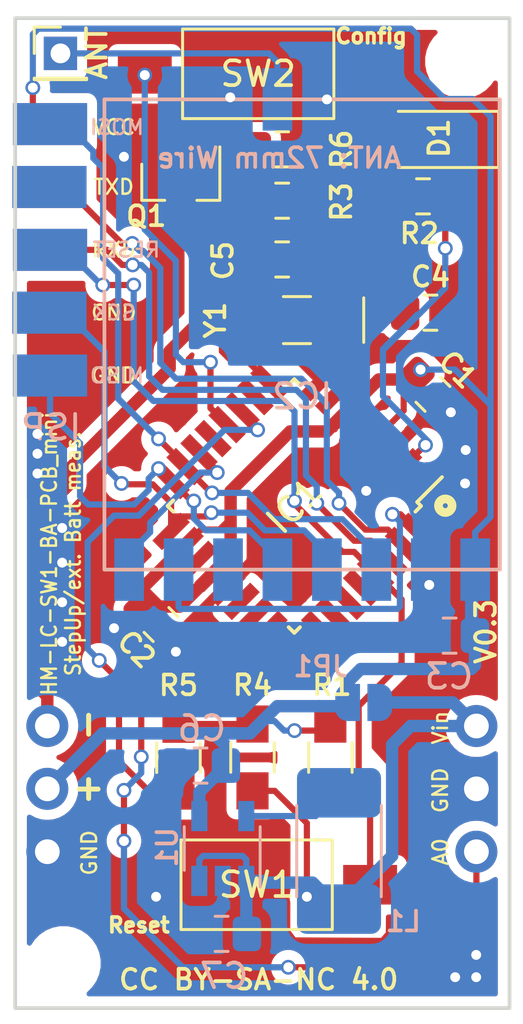
<source format=kicad_pcb>
(kicad_pcb (version 20171130) (host pcbnew "(5.1.4)-1")

  (general
    (thickness 1.6)
    (drawings 25)
    (tracks 442)
    (zones 0)
    (modules 30)
    (nets 36)
  )

  (page A4)
  (layers
    (0 F.Cu signal)
    (31 B.Cu signal)
    (32 B.Adhes user)
    (33 F.Adhes user)
    (34 B.Paste user)
    (35 F.Paste user)
    (36 B.SilkS user)
    (37 F.SilkS user)
    (38 B.Mask user)
    (39 F.Mask user)
    (40 Dwgs.User user)
    (41 Cmts.User user)
    (42 Eco1.User user)
    (43 Eco2.User user)
    (44 Edge.Cuts user)
    (45 Margin user)
    (46 B.CrtYd user)
    (47 F.CrtYd user)
    (48 B.Fab user hide)
    (49 F.Fab user)
  )

  (setup
    (last_trace_width 0.25)
    (user_trace_width 0.5)
    (user_trace_width 1)
    (trace_clearance 0.2)
    (zone_clearance 0.4)
    (zone_45_only yes)
    (trace_min 0.2)
    (via_size 0.6)
    (via_drill 0.4)
    (via_min_size 0.4)
    (via_min_drill 0.3)
    (uvia_size 0.3)
    (uvia_drill 0.1)
    (uvias_allowed no)
    (uvia_min_size 0.2)
    (uvia_min_drill 0.1)
    (edge_width 0.15)
    (segment_width 0.2)
    (pcb_text_width 0.3)
    (pcb_text_size 1.5 1.5)
    (mod_edge_width 0.15)
    (mod_text_size 1 1)
    (mod_text_width 0.15)
    (pad_size 0.6 0.6)
    (pad_drill 0)
    (pad_to_mask_clearance 0.2)
    (aux_axis_origin 0 0)
    (visible_elements 7FFFFF7F)
    (pcbplotparams
      (layerselection 0x010f0_ffffffff)
      (usegerberextensions true)
      (usegerberattributes false)
      (usegerberadvancedattributes false)
      (creategerberjobfile false)
      (excludeedgelayer true)
      (linewidth 0.150000)
      (plotframeref false)
      (viasonmask false)
      (mode 1)
      (useauxorigin false)
      (hpglpennumber 1)
      (hpglpenspeed 20)
      (hpglpendiameter 15.000000)
      (psnegative false)
      (psa4output false)
      (plotreference true)
      (plotvalue true)
      (plotinvisibletext false)
      (padsonsilk false)
      (subtractmaskfromsilk false)
      (outputformat 1)
      (mirror false)
      (drillshape 0)
      (scaleselection 1)
      (outputdirectory "gerber/"))
  )

  (net 0 "")
  (net 1 VCC)
  (net 2 GND)
  (net 3 "Net-(IC1-Pad2)")
  (net 4 "Net-(IC1-Pad14)")
  (net 5 "Net-(IC1-Pad32)")
  (net 6 "Net-(IC2-Pad6)")
  (net 7 "Net-(IC2-Pad9)")
  (net 8 "Net-(D1-Pad2)")
  (net 9 /MOSI)
  (net 10 /MISO)
  (net 11 /SCK)
  (net 12 /RESET)
  (net 13 /RXD)
  (net 14 /TXD)
  (net 15 /A0)
  (net 16 "Net-(P4-Pad4)")
  (net 17 /A3)
  (net 18 /XTAL1)
  (net 19 /XTAL2)
  (net 20 "Net-(IC1-Pad19)")
  (net 21 "Net-(IC1-Pad22)")
  (net 22 /Vin)
  (net 23 /D7)
  (net 24 "Net-(L1-Pad2)")
  (net 25 /OUTPUT)
  (net 26 "Net-(Q1-Pad1)")
  (net 27 /RELAY)
  (net 28 "Net-(IC1-Pad12)")
  (net 29 "Net-(IC1-Pad1)")
  (net 30 "Net-(IC1-Pad13)")
  (net 31 "Net-(IC1-Pad24)")
  (net 32 "Net-(IC1-Pad25)")
  (net 33 "Net-(IC1-Pad27)")
  (net 34 "Net-(IC1-Pad28)")
  (net 35 "Net-(IC1-Pad10)")

  (net_class Default "This is the default net class."
    (clearance 0.2)
    (trace_width 0.25)
    (via_dia 0.6)
    (via_drill 0.4)
    (uvia_dia 0.3)
    (uvia_drill 0.1)
    (add_net /A0)
    (add_net /A3)
    (add_net /D7)
    (add_net /MISO)
    (add_net /MOSI)
    (add_net /OUTPUT)
    (add_net /RELAY)
    (add_net /RESET)
    (add_net /RXD)
    (add_net /SCK)
    (add_net /TXD)
    (add_net /Vin)
    (add_net /XTAL1)
    (add_net /XTAL2)
    (add_net GND)
    (add_net "Net-(D1-Pad2)")
    (add_net "Net-(IC1-Pad1)")
    (add_net "Net-(IC1-Pad10)")
    (add_net "Net-(IC1-Pad12)")
    (add_net "Net-(IC1-Pad13)")
    (add_net "Net-(IC1-Pad14)")
    (add_net "Net-(IC1-Pad19)")
    (add_net "Net-(IC1-Pad2)")
    (add_net "Net-(IC1-Pad22)")
    (add_net "Net-(IC1-Pad24)")
    (add_net "Net-(IC1-Pad25)")
    (add_net "Net-(IC1-Pad27)")
    (add_net "Net-(IC1-Pad28)")
    (add_net "Net-(IC1-Pad32)")
    (add_net "Net-(IC2-Pad6)")
    (add_net "Net-(IC2-Pad9)")
    (add_net "Net-(L1-Pad2)")
    (add_net "Net-(P4-Pad4)")
    (add_net "Net-(Q1-Pad1)")
    (add_net VCC)
  )

  (net_class Fett ""
    (clearance 0.2)
    (trace_width 1)
    (via_dia 0.6)
    (via_drill 0.4)
    (uvia_dia 0.3)
    (uvia_drill 0.1)
  )

  (module Connector_PinHeader_2.54mm:PinHeader_1x03_P2.54mm_Vertical (layer F.Cu) (tedit 5DDBF12C) (tstamp 5DDC02BD)
    (at 171.3 113.6)
    (descr "Through hole straight pin header, 1x03, 2.54mm pitch, single row")
    (tags "Through hole pin header THT 1x03 2.54mm single row")
    (path /5DDD77BA)
    (fp_text reference J1 (at 0 -2.33) (layer F.SilkS) hide
      (effects (font (size 1 1) (thickness 0.15)))
    )
    (fp_text value Conn_01x03_Female (at 0 7.41) (layer F.Fab) hide
      (effects (font (size 1 1) (thickness 0.15)))
    )
    (fp_text user %R (at 0 2.54 90) (layer F.Fab)
      (effects (font (size 1 1) (thickness 0.15)))
    )
    (fp_line (start -1.27 -0.635) (end -0.635 -1.27) (layer F.Fab) (width 0.1))
    (fp_line (start -1.27 6.35) (end -1.27 -0.635) (layer F.Fab) (width 0.1))
    (fp_line (start 1.27 6.35) (end -1.27 6.35) (layer F.Fab) (width 0.1))
    (fp_line (start 1.27 -1.27) (end 1.27 6.35) (layer F.Fab) (width 0.1))
    (fp_line (start -0.635 -1.27) (end 1.27 -1.27) (layer F.Fab) (width 0.1))
    (pad 3 thru_hole oval (at 0 5.08) (size 1.7 1.7) (drill 1) (layers *.Cu *.Mask)
      (net 2 GND))
    (pad 2 thru_hole oval (at 0 2.54) (size 1.7 1.7) (drill 1) (layers *.Cu *.Mask)
      (net 1 VCC))
    (pad 1 thru_hole oval (at 0 0) (size 1.7 1.7) (drill 1) (layers *.Cu *.Mask)
      (net 25 /OUTPUT))
    (model ${KISYS3DMOD}/Connector_PinHeader_2.54mm.3dshapes/PinHeader_1x03_P2.54mm_Vertical.wrl
      (at (xyz 0 0 0))
      (scale (xyz 1 1 1))
      (rotate (xyz 0 0 0))
    )
  )

  (module Inductor_SMD:L_1812_4532Metric_Pad1.30x3.40mm_HandSolder (layer B.Cu) (tedit 5DDBDCBA) (tstamp 5DCC79BD)
    (at 183.1 118.2 90)
    (descr "Capacitor SMD 1812 (4532 Metric), square (rectangular) end terminal, IPC_7351 nominal with elongated pad for handsoldering. (Body size source: https://www.nikhef.nl/pub/departments/mt/projects/detectorR_D/dtddice/ERJ2G.pdf), generated with kicad-footprint-generator")
    (tags "inductor handsolder")
    (path /5DD0D12B)
    (attr smd)
    (fp_text reference L1 (at -3.3 2.6) (layer B.SilkS)
      (effects (font (size 0.8 0.8) (thickness 0.15)) (justify mirror))
    )
    (fp_text value 10µH (at 0 -2.65 90) (layer B.Fab)
      (effects (font (size 1 1) (thickness 0.15)) (justify mirror))
    )
    (fp_text user %R (at -0.4 0 90) (layer B.Fab)
      (effects (font (size 1 1) (thickness 0.15)) (justify mirror))
    )
    (fp_line (start 3.12 -1.95) (end -4 -1.95) (layer B.CrtYd) (width 0.05))
    (fp_line (start 3.12 1.95) (end 3.12 -1.95) (layer B.CrtYd) (width 0.05))
    (fp_line (start -4 1.95) (end 3.12 1.95) (layer B.CrtYd) (width 0.05))
    (fp_line (start -4 -1.95) (end -4 1.95) (layer B.CrtYd) (width 0.05))
    (fp_line (start -2.3 -1.71) (end 1.386252 -1.71) (layer B.SilkS) (width 0.12))
    (fp_line (start -2.3 1.71) (end 1.386252 1.71) (layer B.SilkS) (width 0.12))
    (fp_line (start 2.25 -1.6) (end -3.1 -1.6) (layer B.Fab) (width 0.1))
    (fp_line (start 2.25 1.6) (end 2.25 -1.6) (layer B.Fab) (width 0.1))
    (fp_line (start -3.1 1.6) (end 2.25 1.6) (layer B.Fab) (width 0.1))
    (fp_line (start -3.1 -1.6) (end -3.1 1.6) (layer B.Fab) (width 0.1))
    (pad 2 smd roundrect (at 1.9 0 90) (size 2 3.4) (layers B.Cu B.Paste B.Mask) (roundrect_rratio 0.192)
      (net 24 "Net-(L1-Pad2)"))
    (pad 1 smd roundrect (at -2.8 0 90) (size 2 3.4) (layers B.Cu B.Paste B.Mask) (roundrect_rratio 0.192)
      (net 22 /Vin))
    (model ${KISYS3DMOD}/Inductor_SMD.3dshapes/L_1812_4532Metric.wrl
      (at (xyz 0 0 0))
      (scale (xyz 1 1 1))
      (rotate (xyz 0 0 0))
    )
  )

  (module Capacitor_SMD:C_0805_2012Metric_Pad1.15x1.40mm_HandSolder (layer B.Cu) (tedit 5B36C52B) (tstamp 592D633F)
    (at 178.35 122 180)
    (descr "Capacitor SMD 0805 (2012 Metric), square (rectangular) end terminal, IPC_7351 nominal with elongated pad for handsoldering. (Body size source: https://docs.google.com/spreadsheets/d/1BsfQQcO9C6DZCsRaXUlFlo91Tg2WpOkGARC1WS5S8t0/edit?usp=sharing), generated with kicad-footprint-generator")
    (tags "capacitor handsolder")
    (path /592D5C06)
    (attr smd)
    (fp_text reference C7 (at -0.1 -1.7) (layer B.SilkS)
      (effects (font (size 1 1) (thickness 0.15)) (justify mirror))
    )
    (fp_text value 10µ (at 0 -1.65) (layer B.Fab)
      (effects (font (size 1 1) (thickness 0.15)) (justify mirror))
    )
    (fp_text user %R (at 0 0) (layer B.Fab)
      (effects (font (size 0.5 0.5) (thickness 0.08)) (justify mirror))
    )
    (fp_line (start 1.85 -0.95) (end -1.85 -0.95) (layer B.CrtYd) (width 0.05))
    (fp_line (start 1.85 0.95) (end 1.85 -0.95) (layer B.CrtYd) (width 0.05))
    (fp_line (start -1.85 0.95) (end 1.85 0.95) (layer B.CrtYd) (width 0.05))
    (fp_line (start -1.85 -0.95) (end -1.85 0.95) (layer B.CrtYd) (width 0.05))
    (fp_line (start -0.261252 -0.71) (end 0.261252 -0.71) (layer B.SilkS) (width 0.12))
    (fp_line (start -0.261252 0.71) (end 0.261252 0.71) (layer B.SilkS) (width 0.12))
    (fp_line (start 1 -0.6) (end -1 -0.6) (layer B.Fab) (width 0.1))
    (fp_line (start 1 0.6) (end 1 -0.6) (layer B.Fab) (width 0.1))
    (fp_line (start -1 0.6) (end 1 0.6) (layer B.Fab) (width 0.1))
    (fp_line (start -1 -0.6) (end -1 0.6) (layer B.Fab) (width 0.1))
    (pad 2 smd roundrect (at 1.025 0 180) (size 1.15 1.4) (layers B.Cu B.Paste B.Mask) (roundrect_rratio 0.217391)
      (net 2 GND))
    (pad 1 smd roundrect (at -1.025 0 180) (size 1.15 1.4) (layers B.Cu B.Paste B.Mask) (roundrect_rratio 0.217391)
      (net 22 /Vin))
    (model ${KISYS3DMOD}/Capacitor_SMD.3dshapes/C_0805_2012Metric.wrl
      (at (xyz 0 0 0))
      (scale (xyz 1 1 1))
      (rotate (xyz 0 0 0))
    )
  )

  (module Capacitor_SMD:C_0805_2012Metric_Pad1.15x1.40mm_HandSolder (layer B.Cu) (tedit 5B36C52B) (tstamp 59144DA7)
    (at 177.5 115.2 180)
    (descr "Capacitor SMD 0805 (2012 Metric), square (rectangular) end terminal, IPC_7351 nominal with elongated pad for handsoldering. (Body size source: https://docs.google.com/spreadsheets/d/1BsfQQcO9C6DZCsRaXUlFlo91Tg2WpOkGARC1WS5S8t0/edit?usp=sharing), generated with kicad-footprint-generator")
    (tags "capacitor handsolder")
    (path /59144E77)
    (attr smd)
    (fp_text reference C6 (at -0.05 1.5) (layer B.SilkS)
      (effects (font (size 1 1) (thickness 0.15)) (justify mirror))
    )
    (fp_text value 10µ (at 0 -1.65) (layer B.Fab)
      (effects (font (size 1 1) (thickness 0.15)) (justify mirror))
    )
    (fp_text user %R (at 0 0) (layer B.Fab)
      (effects (font (size 0.5 0.5) (thickness 0.08)) (justify mirror))
    )
    (fp_line (start 1.85 -0.95) (end -1.85 -0.95) (layer B.CrtYd) (width 0.05))
    (fp_line (start 1.85 0.95) (end 1.85 -0.95) (layer B.CrtYd) (width 0.05))
    (fp_line (start -1.85 0.95) (end 1.85 0.95) (layer B.CrtYd) (width 0.05))
    (fp_line (start -1.85 -0.95) (end -1.85 0.95) (layer B.CrtYd) (width 0.05))
    (fp_line (start -0.261252 -0.71) (end 0.261252 -0.71) (layer B.SilkS) (width 0.12))
    (fp_line (start -0.261252 0.71) (end 0.261252 0.71) (layer B.SilkS) (width 0.12))
    (fp_line (start 1 -0.6) (end -1 -0.6) (layer B.Fab) (width 0.1))
    (fp_line (start 1 0.6) (end 1 -0.6) (layer B.Fab) (width 0.1))
    (fp_line (start -1 0.6) (end 1 0.6) (layer B.Fab) (width 0.1))
    (fp_line (start -1 -0.6) (end -1 0.6) (layer B.Fab) (width 0.1))
    (pad 2 smd roundrect (at 1.025 0 180) (size 1.15 1.4) (layers B.Cu B.Paste B.Mask) (roundrect_rratio 0.217391)
      (net 2 GND))
    (pad 1 smd roundrect (at -1.025 0 180) (size 1.15 1.4) (layers B.Cu B.Paste B.Mask) (roundrect_rratio 0.217391)
      (net 1 VCC))
    (model ${KISYS3DMOD}/Capacitor_SMD.3dshapes/C_0805_2012Metric.wrl
      (at (xyz 0 0 0))
      (scale (xyz 1 1 1))
      (rotate (xyz 0 0 0))
    )
  )

  (module Capacitor_SMD:C_0805_2012Metric_Pad1.15x1.40mm_HandSolder (layer B.Cu) (tedit 5B36C52B) (tstamp 59105BB1)
    (at 187.575 109.95 180)
    (descr "Capacitor SMD 0805 (2012 Metric), square (rectangular) end terminal, IPC_7351 nominal with elongated pad for handsoldering. (Body size source: https://docs.google.com/spreadsheets/d/1BsfQQcO9C6DZCsRaXUlFlo91Tg2WpOkGARC1WS5S8t0/edit?usp=sharing), generated with kicad-footprint-generator")
    (tags "capacitor handsolder")
    (path /5910572D)
    (attr smd)
    (fp_text reference C3 (at 0.025 -1.65) (layer B.SilkS)
      (effects (font (size 1 1) (thickness 0.15)) (justify mirror))
    )
    (fp_text value 100n (at 0 -1.65) (layer B.Fab)
      (effects (font (size 1 1) (thickness 0.15)) (justify mirror))
    )
    (fp_text user %R (at 0 0) (layer B.Fab)
      (effects (font (size 0.5 0.5) (thickness 0.08)) (justify mirror))
    )
    (fp_line (start 1.85 -0.95) (end -1.85 -0.95) (layer B.CrtYd) (width 0.05))
    (fp_line (start 1.85 0.95) (end 1.85 -0.95) (layer B.CrtYd) (width 0.05))
    (fp_line (start -1.85 0.95) (end 1.85 0.95) (layer B.CrtYd) (width 0.05))
    (fp_line (start -1.85 -0.95) (end -1.85 0.95) (layer B.CrtYd) (width 0.05))
    (fp_line (start -0.261252 -0.71) (end 0.261252 -0.71) (layer B.SilkS) (width 0.12))
    (fp_line (start -0.261252 0.71) (end 0.261252 0.71) (layer B.SilkS) (width 0.12))
    (fp_line (start 1 -0.6) (end -1 -0.6) (layer B.Fab) (width 0.1))
    (fp_line (start 1 0.6) (end 1 -0.6) (layer B.Fab) (width 0.1))
    (fp_line (start -1 0.6) (end 1 0.6) (layer B.Fab) (width 0.1))
    (fp_line (start -1 -0.6) (end -1 0.6) (layer B.Fab) (width 0.1))
    (pad 2 smd roundrect (at 1.025 0 180) (size 1.15 1.4) (layers B.Cu B.Paste B.Mask) (roundrect_rratio 0.217391)
      (net 2 GND))
    (pad 1 smd roundrect (at -1.025 0 180) (size 1.15 1.4) (layers B.Cu B.Paste B.Mask) (roundrect_rratio 0.217391)
      (net 1 VCC))
    (model ${KISYS3DMOD}/Capacitor_SMD.3dshapes/C_0805_2012Metric.wrl
      (at (xyz 0 0 0))
      (scale (xyz 1 1 1))
      (rotate (xyz 0 0 0))
    )
  )

  (module Capacitor_SMD:C_0805_2012Metric_Pad1.15x1.40mm_HandSolder (layer F.Cu) (tedit 5B36C52B) (tstamp 592DD35D)
    (at 175.9 109.5 315)
    (descr "Capacitor SMD 0805 (2012 Metric), square (rectangular) end terminal, IPC_7351 nominal with elongated pad for handsoldering. (Body size source: https://docs.google.com/spreadsheets/d/1BsfQQcO9C6DZCsRaXUlFlo91Tg2WpOkGARC1WS5S8t0/edit?usp=sharing), generated with kicad-footprint-generator")
    (tags "capacitor handsolder")
    (path /59105700)
    (attr smd)
    (fp_text reference C2 (at 0 1.414214 135) (layer F.SilkS)
      (effects (font (size 0.8 0.8) (thickness 0.15)))
    )
    (fp_text value 100n (at 0 1.75 135) (layer F.Fab)
      (effects (font (size 1 1) (thickness 0.15)))
    )
    (fp_text user %R (at -0.7747 -1.5621 135) (layer F.Fab)
      (effects (font (size 1 1) (thickness 0.15)))
    )
    (fp_line (start 1.85 0.95) (end -1.85 0.95) (layer F.CrtYd) (width 0.05))
    (fp_line (start 1.85 -0.95) (end 1.85 0.95) (layer F.CrtYd) (width 0.05))
    (fp_line (start -1.85 -0.95) (end 1.85 -0.95) (layer F.CrtYd) (width 0.05))
    (fp_line (start -1.85 0.95) (end -1.85 -0.95) (layer F.CrtYd) (width 0.05))
    (fp_line (start -0.261252 0.71) (end 0.261252 0.71) (layer F.SilkS) (width 0.12))
    (fp_line (start -0.261252 -0.71) (end 0.261252 -0.71) (layer F.SilkS) (width 0.12))
    (fp_line (start 1 0.6) (end -1 0.6) (layer F.Fab) (width 0.1))
    (fp_line (start 1 -0.6) (end 1 0.6) (layer F.Fab) (width 0.1))
    (fp_line (start -1 -0.6) (end 1 -0.6) (layer F.Fab) (width 0.1))
    (fp_line (start -1 0.6) (end -1 -0.6) (layer F.Fab) (width 0.1))
    (pad 2 smd roundrect (at 1.025 0 315) (size 1.15 1.4) (layers F.Cu F.Paste F.Mask) (roundrect_rratio 0.217391)
      (net 2 GND))
    (pad 1 smd roundrect (at -1.025 0 315) (size 1.15 1.4) (layers F.Cu F.Paste F.Mask) (roundrect_rratio 0.217391)
      (net 1 VCC))
    (model ${KISYS3DMOD}/Capacitor_SMD.3dshapes/C_0805_2012Metric.wrl
      (at (xyz 0 0 0))
      (scale (xyz 1 1 1))
      (rotate (xyz 0 0 0))
    )
  )

  (module Capacitor_SMD:C_0805_2012Metric_Pad1.15x1.40mm_HandSolder (layer F.Cu) (tedit 5B36C52B) (tstamp 59105BA5)
    (at 186.9 100.2 315)
    (descr "Capacitor SMD 0805 (2012 Metric), square (rectangular) end terminal, IPC_7351 nominal with elongated pad for handsoldering. (Body size source: https://docs.google.com/spreadsheets/d/1BsfQQcO9C6DZCsRaXUlFlo91Tg2WpOkGARC1WS5S8t0/edit?usp=sharing), generated with kicad-footprint-generator")
    (tags "capacitor handsolder")
    (path /5910567F)
    (attr smd)
    (fp_text reference C1 (at 0 -1.414214 315) (layer F.SilkS)
      (effects (font (size 0.8 0.8) (thickness 0.15)))
    )
    (fp_text value 100n (at 0 1.75 135) (layer F.Fab)
      (effects (font (size 1 1) (thickness 0.15)))
    )
    (fp_text user %R (at 0.9017 1.4986 315) (layer F.Fab)
      (effects (font (size 1 1) (thickness 0.15)))
    )
    (fp_line (start 1.85 0.95) (end -1.85 0.95) (layer F.CrtYd) (width 0.05))
    (fp_line (start 1.85 -0.95) (end 1.85 0.95) (layer F.CrtYd) (width 0.05))
    (fp_line (start -1.85 -0.95) (end 1.85 -0.95) (layer F.CrtYd) (width 0.05))
    (fp_line (start -1.85 0.95) (end -1.85 -0.95) (layer F.CrtYd) (width 0.05))
    (fp_line (start -0.261252 0.71) (end 0.261252 0.71) (layer F.SilkS) (width 0.12))
    (fp_line (start -0.261252 -0.71) (end 0.261252 -0.71) (layer F.SilkS) (width 0.12))
    (fp_line (start 1 0.6) (end -1 0.6) (layer F.Fab) (width 0.1))
    (fp_line (start 1 -0.6) (end 1 0.6) (layer F.Fab) (width 0.1))
    (fp_line (start -1 -0.6) (end 1 -0.6) (layer F.Fab) (width 0.1))
    (fp_line (start -1 0.6) (end -1 -0.6) (layer F.Fab) (width 0.1))
    (pad 2 smd roundrect (at 1.025 0 315) (size 1.15 1.4) (layers F.Cu F.Paste F.Mask) (roundrect_rratio 0.217391)
      (net 2 GND))
    (pad 1 smd roundrect (at -1.025 0 315) (size 1.15 1.4) (layers F.Cu F.Paste F.Mask) (roundrect_rratio 0.217391)
      (net 1 VCC))
    (model ${KISYS3DMOD}/Capacitor_SMD.3dshapes/C_0805_2012Metric.wrl
      (at (xyz 0 0 0))
      (scale (xyz 1 1 1))
      (rotate (xyz 0 0 0))
    )
  )

  (module Capacitor_SMD:C_0805_2012Metric_Pad1.15x1.40mm_HandSolder (layer F.Cu) (tedit 5B36C52B) (tstamp 5DDBBBBE)
    (at 180.8 94.75)
    (descr "Capacitor SMD 0805 (2012 Metric), square (rectangular) end terminal, IPC_7351 nominal with elongated pad for handsoldering. (Body size source: https://docs.google.com/spreadsheets/d/1BsfQQcO9C6DZCsRaXUlFlo91Tg2WpOkGARC1WS5S8t0/edit?usp=sharing), generated with kicad-footprint-generator")
    (tags "capacitor handsolder")
    (path /5DDE43E5)
    (attr smd)
    (fp_text reference C5 (at -2.4 0.05 90) (layer F.SilkS)
      (effects (font (size 0.8 0.8) (thickness 0.15)))
    )
    (fp_text value 9p (at 0 1.65) (layer F.Fab)
      (effects (font (size 1 1) (thickness 0.15)))
    )
    (fp_text user %R (at 0 0) (layer F.Fab)
      (effects (font (size 0.5 0.5) (thickness 0.08)))
    )
    (fp_line (start 1.85 0.95) (end -1.85 0.95) (layer F.CrtYd) (width 0.05))
    (fp_line (start 1.85 -0.95) (end 1.85 0.95) (layer F.CrtYd) (width 0.05))
    (fp_line (start -1.85 -0.95) (end 1.85 -0.95) (layer F.CrtYd) (width 0.05))
    (fp_line (start -1.85 0.95) (end -1.85 -0.95) (layer F.CrtYd) (width 0.05))
    (fp_line (start -0.261252 0.71) (end 0.261252 0.71) (layer F.SilkS) (width 0.12))
    (fp_line (start -0.261252 -0.71) (end 0.261252 -0.71) (layer F.SilkS) (width 0.12))
    (fp_line (start 1 0.6) (end -1 0.6) (layer F.Fab) (width 0.1))
    (fp_line (start 1 -0.6) (end 1 0.6) (layer F.Fab) (width 0.1))
    (fp_line (start -1 -0.6) (end 1 -0.6) (layer F.Fab) (width 0.1))
    (fp_line (start -1 0.6) (end -1 -0.6) (layer F.Fab) (width 0.1))
    (pad 2 smd roundrect (at 1.025 0) (size 1.15 1.4) (layers F.Cu F.Paste F.Mask) (roundrect_rratio 0.217391)
      (net 2 GND))
    (pad 1 smd roundrect (at -1.025 0) (size 1.15 1.4) (layers F.Cu F.Paste F.Mask) (roundrect_rratio 0.217391)
      (net 19 /XTAL2))
    (model ${KISYS3DMOD}/Capacitor_SMD.3dshapes/C_0805_2012Metric.wrl
      (at (xyz 0 0 0))
      (scale (xyz 1 1 1))
      (rotate (xyz 0 0 0))
    )
  )

  (module Crystal:Crystal_SMD_MicroCrystal_CC7V-T1A-2Pin_3.2x1.5mm_HandSoldering (layer F.Cu) (tedit 5A0FD1B2) (tstamp 5DDBBF4D)
    (at 181.4 97.2 180)
    (descr "SMD Crystal MicroCrystal CC7V-T1A/CM7V-T1A series http://www.microcrystal.com/images/_Product-Documentation/01_TF_ceramic_Packages/01_Datasheet/CC1V-T1A.pdf, hand-soldering, 3.2x1.5mm^2 package")
    (tags "SMD SMT crystal hand-soldering")
    (path /5DDE1F75)
    (attr smd)
    (fp_text reference Y1 (at 3.3 0 90) (layer F.SilkS)
      (effects (font (size 0.8 0.8) (thickness 0.15)))
    )
    (fp_text value Crystal (at 0 1.95) (layer F.Fab)
      (effects (font (size 1 1) (thickness 0.15)))
    )
    (fp_line (start 2.8 -1.2) (end -2.8 -1.2) (layer F.CrtYd) (width 0.05))
    (fp_line (start 2.8 1.2) (end 2.8 -1.2) (layer F.CrtYd) (width 0.05))
    (fp_line (start -2.8 1.2) (end 2.8 1.2) (layer F.CrtYd) (width 0.05))
    (fp_line (start -2.8 -1.2) (end -2.8 1.2) (layer F.CrtYd) (width 0.05))
    (fp_line (start -2.7 -0.9) (end -2.7 0.9) (layer F.SilkS) (width 0.12))
    (fp_line (start -0.55 0.95) (end 0.55 0.95) (layer F.SilkS) (width 0.12))
    (fp_line (start -0.55 -0.95) (end 0.55 -0.95) (layer F.SilkS) (width 0.12))
    (fp_line (start -1.6 0.25) (end -1.1 0.75) (layer F.Fab) (width 0.1))
    (fp_line (start 1.6 -0.75) (end -1.6 -0.75) (layer F.Fab) (width 0.1))
    (fp_line (start 1.6 0.75) (end 1.6 -0.75) (layer F.Fab) (width 0.1))
    (fp_line (start -1.6 0.75) (end 1.6 0.75) (layer F.Fab) (width 0.1))
    (fp_line (start -1.6 -0.75) (end -1.6 0.75) (layer F.Fab) (width 0.1))
    (fp_text user %R (at 0 0 270) (layer F.Fab)
      (effects (font (size 0.7 0.7) (thickness 0.105)))
    )
    (pad 2 smd rect (at 1.625 0 180) (size 1.75 1.8) (layers F.Cu F.Paste F.Mask)
      (net 19 /XTAL2))
    (pad 1 smd rect (at -1.625 0 180) (size 1.75 1.8) (layers F.Cu F.Paste F.Mask)
      (net 18 /XTAL1))
    (model ${KISYS3DMOD}/Crystal.3dshapes/Crystal_SMD_MicroCrystal_CC7V-T1A-2Pin_3.2x1.5mm_HandSoldering.wrl
      (at (xyz 0 0 0))
      (scale (xyz 1 1 1))
      (rotate (xyz 0 0 0))
    )
  )

  (module Capacitor_SMD:C_0805_2012Metric_Pad1.15x1.40mm_HandSolder (layer F.Cu) (tedit 5B36C52B) (tstamp 5DDBBBAD)
    (at 186.8 96.9)
    (descr "Capacitor SMD 0805 (2012 Metric), square (rectangular) end terminal, IPC_7351 nominal with elongated pad for handsoldering. (Body size source: https://docs.google.com/spreadsheets/d/1BsfQQcO9C6DZCsRaXUlFlo91Tg2WpOkGARC1WS5S8t0/edit?usp=sharing), generated with kicad-footprint-generator")
    (tags "capacitor handsolder")
    (path /5DDE3265)
    (attr smd)
    (fp_text reference C4 (at 0 -1.45) (layer F.SilkS)
      (effects (font (size 0.8 0.8) (thickness 0.15)))
    )
    (fp_text value 9p (at 0 1.65) (layer F.Fab)
      (effects (font (size 1 1) (thickness 0.15)))
    )
    (fp_text user %R (at 0 0) (layer F.Fab)
      (effects (font (size 0.5 0.5) (thickness 0.08)))
    )
    (fp_line (start 1.85 0.95) (end -1.85 0.95) (layer F.CrtYd) (width 0.05))
    (fp_line (start 1.85 -0.95) (end 1.85 0.95) (layer F.CrtYd) (width 0.05))
    (fp_line (start -1.85 -0.95) (end 1.85 -0.95) (layer F.CrtYd) (width 0.05))
    (fp_line (start -1.85 0.95) (end -1.85 -0.95) (layer F.CrtYd) (width 0.05))
    (fp_line (start -0.261252 0.71) (end 0.261252 0.71) (layer F.SilkS) (width 0.12))
    (fp_line (start -0.261252 -0.71) (end 0.261252 -0.71) (layer F.SilkS) (width 0.12))
    (fp_line (start 1 0.6) (end -1 0.6) (layer F.Fab) (width 0.1))
    (fp_line (start 1 -0.6) (end 1 0.6) (layer F.Fab) (width 0.1))
    (fp_line (start -1 -0.6) (end 1 -0.6) (layer F.Fab) (width 0.1))
    (fp_line (start -1 0.6) (end -1 -0.6) (layer F.Fab) (width 0.1))
    (pad 2 smd roundrect (at 1.025 0) (size 1.15 1.4) (layers F.Cu F.Paste F.Mask) (roundrect_rratio 0.217391)
      (net 2 GND))
    (pad 1 smd roundrect (at -1.025 0) (size 1.15 1.4) (layers F.Cu F.Paste F.Mask) (roundrect_rratio 0.217391)
      (net 18 /XTAL1))
    (model ${KISYS3DMOD}/Capacitor_SMD.3dshapes/C_0805_2012Metric.wrl
      (at (xyz 0 0 0))
      (scale (xyz 1 1 1))
      (rotate (xyz 0 0 0))
    )
  )

  (module Jumper:SolderJumper-2_P1.3mm_Open_RoundedPad1.0x1.5mm (layer B.Cu) (tedit 5DCD29B9) (tstamp 5DCBF422)
    (at 184.1 112.65 180)
    (descr "SMD Solder Jumper, 1x1.5mm, rounded Pads, 0.3mm gap, open")
    (tags "solder jumper open")
    (path /5DD0B412)
    (attr virtual)
    (fp_text reference JP1 (at 1.75 1.45 180) (layer B.SilkS)
      (effects (font (size 0.8 0.8) (thickness 0.15)) (justify mirror))
    )
    (fp_text value Jumper_NO_Small (at 0 -1.9 180) (layer B.Fab)
      (effects (font (size 1 1) (thickness 0.15)) (justify mirror))
    )
    (fp_line (start 1.65 -1.25) (end -1.65 -1.25) (layer B.CrtYd) (width 0.05))
    (fp_line (start 1.65 -1.25) (end 1.65 1.25) (layer B.CrtYd) (width 0.05))
    (fp_line (start -1.65 1.25) (end -1.65 -1.25) (layer B.CrtYd) (width 0.05))
    (fp_line (start -1.65 1.25) (end 1.65 1.25) (layer B.CrtYd) (width 0.05))
    (pad 2 smd custom (at 0.65 0 180) (size 1 0.5) (layers B.Cu B.Mask)
      (net 1 VCC) (zone_connect 2)
      (options (clearance outline) (anchor rect))
      (primitives
        (gr_circle (center 0 -0.25) (end 0.5 -0.25) (width 0))
        (gr_circle (center 0 0.25) (end 0.5 0.25) (width 0))
        (gr_poly (pts
           (xy 0 0.75) (xy -0.5 0.75) (xy -0.5 -0.75) (xy 0 -0.75)) (width 0))
      ))
    (pad 1 smd custom (at -0.65 0 180) (size 1 0.5) (layers B.Cu B.Mask)
      (net 22 /Vin) (zone_connect 2)
      (options (clearance outline) (anchor rect))
      (primitives
        (gr_circle (center 0 -0.25) (end 0.5 -0.25) (width 0))
        (gr_circle (center 0 0.25) (end 0.5 0.25) (width 0))
        (gr_poly (pts
           (xy 0 0.75) (xy 0.5 0.75) (xy 0.5 -0.75) (xy 0 -0.75)) (width 0))
      ))
  )

  (module Connector_PinHeader_2.54mm:PinHeader_1x03_P2.54mm_Vertical (layer F.Cu) (tedit 5DCD28A0) (tstamp 5DCDC2FD)
    (at 188.6585 113.6015)
    (descr "Through hole straight pin header, 1x03, 2.54mm pitch, single row")
    (tags "Through hole pin header THT 1x03 2.54mm single row")
    (path /5DD692DC)
    (fp_text reference J2 (at 0 -2.33) (layer F.SilkS) hide
      (effects (font (size 1 1) (thickness 0.15)))
    )
    (fp_text value Conn_01x03_Female (at 0 7.41) (layer F.Fab) hide
      (effects (font (size 1 1) (thickness 0.15)))
    )
    (fp_text user %R (at 0 2.54 90) (layer F.Fab)
      (effects (font (size 1 1) (thickness 0.15)))
    )
    (fp_line (start -1.27 -0.635) (end -0.635 -1.27) (layer F.Fab) (width 0.1))
    (fp_line (start -1.27 6.35) (end -1.27 -0.635) (layer F.Fab) (width 0.1))
    (fp_line (start 1.27 6.35) (end -1.27 6.35) (layer F.Fab) (width 0.1))
    (fp_line (start 1.27 -1.27) (end 1.27 6.35) (layer F.Fab) (width 0.1))
    (fp_line (start -0.635 -1.27) (end 1.27 -1.27) (layer F.Fab) (width 0.1))
    (pad 3 thru_hole oval (at 0 5.08) (size 1.7 1.7) (drill 1) (layers *.Cu *.Mask)
      (net 15 /A0))
    (pad 2 thru_hole oval (at 0 2.54) (size 1.7 1.7) (drill 1) (layers *.Cu *.Mask)
      (net 2 GND))
    (pad 1 thru_hole oval (at 0 0) (size 1.7 1.7) (drill 1) (layers *.Cu *.Mask)
      (net 22 /Vin))
    (model ${KISYS3DMOD}/Connector_PinHeader_2.54mm.3dshapes/PinHeader_1x03_P2.54mm_Vertical.wrl
      (at (xyz 0 0 0))
      (scale (xyz 1 1 1))
      (rotate (xyz 0 0 0))
    )
  )

  (module Modules:CC1101_Module (layer B.Cu) (tedit 588E438F) (tstamp 59105AF0)
    (at 181.61 97.282 180)
    (path /591050F9)
    (fp_text reference IC2 (at 0 -3 180) (layer B.SilkS)
      (effects (font (size 1 1) (thickness 0.15)) (justify mirror))
    )
    (fp_text value CC1101 (at 0 3 180) (layer B.Fab)
      (effects (font (size 1 1) (thickness 0.15)) (justify mirror))
    )
    (fp_line (start -8 -10) (end 8 -10) (layer B.SilkS) (width 0.15))
    (fp_line (start 8 -10) (end 8 9) (layer B.SilkS) (width 0.15))
    (fp_line (start 8 9) (end -8 9) (layer B.SilkS) (width 0.15))
    (fp_line (start -8 9) (end -8 -10) (layer B.SilkS) (width 0.15))
    (pad 1 smd rect (at -7 -10 180) (size 1.2 2.524) (layers B.Cu B.Paste B.Mask)
      (net 1 VCC))
    (pad 2 smd rect (at -5 -10 180) (size 1.2 2.524) (layers B.Cu B.Paste B.Mask)
      (net 2 GND))
    (pad 3 smd rect (at -3 -10 180) (size 1.2 2.524) (layers B.Cu B.Paste B.Mask)
      (net 9 /MOSI))
    (pad 4 smd rect (at -1 -10 180) (size 1.2 2.524) (layers B.Cu B.Paste B.Mask)
      (net 11 /SCK))
    (pad 5 smd rect (at 1 -10 180) (size 1.2 2.524) (layers B.Cu B.Paste B.Mask)
      (net 10 /MISO))
    (pad 6 smd rect (at 3 -10 180) (size 1.2 2.524) (layers B.Cu B.Paste B.Mask)
      (net 6 "Net-(IC2-Pad6)"))
    (pad 7 smd rect (at 5 -10 180) (size 1.2 2.524) (layers B.Cu B.Paste B.Mask)
      (net 5 "Net-(IC1-Pad32)"))
    (pad 8 smd rect (at 7 -10 180) (size 1.2 2.524) (layers B.Cu B.Paste B.Mask)
      (net 4 "Net-(IC1-Pad14)"))
    (pad 9 smd rect (at 1 9 180) (size 1.2 2.524) (layers B.Cu B.Paste B.Mask)
      (net 7 "Net-(IC2-Pad9)"))
    (pad 10 smd rect (at -1 9 180) (size 1.2 2.524) (layers B.Cu B.Paste B.Mask)
      (net 2 GND))
    (pad 11 smd rect (at 3 9 180) (size 1.2 2.524) (layers B.Cu B.Paste B.Mask)
      (net 2 GND))
  )

  (module Resistor_SMD:R_0805_2012Metric_Pad1.15x1.40mm_HandSolder (layer F.Cu) (tedit 5B36C52B) (tstamp 5DCD08C2)
    (at 180.8 90.3 180)
    (descr "Resistor SMD 0805 (2012 Metric), square (rectangular) end terminal, IPC_7351 nominal with elongated pad for handsoldering. (Body size source: https://docs.google.com/spreadsheets/d/1BsfQQcO9C6DZCsRaXUlFlo91Tg2WpOkGARC1WS5S8t0/edit?usp=sharing), generated with kicad-footprint-generator")
    (tags "resistor handsolder")
    (path /5DCF7403)
    (attr smd)
    (fp_text reference R6 (at -2.4 0 270) (layer F.SilkS)
      (effects (font (size 0.8 0.8) (thickness 0.15)))
    )
    (fp_text value 10k (at 0 1.65) (layer F.Fab)
      (effects (font (size 1 1) (thickness 0.15)))
    )
    (fp_text user %R (at 0 0.1) (layer F.Fab)
      (effects (font (size 0.5 0.5) (thickness 0.08)))
    )
    (fp_line (start 1.85 0.95) (end -1.85 0.95) (layer F.CrtYd) (width 0.05))
    (fp_line (start 1.85 -0.95) (end 1.85 0.95) (layer F.CrtYd) (width 0.05))
    (fp_line (start -1.85 -0.95) (end 1.85 -0.95) (layer F.CrtYd) (width 0.05))
    (fp_line (start -1.85 0.95) (end -1.85 -0.95) (layer F.CrtYd) (width 0.05))
    (fp_line (start -0.261252 0.71) (end 0.261252 0.71) (layer F.SilkS) (width 0.12))
    (fp_line (start -0.261252 -0.71) (end 0.261252 -0.71) (layer F.SilkS) (width 0.12))
    (fp_line (start 1 0.6) (end -1 0.6) (layer F.Fab) (width 0.1))
    (fp_line (start 1 -0.6) (end 1 0.6) (layer F.Fab) (width 0.1))
    (fp_line (start -1 -0.6) (end 1 -0.6) (layer F.Fab) (width 0.1))
    (fp_line (start -1 0.6) (end -1 -0.6) (layer F.Fab) (width 0.1))
    (pad 2 smd roundrect (at 1.025 0 180) (size 1.15 1.4) (layers F.Cu F.Paste F.Mask) (roundrect_rratio 0.217391)
      (net 26 "Net-(Q1-Pad1)"))
    (pad 1 smd roundrect (at -1.025 0 180) (size 1.15 1.4) (layers F.Cu F.Paste F.Mask) (roundrect_rratio 0.217391)
      (net 2 GND))
    (model ${KISYS3DMOD}/Resistor_SMD.3dshapes/R_0805_2012Metric.wrl
      (at (xyz 0 0 0))
      (scale (xyz 1 1 1))
      (rotate (xyz 0 0 0))
    )
  )

  (module Resistor_SMD:R_0805_2012Metric_Pad1.15x1.40mm_HandSolder (layer F.Cu) (tedit 5B36C52B) (tstamp 5DCDD681)
    (at 180.8 92.375)
    (descr "Resistor SMD 0805 (2012 Metric), square (rectangular) end terminal, IPC_7351 nominal with elongated pad for handsoldering. (Body size source: https://docs.google.com/spreadsheets/d/1BsfQQcO9C6DZCsRaXUlFlo91Tg2WpOkGARC1WS5S8t0/edit?usp=sharing), generated with kicad-footprint-generator")
    (tags "resistor handsolder")
    (path /5DCF6522)
    (attr smd)
    (fp_text reference R3 (at 2.4 0.05 90) (layer F.SilkS)
      (effects (font (size 0.8 0.8) (thickness 0.15)))
    )
    (fp_text value 100 (at 0 1.65) (layer F.Fab)
      (effects (font (size 1 1) (thickness 0.15)))
    )
    (fp_text user %R (at 0 0) (layer F.Fab)
      (effects (font (size 0.5 0.5) (thickness 0.08)))
    )
    (fp_line (start 1.85 0.95) (end -1.85 0.95) (layer F.CrtYd) (width 0.05))
    (fp_line (start 1.85 -0.95) (end 1.85 0.95) (layer F.CrtYd) (width 0.05))
    (fp_line (start -1.85 -0.95) (end 1.85 -0.95) (layer F.CrtYd) (width 0.05))
    (fp_line (start -1.85 0.95) (end -1.85 -0.95) (layer F.CrtYd) (width 0.05))
    (fp_line (start -0.261252 0.71) (end 0.261252 0.71) (layer F.SilkS) (width 0.12))
    (fp_line (start -0.261252 -0.71) (end 0.261252 -0.71) (layer F.SilkS) (width 0.12))
    (fp_line (start 1 0.6) (end -1 0.6) (layer F.Fab) (width 0.1))
    (fp_line (start 1 -0.6) (end 1 0.6) (layer F.Fab) (width 0.1))
    (fp_line (start -1 -0.6) (end 1 -0.6) (layer F.Fab) (width 0.1))
    (fp_line (start -1 0.6) (end -1 -0.6) (layer F.Fab) (width 0.1))
    (pad 2 smd roundrect (at 1.025 0) (size 1.15 1.4) (layers F.Cu F.Paste F.Mask) (roundrect_rratio 0.217391)
      (net 27 /RELAY))
    (pad 1 smd roundrect (at -1.025 0) (size 1.15 1.4) (layers F.Cu F.Paste F.Mask) (roundrect_rratio 0.217391)
      (net 26 "Net-(Q1-Pad1)"))
    (model ${KISYS3DMOD}/Resistor_SMD.3dshapes/R_0805_2012Metric.wrl
      (at (xyz 0 0 0))
      (scale (xyz 1 1 1))
      (rotate (xyz 0 0 0))
    )
  )

  (module Package_TO_SOT_SMD:SOT-23 (layer F.Cu) (tedit 5A02FF57) (tstamp 5DCDD96C)
    (at 176.7 91.6 270)
    (descr "SOT-23, Standard")
    (tags SOT-23)
    (path /5DCE313F)
    (attr smd)
    (fp_text reference Q1 (at 1.4 1.4 180) (layer F.SilkS)
      (effects (font (size 0.8 0.8) (thickness 0.15)))
    )
    (fp_text value IRLML2803 (at 0 2.5 90) (layer F.Fab)
      (effects (font (size 1 1) (thickness 0.15)))
    )
    (fp_line (start 0.76 1.58) (end -0.7 1.58) (layer F.SilkS) (width 0.12))
    (fp_line (start 0.76 -1.58) (end -1.4 -1.58) (layer F.SilkS) (width 0.12))
    (fp_line (start -1.7 1.75) (end -1.7 -1.75) (layer F.CrtYd) (width 0.05))
    (fp_line (start 1.7 1.75) (end -1.7 1.75) (layer F.CrtYd) (width 0.05))
    (fp_line (start 1.7 -1.75) (end 1.7 1.75) (layer F.CrtYd) (width 0.05))
    (fp_line (start -1.7 -1.75) (end 1.7 -1.75) (layer F.CrtYd) (width 0.05))
    (fp_line (start 0.76 -1.58) (end 0.76 -0.65) (layer F.SilkS) (width 0.12))
    (fp_line (start 0.76 1.58) (end 0.76 0.65) (layer F.SilkS) (width 0.12))
    (fp_line (start -0.7 1.52) (end 0.7 1.52) (layer F.Fab) (width 0.1))
    (fp_line (start 0.7 -1.52) (end 0.7 1.52) (layer F.Fab) (width 0.1))
    (fp_line (start -0.7 -0.95) (end -0.15 -1.52) (layer F.Fab) (width 0.1))
    (fp_line (start -0.15 -1.52) (end 0.7 -1.52) (layer F.Fab) (width 0.1))
    (fp_line (start -0.7 -0.95) (end -0.7 1.5) (layer F.Fab) (width 0.1))
    (fp_text user %R (at 0 0) (layer F.Fab)
      (effects (font (size 0.5 0.5) (thickness 0.075)))
    )
    (pad 3 smd rect (at 1 0 270) (size 0.9 0.8) (layers F.Cu F.Paste F.Mask)
      (net 25 /OUTPUT))
    (pad 2 smd rect (at -1 0.95 270) (size 0.9 0.8) (layers F.Cu F.Paste F.Mask)
      (net 2 GND))
    (pad 1 smd rect (at -1 -0.95 270) (size 0.9 0.8) (layers F.Cu F.Paste F.Mask)
      (net 26 "Net-(Q1-Pad1)"))
    (model ${KISYS3DMOD}/Package_TO_SOT_SMD.3dshapes/SOT-23.wrl
      (at (xyz 0 0 0))
      (scale (xyz 1 1 1))
      (rotate (xyz 0 0 0))
    )
  )

  (module Package_TO_SOT_SMD:TSOT-23-5 (layer B.Cu) (tedit 5A02FF57) (tstamp 5DCBF5F2)
    (at 178.4 118.55 90)
    (descr "5-pin TSOT23 package, http://cds.linear.com/docs/en/packaging/SOT_5_05-08-1635.pdf")
    (tags TSOT-23-5)
    (path /5DD0AB70)
    (attr smd)
    (fp_text reference U1 (at 0.05 -2.25 90) (layer B.SilkS)
      (effects (font (size 0.8 0.8) (thickness 0.15)) (justify mirror))
    )
    (fp_text value MAX1724 (at 0 -2.5 90) (layer B.Fab)
      (effects (font (size 1 1) (thickness 0.15)) (justify mirror))
    )
    (fp_line (start 2.17 -1.7) (end -2.17 -1.7) (layer B.CrtYd) (width 0.05))
    (fp_line (start 2.17 -1.7) (end 2.17 1.7) (layer B.CrtYd) (width 0.05))
    (fp_line (start -2.17 1.7) (end -2.17 -1.7) (layer B.CrtYd) (width 0.05))
    (fp_line (start -2.17 1.7) (end 2.17 1.7) (layer B.CrtYd) (width 0.05))
    (fp_line (start 0.88 1.45) (end 0.88 -1.45) (layer B.Fab) (width 0.1))
    (fp_line (start 0.88 -1.45) (end -0.88 -1.45) (layer B.Fab) (width 0.1))
    (fp_line (start -0.88 1) (end -0.88 -1.45) (layer B.Fab) (width 0.1))
    (fp_line (start 0.88 1.45) (end -0.43 1.45) (layer B.Fab) (width 0.1))
    (fp_line (start -0.88 1) (end -0.43 1.45) (layer B.Fab) (width 0.1))
    (fp_line (start 0.88 1.51) (end -1.55 1.51) (layer B.SilkS) (width 0.12))
    (fp_line (start -0.88 -1.56) (end 0.88 -1.56) (layer B.SilkS) (width 0.12))
    (fp_text user %R (at 0 0 180) (layer B.Fab)
      (effects (font (size 0.5 0.5) (thickness 0.075)) (justify mirror))
    )
    (pad 5 smd rect (at 1.31 0.95 90) (size 1.22 0.65) (layers B.Cu B.Paste B.Mask)
      (net 24 "Net-(L1-Pad2)"))
    (pad 4 smd rect (at 1.31 -0.95 90) (size 1.22 0.65) (layers B.Cu B.Paste B.Mask)
      (net 1 VCC))
    (pad 3 smd rect (at -1.31 -0.95 90) (size 1.22 0.65) (layers B.Cu B.Paste B.Mask)
      (net 22 /Vin))
    (pad 2 smd rect (at -1.31 0 90) (size 1.22 0.65) (layers B.Cu B.Paste B.Mask)
      (net 2 GND))
    (pad 1 smd rect (at -1.31 0.95 90) (size 1.22 0.65) (layers B.Cu B.Paste B.Mask)
      (net 22 /Vin))
    (model ${KISYS3DMOD}/Package_TO_SOT_SMD.3dshapes/TSOT-23-5.wrl
      (at (xyz 0 0 0))
      (scale (xyz 1 1 1))
      (rotate (xyz 0 0 0))
    )
  )

  (module Resistor_SMD:R_0805_2012Metric_Pad1.15x1.40mm_HandSolder (layer F.Cu) (tedit 5B36C52B) (tstamp 5DCBD7A4)
    (at 186.5 92.2)
    (descr "Resistor SMD 0805 (2012 Metric), square (rectangular) end terminal, IPC_7351 nominal with elongated pad for handsoldering. (Body size source: https://docs.google.com/spreadsheets/d/1BsfQQcO9C6DZCsRaXUlFlo91Tg2WpOkGARC1WS5S8t0/edit?usp=sharing), generated with kicad-footprint-generator")
    (tags "resistor handsolder")
    (path /5910582F)
    (attr smd)
    (fp_text reference R2 (at -0.15 1.5) (layer F.SilkS)
      (effects (font (size 0.8 0.8) (thickness 0.15)))
    )
    (fp_text value 1k5 (at 0 1.65) (layer F.Fab)
      (effects (font (size 1 1) (thickness 0.15)))
    )
    (fp_text user %R (at 0 0) (layer F.Fab)
      (effects (font (size 0.5 0.5) (thickness 0.08)))
    )
    (fp_line (start 1.85 0.95) (end -1.85 0.95) (layer F.CrtYd) (width 0.05))
    (fp_line (start 1.85 -0.95) (end 1.85 0.95) (layer F.CrtYd) (width 0.05))
    (fp_line (start -1.85 -0.95) (end 1.85 -0.95) (layer F.CrtYd) (width 0.05))
    (fp_line (start -1.85 0.95) (end -1.85 -0.95) (layer F.CrtYd) (width 0.05))
    (fp_line (start -0.261252 0.71) (end 0.261252 0.71) (layer F.SilkS) (width 0.12))
    (fp_line (start -0.261252 -0.71) (end 0.261252 -0.71) (layer F.SilkS) (width 0.12))
    (fp_line (start 1 0.6) (end -1 0.6) (layer F.Fab) (width 0.1))
    (fp_line (start 1 -0.6) (end 1 0.6) (layer F.Fab) (width 0.1))
    (fp_line (start -1 -0.6) (end 1 -0.6) (layer F.Fab) (width 0.1))
    (fp_line (start -1 0.6) (end -1 -0.6) (layer F.Fab) (width 0.1))
    (pad 2 smd roundrect (at 1.025 0) (size 1.15 1.4) (layers F.Cu F.Paste F.Mask) (roundrect_rratio 0.217391)
      (net 3 "Net-(IC1-Pad2)"))
    (pad 1 smd roundrect (at -1.025 0) (size 1.15 1.4) (layers F.Cu F.Paste F.Mask) (roundrect_rratio 0.217391)
      (net 8 "Net-(D1-Pad2)"))
    (model ${KISYS3DMOD}/Resistor_SMD.3dshapes/R_0805_2012Metric.wrl
      (at (xyz 0 0 0))
      (scale (xyz 1 1 1))
      (rotate (xyz 0 0 0))
    )
  )

  (module LED_SMD:LED_1206_3216Metric_Pad1.42x1.75mm_HandSolder (layer F.Cu) (tedit 5B4B45C9) (tstamp 5DCBD5C5)
    (at 187.1 89.9 180)
    (descr "LED SMD 1206 (3216 Metric), square (rectangular) end terminal, IPC_7351 nominal, (Body size source: http://www.tortai-tech.com/upload/download/2011102023233369053.pdf), generated with kicad-footprint-generator")
    (tags "LED handsolder")
    (path /59105752)
    (attr smd)
    (fp_text reference D1 (at -0.05 0.05 90) (layer F.SilkS)
      (effects (font (size 0.8 0.8) (thickness 0.15)))
    )
    (fp_text value "LED Red" (at 0 1.82) (layer F.Fab)
      (effects (font (size 1 1) (thickness 0.15)))
    )
    (fp_text user %R (at 0 0 180) (layer F.Fab)
      (effects (font (size 0.8 0.8) (thickness 0.12)))
    )
    (fp_line (start 2.45 1.12) (end -2.45 1.12) (layer F.CrtYd) (width 0.05))
    (fp_line (start 2.45 -1.12) (end 2.45 1.12) (layer F.CrtYd) (width 0.05))
    (fp_line (start -2.45 -1.12) (end 2.45 -1.12) (layer F.CrtYd) (width 0.05))
    (fp_line (start -2.45 1.12) (end -2.45 -1.12) (layer F.CrtYd) (width 0.05))
    (fp_line (start -2.46 1.135) (end 1.6 1.135) (layer F.SilkS) (width 0.12))
    (fp_line (start -2.46 -1.135) (end -2.46 1.135) (layer F.SilkS) (width 0.12))
    (fp_line (start 1.6 -1.135) (end -2.46 -1.135) (layer F.SilkS) (width 0.12))
    (fp_line (start 1.6 0.8) (end 1.6 -0.8) (layer F.Fab) (width 0.1))
    (fp_line (start -1.6 0.8) (end 1.6 0.8) (layer F.Fab) (width 0.1))
    (fp_line (start -1.6 -0.4) (end -1.6 0.8) (layer F.Fab) (width 0.1))
    (fp_line (start -1.2 -0.8) (end -1.6 -0.4) (layer F.Fab) (width 0.1))
    (fp_line (start 1.6 -0.8) (end -1.2 -0.8) (layer F.Fab) (width 0.1))
    (pad 2 smd roundrect (at 1.4875 0 180) (size 1.425 1.75) (layers F.Cu F.Paste F.Mask) (roundrect_rratio 0.175439)
      (net 8 "Net-(D1-Pad2)"))
    (pad 1 smd roundrect (at -1.4875 0 180) (size 1.425 1.75) (layers F.Cu F.Paste F.Mask) (roundrect_rratio 0.175439)
      (net 2 GND))
    (model ${KISYS3DMOD}/LED_SMD.3dshapes/LED_1206_3216Metric.wrl
      (at (xyz 0 0 0))
      (scale (xyz 1 1 1))
      (rotate (xyz 0 0 0))
    )
  )

  (module Modules:Pin_Header_Straight_1x05_Pitch2.54mm_SMD_BySide (layer B.Cu) (tedit 59160A19) (tstamp 59122297)
    (at 172.9105 94.361)
    (descr "surface-mounted straight pin header, 1x05, 2.54mm pitch, single row, style 1 (pin 1 left)")
    (tags "Surface mounted pin header SMD 1x05 2.54mm single row style1 pin1 left")
    (path /5911BC8A)
    (attr smd)
    (fp_text reference P4 (at -0.9525 7.4295) (layer B.SilkS) hide
      (effects (font (size 1 1) (thickness 0.15)) (justify mirror))
    )
    (fp_text value "ISP Bottom" (at 0 -7.41) (layer B.Fab)
      (effects (font (size 1 1) (thickness 0.15)) (justify mirror))
    )
    (fp_line (start -1.27 -2.2225) (end -2.667 -2.2225) (layer B.Fab) (width 0.1))
    (fp_line (start -2.667 -2.2225) (end -2.667 -2.8575) (layer B.Fab) (width 0.1))
    (fp_line (start -2.667 -2.8575) (end -1.27 -2.8575) (layer B.Fab) (width 0.1))
    (fp_line (start -1.27 2.8575) (end -2.667 2.8575) (layer B.Fab) (width 0.1))
    (fp_line (start -2.667 2.8575) (end -2.667 2.159) (layer B.Fab) (width 0.1))
    (fp_line (start -2.667 2.159) (end -1.27 2.159) (layer B.Fab) (width 0.1))
    (fp_line (start -3.4925 6.858) (end 0.5715 6.858) (layer B.CrtYd) (width 0.05))
    (fp_line (start -3.4925 -6.858) (end 0.5715 -6.858) (layer B.CrtYd) (width 0.05))
    (fp_line (start -1.27 6.35) (end -1.27 -6.35) (layer B.Fab) (width 0.1))
    (fp_line (start -1.27 5.4) (end -1.27 4.76) (layer B.Fab) (width 0.1))
    (fp_line (start -1.27 4.76) (end -2.65 4.76) (layer B.Fab) (width 0.1))
    (fp_line (start -2.65 4.76) (end -2.65 5.4) (layer B.Fab) (width 0.1))
    (fp_line (start -2.65 5.4) (end -1.27 5.4) (layer B.Fab) (width 0.1))
    (fp_line (start -1.27 0.32) (end -1.27 -0.32) (layer B.Fab) (width 0.1))
    (fp_line (start -1.27 -0.32) (end -2.65 -0.32) (layer B.Fab) (width 0.1))
    (fp_line (start -2.65 -0.32) (end -2.65 0.32) (layer B.Fab) (width 0.1))
    (fp_line (start -2.65 0.32) (end -1.27 0.32) (layer B.Fab) (width 0.1))
    (fp_line (start -1.27 -4.76) (end -1.27 -5.4) (layer B.Fab) (width 0.1))
    (fp_line (start -1.27 -5.4) (end -2.65 -5.4) (layer B.Fab) (width 0.1))
    (fp_line (start -2.65 -5.4) (end -2.65 -4.76) (layer B.Fab) (width 0.1))
    (fp_line (start -2.65 -4.76) (end -1.27 -4.76) (layer B.Fab) (width 0.1))
    (fp_line (start -3.5 6.85) (end -3.5 -6.85) (layer B.CrtYd) (width 0.05))
    (fp_line (start 0.579 -6.85) (end 0.579 6.85) (layer B.CrtYd) (width 0.05))
    (pad 1 smd rect (at -1.5 5.08) (size 3 1.7) (layers B.Cu B.Paste B.Mask)
      (net 10 /MISO))
    (pad 3 smd rect (at -1.5 0) (size 3 1.7) (layers B.Cu B.Paste B.Mask)
      (net 12 /RESET))
    (pad 5 smd rect (at -1.5 -5.08) (size 3 1.7) (layers B.Cu B.Paste B.Mask)
      (net 9 /MOSI))
    (pad 2 smd rect (at -1.524 2.54) (size 3 1.7) (layers B.Cu B.Paste B.Mask)
      (net 11 /SCK))
    (pad 4 smd rect (at -1.524 -2.54) (size 3 1.7) (layers B.Cu B.Paste B.Mask)
      (net 16 "Net-(P4-Pad4)"))
    (model ${KISYS3DMOD}/Pin_Headers.3dshapes/Pin_Header_Straight_1x05_Pitch2.54mm_SMD_Pin1Left.wrl
      (at (xyz 0 0 0))
      (scale (xyz 1 1 1))
      (rotate (xyz 0 0 0))
    )
  )

  (module Modules:Pin_Header_Straight_1x05_Pitch2.54mm_SMD_BySide (layer F.Cu) (tedit 59160A11) (tstamp 591222AC)
    (at 172.9105 94.361)
    (descr "surface-mounted straight pin header, 1x05, 2.54mm pitch, single row, style 1 (pin 1 left)")
    (tags "Surface mounted pin header SMD 1x05 2.54mm single row style1 pin1 left")
    (path /5911BCE7)
    (attr smd)
    (fp_text reference P5 (at -0.9525 -7.4295) (layer F.SilkS) hide
      (effects (font (size 1 1) (thickness 0.15)))
    )
    (fp_text value "ISP Top" (at 0 7.41) (layer F.Fab)
      (effects (font (size 1 1) (thickness 0.15)))
    )
    (fp_line (start -1.27 2.2225) (end -2.667 2.2225) (layer F.Fab) (width 0.1))
    (fp_line (start -2.667 2.2225) (end -2.667 2.8575) (layer F.Fab) (width 0.1))
    (fp_line (start -2.667 2.8575) (end -1.27 2.8575) (layer F.Fab) (width 0.1))
    (fp_line (start -1.27 -2.8575) (end -2.667 -2.8575) (layer F.Fab) (width 0.1))
    (fp_line (start -2.667 -2.8575) (end -2.667 -2.159) (layer F.Fab) (width 0.1))
    (fp_line (start -2.667 -2.159) (end -1.27 -2.159) (layer F.Fab) (width 0.1))
    (fp_line (start -3.4925 -6.858) (end 0.5715 -6.858) (layer F.CrtYd) (width 0.05))
    (fp_line (start -3.4925 6.858) (end 0.5715 6.858) (layer F.CrtYd) (width 0.05))
    (fp_line (start -1.27 -6.35) (end -1.27 6.35) (layer F.Fab) (width 0.1))
    (fp_line (start -1.27 -5.4) (end -1.27 -4.76) (layer F.Fab) (width 0.1))
    (fp_line (start -1.27 -4.76) (end -2.65 -4.76) (layer F.Fab) (width 0.1))
    (fp_line (start -2.65 -4.76) (end -2.65 -5.4) (layer F.Fab) (width 0.1))
    (fp_line (start -2.65 -5.4) (end -1.27 -5.4) (layer F.Fab) (width 0.1))
    (fp_line (start -1.27 -0.32) (end -1.27 0.32) (layer F.Fab) (width 0.1))
    (fp_line (start -1.27 0.32) (end -2.65 0.32) (layer F.Fab) (width 0.1))
    (fp_line (start -2.65 0.32) (end -2.65 -0.32) (layer F.Fab) (width 0.1))
    (fp_line (start -2.65 -0.32) (end -1.27 -0.32) (layer F.Fab) (width 0.1))
    (fp_line (start -1.27 4.76) (end -1.27 5.4) (layer F.Fab) (width 0.1))
    (fp_line (start -1.27 5.4) (end -2.65 5.4) (layer F.Fab) (width 0.1))
    (fp_line (start -2.65 5.4) (end -2.65 4.76) (layer F.Fab) (width 0.1))
    (fp_line (start -2.65 4.76) (end -1.27 4.76) (layer F.Fab) (width 0.1))
    (fp_line (start -3.5 -6.85) (end -3.5 6.85) (layer F.CrtYd) (width 0.05))
    (fp_line (start 0.579 6.85) (end 0.579 -6.85) (layer F.CrtYd) (width 0.05))
    (pad 1 smd rect (at -1.5 -5.08) (size 3 1.7) (layers F.Cu F.Paste F.Mask)
      (net 1 VCC))
    (pad 3 smd rect (at -1.5 0) (size 3 1.7) (layers F.Cu F.Paste F.Mask)
      (net 13 /RXD))
    (pad 5 smd rect (at -1.5 5.08) (size 3 1.7) (layers F.Cu F.Paste F.Mask)
      (net 2 GND))
    (pad 2 smd rect (at -1.524 -2.54) (size 3 1.7) (layers F.Cu F.Paste F.Mask)
      (net 14 /TXD))
    (pad 4 smd rect (at -1.524 2.54) (size 3 1.7) (layers F.Cu F.Paste F.Mask)
      (net 2 GND))
    (model ${KISYS3DMOD}/Pin_Headers.3dshapes/Pin_Header_Straight_1x05_Pitch2.54mm_SMD_Pin1Left.wrl
      (at (xyz 0 0 0))
      (scale (xyz 1 1 1))
      (rotate (xyz 0 0 0))
    )
  )

  (module Housings_QFP:TQFP-32_7x7mm_Pitch0.8mm (layer F.Cu) (tedit 592D69CB) (tstamp 5DCE0E31)
    (at 181.2925 104.7115 225)
    (descr "32-Lead Plastic Thin Quad Flatpack (PT) - 7x7x1.0 mm Body, 2.00 mm [TQFP] (see Microchip Packaging Specification 00000049BS.pdf)")
    (tags "QFP 0.8")
    (path /591050B1)
    (attr smd)
    (fp_text reference IC1 (at 0 0 225) (layer F.SilkS)
      (effects (font (size 1 1) (thickness 0.15)))
    )
    (fp_text value ATMEGA328P-A (at 0 6.05 225) (layer F.Fab) hide
      (effects (font (size 1 1) (thickness 0.15)))
    )
    (fp_text user %R (at 0 0 225) (layer F.Fab)
      (effects (font (size 1 1) (thickness 0.15)))
    )
    (fp_line (start -2.5 -3.5) (end 3.5 -3.5) (layer F.Fab) (width 0.15))
    (fp_line (start 3.5 -3.5) (end 3.5 3.5) (layer F.Fab) (width 0.15))
    (fp_line (start 3.5 3.5) (end -3.5 3.5) (layer F.Fab) (width 0.15))
    (fp_line (start -3.5 3.5) (end -3.5 -2.5) (layer F.Fab) (width 0.15))
    (fp_line (start -3.5 -2.5) (end -2.5 -3.5) (layer F.Fab) (width 0.15))
    (fp_line (start -5.3 -5.3) (end -5.3 5.3) (layer F.CrtYd) (width 0.05))
    (fp_line (start 5.3 -5.3) (end 5.3 5.3) (layer F.CrtYd) (width 0.05))
    (fp_line (start -5.3 -5.3) (end 5.3 -5.3) (layer F.CrtYd) (width 0.05))
    (fp_line (start -5.3 5.3) (end 5.3 5.3) (layer F.CrtYd) (width 0.05))
    (fp_line (start -3.625 -3.625) (end -3.625 -3.4) (layer F.SilkS) (width 0.15))
    (fp_line (start 3.625 -3.625) (end 3.625 -3.3) (layer F.SilkS) (width 0.15))
    (fp_line (start 3.625 3.625) (end 3.625 3.3) (layer F.SilkS) (width 0.15))
    (fp_line (start -3.625 3.625) (end -3.625 3.3) (layer F.SilkS) (width 0.15))
    (fp_line (start -3.625 -3.625) (end -3.3 -3.625) (layer F.SilkS) (width 0.15))
    (fp_line (start -3.625 3.625) (end -3.3 3.625) (layer F.SilkS) (width 0.15))
    (fp_line (start 3.625 3.625) (end 3.3 3.625) (layer F.SilkS) (width 0.15))
    (fp_line (start 3.625 -3.625) (end 3.3 -3.625) (layer F.SilkS) (width 0.15))
    (fp_line (start -3.625 -3.4) (end -5.05 -3.4) (layer F.SilkS) (width 0.15))
    (pad 1 smd rect (at -4.25 -2.8 225) (size 1.6 0.55) (layers F.Cu F.Paste F.Mask)
      (net 29 "Net-(IC1-Pad1)"))
    (pad 2 smd rect (at -4.25 -2 225) (size 1.6 0.55) (layers F.Cu F.Paste F.Mask)
      (net 3 "Net-(IC1-Pad2)"))
    (pad 3 smd rect (at -4.25 -1.2 225) (size 1.6 0.55) (layers F.Cu F.Paste F.Mask)
      (net 2 GND))
    (pad 4 smd rect (at -4.25 -0.4 225) (size 1.6 0.55) (layers F.Cu F.Paste F.Mask)
      (net 1 VCC))
    (pad 5 smd rect (at -4.25 0.4 225) (size 1.6 0.55) (layers F.Cu F.Paste F.Mask)
      (net 2 GND))
    (pad 6 smd rect (at -4.25 1.2 225) (size 1.6 0.55) (layers F.Cu F.Paste F.Mask)
      (net 1 VCC))
    (pad 7 smd rect (at -4.25 2 225) (size 1.6 0.55) (layers F.Cu F.Paste F.Mask)
      (net 18 /XTAL1))
    (pad 8 smd rect (at -4.25 2.8 225) (size 1.6 0.55) (layers F.Cu F.Paste F.Mask)
      (net 19 /XTAL2))
    (pad 9 smd rect (at -2.8 4.25 315) (size 1.6 0.55) (layers F.Cu F.Paste F.Mask)
      (net 27 /RELAY))
    (pad 10 smd rect (at -2 4.25 315) (size 1.6 0.55) (layers F.Cu F.Paste F.Mask)
      (net 35 "Net-(IC1-Pad10)"))
    (pad 11 smd rect (at -1.2 4.25 315) (size 1.6 0.55) (layers F.Cu F.Paste F.Mask)
      (net 23 /D7))
    (pad 12 smd rect (at -0.4 4.25 315) (size 1.6 0.55) (layers F.Cu F.Paste F.Mask)
      (net 28 "Net-(IC1-Pad12)"))
    (pad 13 smd rect (at 0.4 4.25 315) (size 1.6 0.55) (layers F.Cu F.Paste F.Mask)
      (net 30 "Net-(IC1-Pad13)"))
    (pad 14 smd rect (at 1.2 4.25 315) (size 1.6 0.55) (layers F.Cu F.Paste F.Mask)
      (net 4 "Net-(IC1-Pad14)"))
    (pad 15 smd rect (at 2 4.25 315) (size 1.6 0.55) (layers F.Cu F.Paste F.Mask)
      (net 9 /MOSI))
    (pad 16 smd rect (at 2.8 4.25 315) (size 1.6 0.55) (layers F.Cu F.Paste F.Mask)
      (net 10 /MISO))
    (pad 17 smd rect (at 4.25 2.8 225) (size 1.6 0.55) (layers F.Cu F.Paste F.Mask)
      (net 11 /SCK))
    (pad 18 smd rect (at 4.25 2 225) (size 1.6 0.55) (layers F.Cu F.Paste F.Mask)
      (net 1 VCC))
    (pad 19 smd rect (at 4.25 1.2 225) (size 1.6 0.55) (layers F.Cu F.Paste F.Mask)
      (net 20 "Net-(IC1-Pad19)"))
    (pad 20 smd rect (at 4.25 0.4 225) (size 1.6 0.55) (layers F.Cu F.Paste F.Mask)
      (net 1 VCC))
    (pad 21 smd rect (at 4.25 -0.4 225) (size 1.6 0.55) (layers F.Cu F.Paste F.Mask)
      (net 2 GND))
    (pad 22 smd rect (at 4.25 -1.2 225) (size 1.6 0.55) (layers F.Cu F.Paste F.Mask)
      (net 21 "Net-(IC1-Pad22)"))
    (pad 23 smd rect (at 4.25 -2 225) (size 1.6 0.55) (layers F.Cu F.Paste F.Mask)
      (net 15 /A0))
    (pad 24 smd rect (at 4.25 -2.8 225) (size 1.6 0.55) (layers F.Cu F.Paste F.Mask)
      (net 31 "Net-(IC1-Pad24)"))
    (pad 25 smd rect (at 2.8 -4.25 315) (size 1.6 0.55) (layers F.Cu F.Paste F.Mask)
      (net 32 "Net-(IC1-Pad25)"))
    (pad 26 smd rect (at 2 -4.25 315) (size 1.6 0.55) (layers F.Cu F.Paste F.Mask)
      (net 17 /A3))
    (pad 27 smd rect (at 1.2 -4.25 315) (size 1.6 0.55) (layers F.Cu F.Paste F.Mask)
      (net 33 "Net-(IC1-Pad27)"))
    (pad 28 smd rect (at 0.4 -4.25 315) (size 1.6 0.55) (layers F.Cu F.Paste F.Mask)
      (net 34 "Net-(IC1-Pad28)"))
    (pad 29 smd rect (at -0.4 -4.25 315) (size 1.6 0.55) (layers F.Cu F.Paste F.Mask)
      (net 12 /RESET))
    (pad 30 smd rect (at -1.2 -4.25 315) (size 1.6 0.55) (layers F.Cu F.Paste F.Mask)
      (net 13 /RXD))
    (pad 31 smd rect (at -2 -4.25 315) (size 1.6 0.55) (layers F.Cu F.Paste F.Mask)
      (net 14 /TXD))
    (pad 32 smd rect (at -2.8 -4.25 315) (size 1.6 0.55) (layers F.Cu F.Paste F.Mask)
      (net 5 "Net-(IC1-Pad32)"))
    (model Housings_QFP.3dshapes/TQFP-32_7x7mm_Pitch0.8mm.wrl
      (at (xyz 0 0 0))
      (scale (xyz 1 1 1))
      (rotate (xyz 0 0 0))
    )
  )

  (module Buttons_Switches_SMD:SW_SPST_FSMSM (layer F.Cu) (tedit 592D6DE8) (tstamp 59105B03)
    (at 179.7685 120.015 180)
    (descr http://www.te.com/commerce/DocumentDelivery/DDEController?Action=srchrtrv&DocNm=1437566-3&DocType=Customer+Drawing&DocLang=English)
    (tags "SPST button tactile switch")
    (path /59105136)
    (attr smd)
    (fp_text reference SW1 (at 0 0 180) (layer F.SilkS)
      (effects (font (size 1 1) (thickness 0.15)))
    )
    (fp_text value Reset (at 4.7685 -1.635 180) (layer F.SilkS)
      (effects (font (size 0.6 0.6) (thickness 0.15)))
    )
    (fp_line (start -5.95 -2) (end 5.95 -2) (layer F.CrtYd) (width 0.05))
    (fp_line (start -5.95 -2) (end -5.95 2) (layer F.CrtYd) (width 0.05))
    (fp_line (start 3 -1.75) (end 3 1.75) (layer F.Fab) (width 0.1))
    (fp_line (start -3 -1.75) (end -3 1.75) (layer F.Fab) (width 0.1))
    (fp_line (start -3 -1.75) (end 3 -1.75) (layer F.Fab) (width 0.1))
    (fp_line (start -3 1.75) (end 3 1.75) (layer F.Fab) (width 0.1))
    (fp_line (start 5.95 -2) (end 5.95 2) (layer F.CrtYd) (width 0.05))
    (fp_line (start -5.95 2) (end 5.95 2) (layer F.CrtYd) (width 0.05))
    (fp_line (start -1.5 -0.8) (end -1.5 0.8) (layer F.Fab) (width 0.1))
    (fp_line (start 1.5 -0.8) (end 1.5 0.8) (layer F.Fab) (width 0.1))
    (fp_line (start -1.5 -0.8) (end 1.5 -0.8) (layer F.Fab) (width 0.1))
    (fp_line (start -1.5 0.8) (end 1.5 0.8) (layer F.Fab) (width 0.1))
    (fp_line (start -3.06 1.81) (end -3.06 -1.81) (layer F.SilkS) (width 0.12))
    (fp_line (start 3.06 1.81) (end -3.06 1.81) (layer F.SilkS) (width 0.12))
    (fp_line (start 3.06 -1.81) (end 3.06 1.81) (layer F.SilkS) (width 0.12))
    (fp_line (start -3.06 -1.81) (end 3.06 -1.81) (layer F.SilkS) (width 0.12))
    (fp_line (start -1.75 1) (end -1.75 -1) (layer F.Fab) (width 0.1))
    (fp_line (start 1.75 1) (end -1.75 1) (layer F.Fab) (width 0.1))
    (fp_line (start 1.75 -1) (end 1.75 1) (layer F.Fab) (width 0.1))
    (fp_line (start -1.75 -1) (end 1.75 -1) (layer F.Fab) (width 0.1))
    (fp_text user %R (at 0 0 180) (layer F.Fab)
      (effects (font (size 1 1) (thickness 0.15)))
    )
    (pad 2 smd rect (at 4.59 0 180) (size 2.18 1.6) (layers F.Cu F.Paste F.Mask)
      (net 2 GND))
    (pad 1 smd rect (at -4.59 0 180) (size 2.18 1.6) (layers F.Cu F.Paste F.Mask)
      (net 12 /RESET))
    (model Buttons_Switches_SMD.3dshapes/SW_SPST_FSMSM.wrl
      (at (xyz 0 0 0))
      (scale (xyz 1 1 1))
      (rotate (xyz 0 0 0))
    )
  )

  (module Buttons_Switches_SMD:SW_SPST_FSMSM (layer F.Cu) (tedit 5911CD63) (tstamp 59105B09)
    (at 179.832 87.249)
    (descr http://www.te.com/commerce/DocumentDelivery/DDEController?Action=srchrtrv&DocNm=1437566-3&DocType=Customer+Drawing&DocLang=English)
    (tags "SPST button tactile switch")
    (path /591051B2)
    (attr smd)
    (fp_text reference SW2 (at 0 0) (layer F.SilkS)
      (effects (font (size 1 1) (thickness 0.15)))
    )
    (fp_text value Config (at 4.568 -1.524) (layer F.SilkS)
      (effects (font (size 0.6 0.6) (thickness 0.15)))
    )
    (fp_text user %R (at 0 0) (layer F.Fab)
      (effects (font (size 1 1) (thickness 0.15)))
    )
    (fp_line (start -1.75 -1) (end 1.75 -1) (layer F.Fab) (width 0.1))
    (fp_line (start 1.75 -1) (end 1.75 1) (layer F.Fab) (width 0.1))
    (fp_line (start 1.75 1) (end -1.75 1) (layer F.Fab) (width 0.1))
    (fp_line (start -1.75 1) (end -1.75 -1) (layer F.Fab) (width 0.1))
    (fp_line (start -3.06 -1.81) (end 3.06 -1.81) (layer F.SilkS) (width 0.12))
    (fp_line (start 3.06 -1.81) (end 3.06 1.81) (layer F.SilkS) (width 0.12))
    (fp_line (start 3.06 1.81) (end -3.06 1.81) (layer F.SilkS) (width 0.12))
    (fp_line (start -3.06 1.81) (end -3.06 -1.81) (layer F.SilkS) (width 0.12))
    (fp_line (start -1.5 0.8) (end 1.5 0.8) (layer F.Fab) (width 0.1))
    (fp_line (start -1.5 -0.8) (end 1.5 -0.8) (layer F.Fab) (width 0.1))
    (fp_line (start 1.5 -0.8) (end 1.5 0.8) (layer F.Fab) (width 0.1))
    (fp_line (start -1.5 -0.8) (end -1.5 0.8) (layer F.Fab) (width 0.1))
    (fp_line (start -5.95 2) (end 5.95 2) (layer F.CrtYd) (width 0.05))
    (fp_line (start 5.95 -2) (end 5.95 2) (layer F.CrtYd) (width 0.05))
    (fp_line (start -3 1.75) (end 3 1.75) (layer F.Fab) (width 0.1))
    (fp_line (start -3 -1.75) (end 3 -1.75) (layer F.Fab) (width 0.1))
    (fp_line (start -3 -1.75) (end -3 1.75) (layer F.Fab) (width 0.1))
    (fp_line (start 3 -1.75) (end 3 1.75) (layer F.Fab) (width 0.1))
    (fp_line (start -5.95 -2) (end -5.95 2) (layer F.CrtYd) (width 0.05))
    (fp_line (start -5.95 -2) (end 5.95 -2) (layer F.CrtYd) (width 0.05))
    (pad 1 smd rect (at -4.59 0) (size 2.18 1.6) (layers F.Cu F.Paste F.Mask)
      (net 28 "Net-(IC1-Pad12)"))
    (pad 2 smd rect (at 4.59 0) (size 2.18 1.6) (layers F.Cu F.Paste F.Mask)
      (net 2 GND))
    (model Buttons_Switches_SMD.3dshapes/SW_SPST_FSMSM.wrl
      (at (xyz 0 0 0))
      (scale (xyz 1 1 1))
      (rotate (xyz 0 0 0))
    )
  )

  (module Resistors_SMD:R_0805_HandSoldering (layer F.Cu) (tedit 592ED907) (tstamp 59105BC3)
    (at 182.75 114.875 270)
    (descr "Resistor SMD 0805, hand soldering")
    (tags "resistor 0805")
    (path /591057F4)
    (attr smd)
    (fp_text reference R1 (at -2.921 -0.0635) (layer F.SilkS)
      (effects (font (size 0.8 0.8) (thickness 0.15)))
    )
    (fp_text value 10k (at 0 1.75 270) (layer F.Fab)
      (effects (font (size 1 1) (thickness 0.15)))
    )
    (fp_text user %R (at 0 0 270) (layer F.Fab)
      (effects (font (size 0.5 0.5) (thickness 0.075)))
    )
    (fp_line (start -1 0.62) (end -1 -0.62) (layer F.Fab) (width 0.1))
    (fp_line (start 1 0.62) (end -1 0.62) (layer F.Fab) (width 0.1))
    (fp_line (start 1 -0.62) (end 1 0.62) (layer F.Fab) (width 0.1))
    (fp_line (start -1 -0.62) (end 1 -0.62) (layer F.Fab) (width 0.1))
    (fp_line (start 0.6 0.88) (end -0.6 0.88) (layer F.SilkS) (width 0.12))
    (fp_line (start -0.6 -0.88) (end 0.6 -0.88) (layer F.SilkS) (width 0.12))
    (fp_line (start -2.35 -0.9) (end 2.35 -0.9) (layer F.CrtYd) (width 0.05))
    (fp_line (start -2.35 -0.9) (end -2.35 0.9) (layer F.CrtYd) (width 0.05))
    (fp_line (start 2.35 0.9) (end 2.35 -0.9) (layer F.CrtYd) (width 0.05))
    (fp_line (start 2.35 0.9) (end -2.35 0.9) (layer F.CrtYd) (width 0.05))
    (pad 1 smd rect (at -1.35 0 270) (size 1.5 1.3) (layers F.Cu F.Paste F.Mask)
      (net 1 VCC))
    (pad 2 smd rect (at 1.35 0 270) (size 1.5 1.3) (layers F.Cu F.Paste F.Mask)
      (net 12 /RESET))
    (model ${KISYS3DMOD}/Resistors_SMD.3dshapes/R_0805.wrl
      (at (xyz 0 0 0))
      (scale (xyz 1 1 1))
      (rotate (xyz 0 0 0))
    )
  )

  (module Mounting_Holes:MountingHole_2.2mm_M2 (layer F.Cu) (tedit 592DCB3F) (tstamp 5911C966)
    (at 188.087 86.741)
    (descr "Mounting Hole 2.2mm, no annular, M2")
    (tags "mounting hole 2.2mm no annular m2")
    (fp_text reference REF** (at 0 -3.2) (layer F.SilkS) hide
      (effects (font (size 1 1) (thickness 0.15)))
    )
    (fp_text value MountingHole_2.2mm_M2 (at 0.127 -3.175) (layer F.Fab) hide
      (effects (font (size 1 1) (thickness 0.15)))
    )
    (fp_circle (center 0 0) (end 2.2 0) (layer Cmts.User) (width 0.15))
    (fp_circle (center 0 0) (end 2.45 0) (layer F.CrtYd) (width 0.05))
    (pad 1 np_thru_hole circle (at 0 0) (size 2.2 2.2) (drill 2.2) (layers *.Cu *.Mask))
  )

  (module Mounting_Holes:MountingHole_2.2mm_M2 (layer F.Cu) (tedit 592DBE53) (tstamp 5911C9D5)
    (at 171.958 123.19)
    (descr "Mounting Hole 2.2mm, no annular, M2")
    (tags "mounting hole 2.2mm no annular m2")
    (fp_text reference REF** (at -0.127 4.826) (layer F.SilkS) hide
      (effects (font (size 1 1) (thickness 0.15)))
    )
    (fp_text value MountingHole_2.2mm_M2 (at 0 3.2) (layer F.Fab) hide
      (effects (font (size 1 1) (thickness 0.15)))
    )
    (fp_circle (center 0 0) (end 2.2 0) (layer Cmts.User) (width 0.15))
    (fp_circle (center 0 0) (end 2.45 0) (layer F.CrtYd) (width 0.05))
    (pad 1 np_thru_hole circle (at 0 0) (size 2.2 2.2) (drill 2.2) (layers *.Cu *.Mask))
  )

  (module Pin_Headers:Pin_Header_Straight_1x01_Pitch2.00mm (layer F.Cu) (tedit 592DCB46) (tstamp 59122282)
    (at 171.831 86.4235)
    (descr "Through hole straight pin header, 1x01, 2.00mm pitch, single row")
    (tags "Through hole pin header THT 1x01 2.00mm single row")
    (path /59106C09)
    (fp_text reference P3 (at 0 -2.06) (layer F.SilkS) hide
      (effects (font (size 1 1) (thickness 0.15)))
    )
    (fp_text value ANT (at 1.469 -0.0235 90) (layer F.SilkS)
      (effects (font (size 0.8 0.8) (thickness 0.15)))
    )
    (fp_line (start -1 -1) (end -1 1) (layer F.Fab) (width 0.1))
    (fp_line (start -1 1) (end 1 1) (layer F.Fab) (width 0.1))
    (fp_line (start 1 1) (end 1 -1) (layer F.Fab) (width 0.1))
    (fp_line (start 1 -1) (end -1 -1) (layer F.Fab) (width 0.1))
    (fp_line (start -1.06 1) (end -1.06 1.06) (layer F.SilkS) (width 0.12))
    (fp_line (start -1.06 1.06) (end 1.06 1.06) (layer F.SilkS) (width 0.12))
    (fp_line (start 1.06 1.06) (end 1.06 1) (layer F.SilkS) (width 0.12))
    (fp_line (start 1.06 1) (end -1.06 1) (layer F.SilkS) (width 0.12))
    (fp_line (start -1.06 0) (end -1.06 -1.06) (layer F.SilkS) (width 0.12))
    (fp_line (start -1.06 -1.06) (end 0 -1.06) (layer F.SilkS) (width 0.12))
    (fp_line (start -1.5 -1.5) (end -1.5 1.5) (layer F.CrtYd) (width 0.05))
    (fp_line (start -1.5 1.5) (end 1.5 1.5) (layer F.CrtYd) (width 0.05))
    (fp_line (start 1.5 1.5) (end 1.5 -1.5) (layer F.CrtYd) (width 0.05))
    (fp_line (start 1.5 -1.5) (end -1.5 -1.5) (layer F.CrtYd) (width 0.05))
    (fp_text user %R (at 0 -2.06) (layer F.Fab) hide
      (effects (font (size 1 1) (thickness 0.15)))
    )
    (pad 1 thru_hole rect (at 0 0) (size 1.35 1.35) (drill 0.8) (layers *.Cu *.Mask)
      (net 7 "Net-(IC2-Pad9)"))
    (model ${KISYS3DMOD}/Pin_Headers.3dshapes/Pin_Header_Straight_1x01_Pitch2.00mm.wrl
      (at (xyz 0 0 0))
      (scale (xyz 1 1 1))
      (rotate (xyz 0 0 0))
    )
  )

  (module Resistors_SMD:R_0805_HandSoldering (layer F.Cu) (tedit 592ED8F6) (tstamp 592DBDC1)
    (at 179.6 114.8715 270)
    (descr "Resistor SMD 0805, hand soldering")
    (tags "resistor 0805")
    (path /592DBE8E)
    (attr smd)
    (fp_text reference R4 (at -2.921 0) (layer F.SilkS)
      (effects (font (size 0.8 0.8) (thickness 0.15)))
    )
    (fp_text value 470k (at 0 1.75 270) (layer F.Fab)
      (effects (font (size 1 1) (thickness 0.15)))
    )
    (fp_text user %R (at 0 0 270) (layer F.Fab)
      (effects (font (size 0.5 0.5) (thickness 0.075)))
    )
    (fp_line (start -1 0.62) (end -1 -0.62) (layer F.Fab) (width 0.1))
    (fp_line (start 1 0.62) (end -1 0.62) (layer F.Fab) (width 0.1))
    (fp_line (start 1 -0.62) (end 1 0.62) (layer F.Fab) (width 0.1))
    (fp_line (start -1 -0.62) (end 1 -0.62) (layer F.Fab) (width 0.1))
    (fp_line (start 0.6 0.88) (end -0.6 0.88) (layer F.SilkS) (width 0.12))
    (fp_line (start -0.6 -0.88) (end 0.6 -0.88) (layer F.SilkS) (width 0.12))
    (fp_line (start -2.35 -0.9) (end 2.35 -0.9) (layer F.CrtYd) (width 0.05))
    (fp_line (start -2.35 -0.9) (end -2.35 0.9) (layer F.CrtYd) (width 0.05))
    (fp_line (start 2.35 0.9) (end 2.35 -0.9) (layer F.CrtYd) (width 0.05))
    (fp_line (start 2.35 0.9) (end -2.35 0.9) (layer F.CrtYd) (width 0.05))
    (pad 1 smd rect (at -1.35 0 270) (size 1.5 1.3) (layers F.Cu F.Paste F.Mask)
      (net 17 /A3))
    (pad 2 smd rect (at 1.35 0 270) (size 1.5 1.3) (layers F.Cu F.Paste F.Mask)
      (net 22 /Vin))
    (model ${KISYS3DMOD}/Resistors_SMD.3dshapes/R_0805.wrl
      (at (xyz 0 0 0))
      (scale (xyz 1 1 1))
      (rotate (xyz 0 0 0))
    )
  )

  (module Resistors_SMD:R_0805_HandSoldering (layer F.Cu) (tedit 592ED8FF) (tstamp 592DD36E)
    (at 176.6062 114.8804 90)
    (descr "Resistor SMD 0805, hand soldering")
    (tags "resistor 0805")
    (path /592DBF19)
    (attr smd)
    (fp_text reference R5 (at 2.921 0 180) (layer F.SilkS)
      (effects (font (size 0.8 0.8) (thickness 0.15)))
    )
    (fp_text value 100k (at 0 1.75 90) (layer F.Fab)
      (effects (font (size 1 1) (thickness 0.15)))
    )
    (fp_text user %R (at 0 0 90) (layer F.Fab)
      (effects (font (size 0.5 0.5) (thickness 0.075)))
    )
    (fp_line (start -1 0.62) (end -1 -0.62) (layer F.Fab) (width 0.1))
    (fp_line (start 1 0.62) (end -1 0.62) (layer F.Fab) (width 0.1))
    (fp_line (start 1 -0.62) (end 1 0.62) (layer F.Fab) (width 0.1))
    (fp_line (start -1 -0.62) (end 1 -0.62) (layer F.Fab) (width 0.1))
    (fp_line (start 0.6 0.88) (end -0.6 0.88) (layer F.SilkS) (width 0.12))
    (fp_line (start -0.6 -0.88) (end 0.6 -0.88) (layer F.SilkS) (width 0.12))
    (fp_line (start -2.35 -0.9) (end 2.35 -0.9) (layer F.CrtYd) (width 0.05))
    (fp_line (start -2.35 -0.9) (end -2.35 0.9) (layer F.CrtYd) (width 0.05))
    (fp_line (start 2.35 0.9) (end 2.35 -0.9) (layer F.CrtYd) (width 0.05))
    (fp_line (start 2.35 0.9) (end -2.35 0.9) (layer F.CrtYd) (width 0.05))
    (pad 1 smd rect (at -1.35 0 90) (size 1.5 1.3) (layers F.Cu F.Paste F.Mask)
      (net 23 /D7))
    (pad 2 smd rect (at 1.35 0 90) (size 1.5 1.3) (layers F.Cu F.Paste F.Mask)
      (net 17 /A3))
    (model ${KISYS3DMOD}/Resistors_SMD.3dshapes/R_0805.wrl
      (at (xyz 0 0 0))
      (scale (xyz 1 1 1))
      (rotate (xyz 0 0 0))
    )
  )

  (gr_text "ANT: 72mm Wire" (at 180.68 90.65) (layer B.SilkS)
    (effects (font (size 0.8 0.8) (thickness 0.15)) (justify mirror))
  )
  (gr_text V0.3 (at 189.04 109.78 90) (layer F.SilkS)
    (effects (font (size 0.8 0.8) (thickness 0.15)))
  )
  (gr_text "CC BY-SA-NC 4.0" (at 179.85 123.85) (layer F.SilkS)
    (effects (font (size 0.8 0.8) (thickness 0.15)))
  )
  (gr_text GND (at 173 118.725 90) (layer F.SilkS) (tstamp 5DDC5990)
    (effects (font (size 0.6 0.6) (thickness 0.1)))
  )
  (gr_circle (center 187.4 104.7) (end 187.5 104.7) (layer F.SilkS) (width 0.35))
  (gr_text "-\n" (at 172.9 113.55 90) (layer F.SilkS) (tstamp 5DCDABF0)
    (effects (font (size 1 1) (thickness 0.2)))
  )
  (gr_text "+\n" (at 172.9 116.15 90) (layer F.SilkS) (tstamp 5DCD55B1)
    (effects (font (size 1 1) (thickness 0.2)))
  )
  (gr_text "HM-LC-SW1-BA-PCB_mini\nStepUp/ext. Batt meas." (at 171.86 106.64 90) (layer F.SilkS)
    (effects (font (size 0.6 0.55) (thickness 0.1)))
  )
  (gr_text Vin (at 187.2 113.665 90) (layer F.SilkS)
    (effects (font (size 0.6 0.6) (thickness 0.1)))
  )
  (gr_text A0 (at 187.2 118.6815 90) (layer F.SilkS)
    (effects (font (size 0.6 0.6) (thickness 0.1)))
  )
  (gr_text GND (at 187.2 116.2 90) (layer F.SilkS)
    (effects (font (size 0.6 0.6) (thickness 0.1)))
  )
  (gr_text ISP (at 171.45 101.5365) (layer B.SilkS)
    (effects (font (size 1 1) (thickness 0.15)) (justify mirror))
  )
  (gr_text MISO (at 174.117 99.441) (layer B.SilkS)
    (effects (font (size 0.6 0.6) (thickness 0.1)) (justify mirror))
  )
  (gr_text SCK (at 173.99 96.901) (layer B.SilkS)
    (effects (font (size 0.6 0.6) (thickness 0.1)) (justify mirror))
  )
  (gr_text RESET (at 174.498 94.361) (layer B.SilkS)
    (effects (font (size 0.6 0.6) (thickness 0.1)) (justify mirror))
  )
  (gr_text MOSI (at 174.117 89.408) (layer B.SilkS)
    (effects (font (size 0.6 0.6) (thickness 0.1)) (justify mirror))
  )
  (gr_text GND (at 173.99 99.441) (layer F.SilkS)
    (effects (font (size 0.6 0.6) (thickness 0.1)))
  )
  (gr_text GND (at 173.99 96.901) (layer F.SilkS)
    (effects (font (size 0.6 0.6) (thickness 0.1)))
  )
  (gr_text RXD (at 173.99 94.361) (layer F.SilkS)
    (effects (font (size 0.6 0.6) (thickness 0.1)))
  )
  (gr_text TXD (at 173.99 91.821) (layer F.SilkS)
    (effects (font (size 0.6 0.6) (thickness 0.1)))
  )
  (gr_text VCC (at 173.99 89.408) (layer F.SilkS)
    (effects (font (size 0.6 0.6) (thickness 0.1)))
  )
  (gr_line (start 170 125) (end 170 85) (angle 90) (layer Edge.Cuts) (width 0.15))
  (gr_line (start 190 125) (end 170 125) (angle 90) (layer Edge.Cuts) (width 0.15))
  (gr_line (start 190 85) (end 190 125) (angle 90) (layer Edge.Cuts) (width 0.15))
  (gr_line (start 170 85) (end 190 85) (angle 90) (layer Edge.Cuts) (width 0.15))

  (segment (start 189.23 88.9762) (end 189.23 92.5068) (width 0.25) (layer B.Cu) (net 1))
  (segment (start 189.23 95.061738) (end 189.23 94.6404) (width 0.25) (layer B.Cu) (net 1))
  (segment (start 189.23 94.6404) (end 189.23 94.2848) (width 0.25) (layer B.Cu) (net 1))
  (segment (start 189.23 94.6658) (end 189.23 94.6404) (width 0.25) (layer B.Cu) (net 1))
  (via (at 186.4 99.2) (size 0.6) (drill 0.4) (layers F.Cu B.Cu) (net 1))
  (segment (start 182.753 113.4834) (end 182.753 113.264992) (width 0.25) (layer F.Cu) (net 1))
  (segment (start 170.7134 87.8078) (end 170.7134 85.6488) (width 0.25) (layer B.Cu) (net 1))
  (segment (start 188.5188 88.265) (end 189.23 88.9762) (width 0.25) (layer B.Cu) (net 1))
  (segment (start 170.7134 85.6488) (end 170.938701 85.423499) (width 0.25) (layer B.Cu) (net 1))
  (segment (start 170.938701 85.423499) (end 186.007499 85.423499) (width 0.25) (layer B.Cu) (net 1))
  (segment (start 186.007499 85.423499) (end 186.2582 85.6742) (width 0.25) (layer B.Cu) (net 1))
  (segment (start 186.2582 85.6742) (end 186.2582 87.1474) (width 0.25) (layer B.Cu) (net 1))
  (segment (start 186.2582 87.1474) (end 187.3758 88.265) (width 0.25) (layer B.Cu) (net 1))
  (segment (start 187.3758 88.265) (end 188.5188 88.265) (width 0.25) (layer B.Cu) (net 1))
  (segment (start 170.7134 87.8078) (end 170.7134 88.5839) (width 0.25) (layer F.Cu) (net 1))
  (segment (start 170.7134 88.5839) (end 171.4105 89.281) (width 0.25) (layer F.Cu) (net 1))
  (via (at 170.7134 87.8078) (size 0.6) (drill 0.4) (layers F.Cu B.Cu) (net 1))
  (segment (start 178.7906 106.2736) (end 178.7906 106.647714) (width 0.25) (layer F.Cu) (net 1))
  (segment (start 178.7906 106.647714) (end 178.004453 107.433861) (width 0.25) (layer F.Cu) (net 1))
  (segment (start 178.1302 105.671189) (end 178.188189 105.671189) (width 0.25) (layer F.Cu) (net 1))
  (segment (start 178.125106 105.666095) (end 178.1302 105.671189) (width 0.25) (layer F.Cu) (net 1))
  (segment (start 177.509478 105.666095) (end 178.125106 105.666095) (width 0.25) (layer F.Cu) (net 1))
  (segment (start 171.4105 89.281) (end 172.0605 89.281) (width 0.25) (layer F.Cu) (net 1))
  (segment (start 176.873083 106.30249) (end 177.392547 105.783026) (width 0.25) (layer F.Cu) (net 1))
  (segment (start 188.61 107.282) (end 188.61 110.358604) (width 0.25) (layer B.Cu) (net 1))
  (segment (start 182.929711 101.611093) (end 182.812781 101.494163) (width 0.25) (layer F.Cu) (net 1))
  (segment (start 174.9465 108.229073) (end 176.236688 106.938885) (width 0.25) (layer F.Cu) (net 1))
  (segment (start 176.236688 106.938885) (end 176.873083 106.30249) (width 0.25) (layer F.Cu) (net 1))
  (segment (start 182.812781 101.494163) (end 183.449176 100.857768) (width 0.25) (layer F.Cu) (net 1))
  (segment (start 183.4465 112.5855) (end 183.4465 111.7005) (width 0.25) (layer B.Cu) (net 1))
  (segment (start 183.4134 112.6186) (end 183.4465 112.5855) (width 0.25) (layer B.Cu) (net 1))
  (segment (start 173.54 113.9) (end 171.3 116.14) (width 0.5) (layer B.Cu) (net 1))
  (segment (start 189.23 92.5068) (end 189.23 93.97) (width 0.25) (layer B.Cu) (net 1))
  (segment (start 189.23 93.97) (end 189.23 94.2848) (width 0.25) (layer B.Cu) (net 1))
  (segment (start 181.3 113.7864) (end 181.3 113.7864) (width 0.5) (layer F.Cu) (net 1) (tstamp 5DCDFF75))
  (via (at 181.3 113.7864) (size 0.6) (drill 0.4) (layers F.Cu B.Cu) (net 1))
  (segment (start 182.2864 112.8) (end 182.3 112.8) (width 0.5) (layer B.Cu) (net 1))
  (segment (start 180.6 112.8) (end 182.3 112.8) (width 0.5) (layer B.Cu) (net 1))
  (segment (start 188.448 107.444) (end 188.61 107.282) (width 0.5) (layer B.Cu) (net 1))
  (segment (start 188.448 109.8804) (end 188.448 107.444) (width 0.5) (layer B.Cu) (net 1))
  (segment (start 179.5 113.9) (end 180 113.4) (width 0.5) (layer B.Cu) (net 1))
  (segment (start 178.7 113.9) (end 179.5 113.9) (width 0.5) (layer B.Cu) (net 1))
  (segment (start 180 113.4) (end 180.6 112.8) (width 0.5) (layer B.Cu) (net 1))
  (segment (start 179.65 113.75) (end 180 113.4) (width 0.5) (layer B.Cu) (net 1))
  (segment (start 179.475 113.9) (end 178.7 113.9) (width 0.5) (layer B.Cu) (net 1))
  (segment (start 178.640848 106.797466) (end 178.004453 107.433861) (width 0.5) (layer F.Cu) (net 1))
  (segment (start 178.714336 106.723978) (end 178.640848 106.797466) (width 0.5) (layer F.Cu) (net 1))
  (segment (start 181.122785 101.7) (end 178.714336 104.108449) (width 0.5) (layer F.Cu) (net 1))
  (segment (start 182.606944 101.7) (end 181.122785 101.7) (width 0.5) (layer F.Cu) (net 1))
  (segment (start 183.449176 100.857768) (end 182.606944 101.7) (width 0.5) (layer F.Cu) (net 1))
  (segment (start 178.004453 107.433861) (end 177.122197 108.316117) (width 0.5) (layer F.Cu) (net 1))
  (segment (start 174.859456 108.316117) (end 176.873083 106.30249) (width 0.5) (layer F.Cu) (net 1))
  (segment (start 178.694767 105.666095) (end 178.714336 105.685664) (width 0.25) (layer F.Cu) (net 1))
  (segment (start 176.873083 106.30249) (end 177.509478 105.666095) (width 0.25) (layer F.Cu) (net 1))
  (segment (start 178.714336 105.685664) (end 178.714336 106.723978) (width 0.5) (layer F.Cu) (net 1))
  (segment (start 178.714336 105.217854) (end 178.714336 104.985664) (width 0.25) (layer F.Cu) (net 1))
  (segment (start 178.266095 105.666095) (end 178.714336 105.217854) (width 0.25) (layer F.Cu) (net 1))
  (segment (start 178.714336 104.985664) (end 178.714336 105.685664) (width 0.5) (layer F.Cu) (net 1))
  (segment (start 178.714336 104.108449) (end 178.714336 104.985664) (width 0.5) (layer F.Cu) (net 1))
  (segment (start 177.509478 105.666095) (end 178.266095 105.666095) (width 0.25) (layer F.Cu) (net 1))
  (segment (start 182.753 113.4834) (end 182.753 112.947) (width 0.5) (layer F.Cu) (net 1))
  (segment (start 185.716117 100.853569) (end 185.716117 99.316117) (width 0.25) (layer F.Cu) (net 1))
  (segment (start 184.580547 101.989139) (end 185.716117 100.853569) (width 0.25) (layer F.Cu) (net 1))
  (segment (start 184.706944 99.6) (end 186.2 99.6) (width 0.5) (layer F.Cu) (net 1))
  (segment (start 183.449176 100.857768) (end 184.706944 99.6) (width 0.5) (layer F.Cu) (net 1))
  (segment (start 176.663098 108.775216) (end 175.175216 108.775216) (width 0.5) (layer F.Cu) (net 1))
  (segment (start 178.004453 107.433861) (end 176.663098 108.775216) (width 0.5) (layer F.Cu) (net 1))
  (segment (start 175.175216 108.000357) (end 176.873083 106.30249) (width 0.5) (layer F.Cu) (net 1))
  (segment (start 175.175216 108.775216) (end 175.175216 108.000357) (width 0.5) (layer F.Cu) (net 1))
  (segment (start 189.23 94.2848) (end 189.23 100.62) (width 0.25) (layer B.Cu) (net 1))
  (segment (start 189.23 100.62) (end 189.23 102.3265) (width 0.25) (layer B.Cu) (net 1))
  (segment (start 189.23 100.62) (end 189.22 100.62) (width 0.25) (layer B.Cu) (net 1))
  (segment (start 189.22 100.62) (end 187.8 99.2) (width 0.25) (layer B.Cu) (net 1))
  (segment (start 187.8 99.2) (end 186.4 99.2) (width 0.25) (layer B.Cu) (net 1))
  (segment (start 189.23 105.15) (end 189.23 102.3265) (width 0.25) (layer B.Cu) (net 1))
  (segment (start 188.61 105.77) (end 189.23 105.15) (width 0.25) (layer B.Cu) (net 1))
  (segment (start 188.61 107.282) (end 188.61 105.77) (width 0.25) (layer B.Cu) (net 1))
  (segment (start 177 113.9) (end 173.54 113.9) (width 0.5) (layer B.Cu) (net 1))
  (segment (start 182.4886 113.7864) (end 182.75 113.525) (width 0.25) (layer F.Cu) (net 1))
  (segment (start 181.3 113.7864) (end 182.4886 113.7864) (width 0.25) (layer F.Cu) (net 1))
  (segment (start 188.6 111.15) (end 188.6 109.95) (width 0.5) (layer B.Cu) (net 1))
  (segment (start 188.45 111.3) (end 188.6 111.15) (width 0.5) (layer B.Cu) (net 1))
  (segment (start 183.975736 111.3) (end 188.45 111.3) (width 0.5) (layer B.Cu) (net 1))
  (segment (start 183.45 111.825736) (end 183.975736 111.3) (width 0.5) (layer B.Cu) (net 1))
  (segment (start 182.3 112.8) (end 183.45 112.8) (width 0.5) (layer B.Cu) (net 1))
  (segment (start 183.45 112.8) (end 183.45 111.825736) (width 0.5) (layer B.Cu) (net 1))
  (segment (start 180.05 113.35) (end 180 113.4) (width 0.25) (layer B.Cu) (net 1))
  (segment (start 180.489336 113.4) (end 180 113.4) (width 0.25) (layer B.Cu) (net 1))
  (segment (start 180.875736 113.7864) (end 180.489336 113.4) (width 0.25) (layer B.Cu) (net 1))
  (segment (start 181.3 113.7864) (end 180.875736 113.7864) (width 0.25) (layer B.Cu) (net 1))
  (segment (start 177.45 116.275) (end 178.525 115.2) (width 0.5) (layer B.Cu) (net 1))
  (segment (start 177.45 117.24) (end 177.45 116.275) (width 0.5) (layer B.Cu) (net 1))
  (segment (start 178.025 113.9) (end 177.9 113.9) (width 0.5) (layer B.Cu) (net 1))
  (segment (start 178.525 114.4) (end 178.025 113.9) (width 0.5) (layer B.Cu) (net 1))
  (segment (start 178.525 115.2) (end 178.525 114.4) (width 0.5) (layer B.Cu) (net 1))
  (segment (start 178.7 113.9) (end 177.9 113.9) (width 0.5) (layer B.Cu) (net 1))
  (segment (start 177.9 113.9) (end 177 113.9) (width 0.5) (layer B.Cu) (net 1))
  (via (at 186.75 107.9) (size 0.6) (drill 0.4) (layers F.Cu B.Cu) (net 2))
  (via (at 176.5 110.6) (size 0.6) (drill 0.4) (layers F.Cu B.Cu) (net 2))
  (via (at 178.7 88.2) (size 0.6) (drill 0.4) (layers F.Cu B.Cu) (net 2))
  (via (at 175.7 120.5) (size 0.6) (drill 0.4) (layers F.Cu B.Cu) (net 2))
  (via (at 184.2 104.1) (size 0.6) (drill 0.4) (layers F.Cu B.Cu) (net 2))
  (segment (start 184.46362 103.237436) (end 184.46362 103.276705) (width 0.25) (layer F.Cu) (net 2))
  (segment (start 185.146232 102.554824) (end 184.46362 103.237436) (width 0.25) (layer F.Cu) (net 2))
  (segment (start 171.3484 99.5031) (end 171.4105 99.441) (width 0.25) (layer F.Cu) (net 2))
  (segment (start 184.422 87.249) (end 183.082 87.249) (width 0.25) (layer F.Cu) (net 2))
  (segment (start 183.082 87.249) (end 182.61 87.721) (width 0.25) (layer F.Cu) (net 2))
  (segment (start 182.61 87.721) (end 182.61 88.282) (width 0.25) (layer F.Cu) (net 2))
  (via (at 182.61 88.282) (size 0.6) (drill 0.4) (layers F.Cu B.Cu) (net 2))
  (segment (start 172.6438 96.901) (end 171.3865 96.901) (width 0.25) (layer F.Cu) (net 2))
  (segment (start 176.4465 109.7915) (end 176.5715 109.7915) (width 0.25) (layer F.Cu) (net 2))
  (segment (start 176.5715 109.7915) (end 178.363453 107.999547) (width 0.25) (layer F.Cu) (net 2))
  (segment (start 178.363453 107.999547) (end 178.570139 107.999547) (width 0.25) (layer F.Cu) (net 2))
  (segment (start 178.570139 107.999547) (end 179.9 106.669686) (width 0.5) (layer F.Cu) (net 2))
  (segment (start 185.040182 102.554824) (end 185.146232 102.554824) (width 0.5) (layer F.Cu) (net 2))
  (segment (start 184.395717 103.199289) (end 185.040182 102.554824) (width 0.5) (layer F.Cu) (net 2))
  (via (at 170.9 101.8) (size 0.6) (drill 0.4) (layers F.Cu B.Cu) (net 2))
  (via (at 171.9 105.6) (size 0.6) (drill 0.4) (layers F.Cu B.Cu) (net 2))
  (via (at 171.9 107) (size 0.6) (drill 0.4) (layers F.Cu B.Cu) (net 2))
  (via (at 171.9 108.6) (size 0.6) (drill 0.4) (layers F.Cu B.Cu) (net 2))
  (via (at 171.9 110.2) (size 0.6) (drill 0.4) (layers F.Cu B.Cu) (net 2))
  (via (at 174.4 90.6) (size 0.6) (drill 0.4) (layers F.Cu B.Cu) (net 2))
  (via (at 174 109.65) (size 0.6) (drill 0.4) (layers F.Cu B.Cu) (net 2) (tstamp 5DCE2D21))
  (via (at 170.9 102.6) (size 0.6) (drill 0.4) (layers F.Cu B.Cu) (net 2))
  (via (at 170.9 103.4) (size 0.6) (drill 0.4) (layers F.Cu B.Cu) (net 2))
  (via (at 188.65 122.85) (size 0.6) (drill 0.4) (layers F.Cu B.Cu) (net 2))
  (via (at 188.65 123.75) (size 0.6) (drill 0.4) (layers F.Cu B.Cu) (net 2))
  (via (at 187.8 123.75) (size 0.6) (drill 0.4) (layers F.Cu B.Cu) (net 2))
  (segment (start 184.351056 103.35) (end 183.8 103.35) (width 0.5) (layer F.Cu) (net 2))
  (segment (start 185.146232 102.554824) (end 184.351056 103.35) (width 0.5) (layer F.Cu) (net 2))
  (segment (start 183.378466 102.059848) (end 184.014861 101.423453) (width 0.5) (layer F.Cu) (net 2))
  (segment (start 183.35 102.088314) (end 183.378466 102.059848) (width 0.5) (layer F.Cu) (net 2))
  (segment (start 183.35 102.9) (end 183.35 102.088314) (width 0.5) (layer F.Cu) (net 2))
  (segment (start 183.8 103.35) (end 183.35 102.9) (width 0.5) (layer F.Cu) (net 2))
  (segment (start 186.776272 100.924784) (end 187.624784 100.924784) (width 0.5) (layer F.Cu) (net 2))
  (segment (start 185.146232 102.554824) (end 186.776272 100.924784) (width 0.5) (layer F.Cu) (net 2))
  (segment (start 187.624784 100.924784) (end 187.624784 100.924784) (width 0.5) (layer F.Cu) (net 2) (tstamp 5DDC603F))
  (via (at 187.624784 100.924784) (size 0.6) (drill 0.4) (layers F.Cu B.Cu) (net 2))
  (via (at 188.225 102.45) (size 0.6) (drill 0.4) (layers F.Cu B.Cu) (net 2))
  (via (at 188.2 103.8) (size 0.6) (drill 0.4) (layers F.Cu B.Cu) (net 2))
  (segment (start 186.699027 102.1334) (end 185.711917 103.12051) (width 0.25) (layer F.Cu) (net 3))
  (via (at 186.6 102.25) (size 0.6) (drill 0.4) (layers F.Cu B.Cu) (net 3))
  (via (at 187.4 94.3) (size 0.6) (drill 0.4) (layers F.Cu B.Cu) (net 3))
  (segment (start 186.7408 102.1334) (end 184.878498 100.271098) (width 0.25) (layer B.Cu) (net 3))
  (segment (start 184.878498 98.528498) (end 184.878498 98.371502) (width 0.25) (layer B.Cu) (net 3))
  (segment (start 184.878498 98.371502) (end 186.275 96.975) (width 0.25) (layer B.Cu) (net 3))
  (segment (start 184.878498 99.278498) (end 184.878498 98.528498) (width 0.25) (layer B.Cu) (net 3))
  (segment (start 184.878498 100.271098) (end 184.878498 99.278498) (width 0.25) (layer B.Cu) (net 3))
  (segment (start 184.878498 99.278498) (end 184.878498 98.421502) (width 0.25) (layer B.Cu) (net 3))
  (segment (start 187.4 93.025) (end 187.4 94.3) (width 0.25) (layer F.Cu) (net 3))
  (segment (start 187.05 96.25) (end 187.4 95.9) (width 0.25) (layer B.Cu) (net 3))
  (segment (start 184.878498 98.421502) (end 187.05 96.25) (width 0.25) (layer B.Cu) (net 3))
  (segment (start 187.4 95.9) (end 187.4 94.3) (width 0.25) (layer B.Cu) (net 3))
  (segment (start 187.4 92.325) (end 187.525 92.2) (width 0.25) (layer F.Cu) (net 3))
  (segment (start 187.4 94.3) (end 187.4 92.325) (width 0.25) (layer F.Cu) (net 3))
  (via (at 178.173279 103.360831) (size 0.6) (drill 0.4) (layers F.Cu B.Cu) (net 4))
  (segment (start 175.46 105.77) (end 175.46 105.390621) (width 0.25) (layer B.Cu) (net 4))
  (segment (start 174.61 106.62) (end 175.46 105.77) (width 0.25) (layer B.Cu) (net 4))
  (segment (start 177.438768 102.554824) (end 178.173279 103.289335) (width 0.25) (layer F.Cu) (net 4))
  (segment (start 178.173279 103.289335) (end 178.173279 103.360831) (width 0.25) (layer F.Cu) (net 4))
  (segment (start 175.46 105.390621) (end 177.48979 103.360831) (width 0.25) (layer B.Cu) (net 4))
  (segment (start 177.749015 103.360831) (end 178.173279 103.360831) (width 0.25) (layer B.Cu) (net 4))
  (segment (start 174.61 107.282) (end 174.61 106.62) (width 0.25) (layer B.Cu) (net 4))
  (segment (start 177.48979 103.360831) (end 177.749015 103.360831) (width 0.25) (layer B.Cu) (net 4))
  (segment (start 185.262592 105.047466) (end 185.562591 105.347465) (width 0.25) (layer B.Cu) (net 5))
  (segment (start 185.562591 105.347465) (end 185.562591 108.776411) (width 0.25) (layer B.Cu) (net 5))
  (segment (start 185.562591 108.776411) (end 185.470001 108.869001) (width 0.25) (layer B.Cu) (net 5))
  (segment (start 185.470001 108.869001) (end 176.685001 108.869001) (width 0.25) (layer B.Cu) (net 5))
  (segment (start 176.685001 108.869001) (end 176.61 108.794) (width 0.25) (layer B.Cu) (net 5))
  (segment (start 176.61 108.794) (end 176.61 107.282) (width 0.25) (layer B.Cu) (net 5))
  (segment (start 186.277603 105.736805) (end 185.588264 105.047466) (width 0.25) (layer F.Cu) (net 5))
  (segment (start 185.588264 105.047466) (end 185.262592 105.047466) (width 0.25) (layer F.Cu) (net 5))
  (via (at 185.262592 105.047466) (size 0.6) (drill 0.4) (layers F.Cu B.Cu) (net 5))
  (segment (start 180.61 88.282) (end 180.61 86.77) (width 0.25) (layer B.Cu) (net 7))
  (segment (start 180.61 86.77) (end 180.2635 86.4235) (width 0.25) (layer B.Cu) (net 7))
  (segment (start 180.2635 86.4235) (end 172.756 86.4235) (width 0.25) (layer B.Cu) (net 7))
  (segment (start 172.756 86.4235) (end 171.831 86.4235) (width 0.25) (layer B.Cu) (net 7))
  (segment (start 185.975 89.8625) (end 185.6125 89.5) (width 0.25) (layer F.Cu) (net 8))
  (segment (start 185.6125 89.9) (end 185.6125 91.6375) (width 0.25) (layer F.Cu) (net 8))
  (segment (start 184.61 106.62) (end 183.234988 105.244988) (width 0.25) (layer B.Cu) (net 9))
  (segment (start 183.234988 105.244988) (end 180.481198 105.244988) (width 0.25) (layer B.Cu) (net 9))
  (segment (start 184.61 107.282) (end 184.61 106.62) (width 0.25) (layer B.Cu) (net 9))
  (segment (start 179.418546 104.182336) (end 178.388599 104.182336) (width 0.25) (layer B.Cu) (net 9))
  (segment (start 178.388599 104.182336) (end 177.964335 104.182336) (width 0.25) (layer B.Cu) (net 9))
  (segment (start 180.481198 105.244988) (end 179.418546 104.182336) (width 0.25) (layer B.Cu) (net 9))
  (segment (start 172.0605 89.281) (end 173.1605 90.381) (width 0.25) (layer B.Cu) (net 9))
  (segment (start 173.1605 90.659997) (end 173.556329 91.055826) (width 0.25) (layer B.Cu) (net 9))
  (segment (start 173.556329 94.699931) (end 174.1678 95.311402) (width 0.25) (layer B.Cu) (net 9))
  (segment (start 175.177636 101.392256) (end 175.477635 101.692255) (width 0.25) (layer B.Cu) (net 9))
  (segment (start 174.1678 100.38242) (end 175.177636 101.392256) (width 0.25) (layer B.Cu) (net 9))
  (segment (start 173.556329 91.055826) (end 173.556329 94.699931) (width 0.25) (layer B.Cu) (net 9))
  (segment (start 173.1605 90.381) (end 173.1605 90.659997) (width 0.25) (layer B.Cu) (net 9))
  (segment (start 171.4105 89.281) (end 172.0605 89.281) (width 0.25) (layer B.Cu) (net 9))
  (via (at 175.8 102) (size 0.6) (drill 0.4) (layers F.Cu B.Cu) (net 9))
  (segment (start 174.1678 95.311402) (end 174.1678 100.38242) (width 0.25) (layer B.Cu) (net 9))
  (segment (start 176.873083 103.12051) (end 177.934909 104.182336) (width 0.25) (layer F.Cu) (net 9))
  (segment (start 177.934909 104.182336) (end 177.964335 104.182336) (width 0.25) (layer F.Cu) (net 9))
  (via (at 177.964335 104.182336) (size 0.6) (drill 0.4) (layers F.Cu B.Cu) (net 9))
  (segment (start 176.873083 103.073083) (end 175.8 102) (width 0.25) (layer F.Cu) (net 9))
  (segment (start 176.873083 103.12051) (end 176.873083 103.073083) (width 0.25) (layer F.Cu) (net 9))
  (segment (start 174.18242 100.38242) (end 174.1678 100.38242) (width 0.25) (layer B.Cu) (net 9))
  (segment (start 175.8 102) (end 174.18242 100.38242) (width 0.25) (layer B.Cu) (net 9))
  (segment (start 177.225415 104.933382) (end 177.225415 104.509118) (width 0.25) (layer B.Cu) (net 10))
  (segment (start 177.225415 105.21303) (end 177.225415 104.933382) (width 0.25) (layer B.Cu) (net 10))
  (segment (start 177.707384 105.694999) (end 177.225415 105.21303) (width 0.25) (layer B.Cu) (net 10))
  (segment (start 179.470002 105.694999) (end 177.707384 105.694999) (width 0.25) (layer B.Cu) (net 10))
  (segment (start 180.61 106.834997) (end 179.470002 105.694999) (width 0.25) (layer B.Cu) (net 10))
  (segment (start 180.61 107.282) (end 180.61 106.834997) (width 0.25) (layer B.Cu) (net 10))
  (via (at 175.8 103.2) (size 0.6) (drill 0.4) (layers F.Cu B.Cu) (net 10))
  (segment (start 176.307397 103.686195) (end 177.13032 104.509118) (width 0.25) (layer F.Cu) (net 10))
  (segment (start 177.13032 104.509118) (end 177.225415 104.509118) (width 0.25) (layer F.Cu) (net 10))
  (via (at 177.225415 104.509118) (size 0.6) (drill 0.4) (layers F.Cu B.Cu) (net 10))
  (segment (start 176.307397 103.686195) (end 176.286195 103.686195) (width 0.25) (layer F.Cu) (net 10))
  (segment (start 171.4105 99.441) (end 171.4105 100.961504) (width 0.25) (layer B.Cu) (net 10))
  (segment (start 171.4105 100.961504) (end 172.624498 102.175502) (width 0.25) (layer B.Cu) (net 10))
  (segment (start 174.8136 104.64999) (end 172.94999 104.64999) (width 0.25) (layer B.Cu) (net 10))
  (segment (start 172.624498 104.324498) (end 172.624498 102.175502) (width 0.25) (layer B.Cu) (net 10))
  (segment (start 172.94999 104.64999) (end 172.624498 104.324498) (width 0.25) (layer B.Cu) (net 10))
  (segment (start 174.8136 104.64999) (end 175.4 104.06359) (width 0.25) (layer B.Cu) (net 10))
  (segment (start 175.4 103.6) (end 175.8 103.2) (width 0.25) (layer B.Cu) (net 10))
  (segment (start 175.4 104.06359) (end 175.4 103.6) (width 0.25) (layer B.Cu) (net 10))
  (segment (start 182.61 107.282) (end 182.61 106.62) (width 0.25) (layer B.Cu) (net 11))
  (segment (start 179.393247 104.981834) (end 177.935643 104.981834) (width 0.25) (layer B.Cu) (net 11))
  (segment (start 182.61 106.62) (end 181.684999 105.694999) (width 0.25) (layer B.Cu) (net 11))
  (segment (start 181.684999 105.694999) (end 180.106412 105.694999) (width 0.25) (layer B.Cu) (net 11))
  (segment (start 180.106412 105.694999) (end 179.393247 104.981834) (width 0.25) (layer B.Cu) (net 11))
  (segment (start 176.307397 104.577797) (end 176.307397 105.736805) (width 0.25) (layer F.Cu) (net 11))
  (via (at 174.3 103.8) (size 0.6) (drill 0.4) (layers F.Cu B.Cu) (net 11))
  (segment (start 177.783358 105.134119) (end 177.935643 104.981834) (width 0.25) (layer F.Cu) (net 11))
  (segment (start 176.307397 105.736805) (end 176.307397 105.247896) (width 0.25) (layer F.Cu) (net 11))
  (segment (start 176.421174 105.134119) (end 177.783358 105.134119) (width 0.25) (layer F.Cu) (net 11))
  (segment (start 176.307397 105.247896) (end 176.421174 105.134119) (width 0.25) (layer F.Cu) (net 11))
  (via (at 177.935643 104.981834) (size 0.6) (drill 0.4) (layers F.Cu B.Cu) (net 11))
  (segment (start 175.5648 103.8352) (end 174.2442 103.8352) (width 0.25) (layer F.Cu) (net 11))
  (segment (start 175.5648 103.8352) (end 176.307397 104.577797) (width 0.25) (layer F.Cu) (net 11))
  (segment (start 172.0365 96.901) (end 171.3865 96.901) (width 0.25) (layer B.Cu) (net 11))
  (segment (start 173.611785 98.476285) (end 172.0365 96.901) (width 0.25) (layer B.Cu) (net 11))
  (segment (start 173.611785 102.232215) (end 173.611785 98.476285) (width 0.25) (layer B.Cu) (net 11))
  (segment (start 173.609 102.235) (end 173.611785 102.232215) (width 0.25) (layer B.Cu) (net 11))
  (segment (start 173.609 103.109) (end 173.609 102.235) (width 0.25) (layer B.Cu) (net 11))
  (segment (start 174.3 103.8) (end 173.609 103.109) (width 0.25) (layer B.Cu) (net 11))
  (segment (start 182.753 116.1834) (end 183.653 116.1834) (width 0.25) (layer F.Cu) (net 12))
  (segment (start 183.653 116.1834) (end 184.3585 116.8889) (width 0.25) (layer F.Cu) (net 12))
  (segment (start 184.3585 116.8889) (end 184.3585 118.965) (width 0.25) (layer F.Cu) (net 12))
  (segment (start 184.3585 118.965) (end 184.3585 120.015) (width 0.25) (layer F.Cu) (net 12))
  (segment (start 173.54278 95.782303) (end 174.793472 95.782303) (width 0.25) (layer F.Cu) (net 12))
  (segment (start 174.793472 95.782303) (end 174.794569 95.7834) (width 0.25) (layer F.Cu) (net 12))
  (via (at 174.794569 95.7834) (size 0.6) (drill 0.4) (layers F.Cu B.Cu) (net 12))
  (via (at 181.3 104.5) (size 0.6) (drill 0.4) (layers F.Cu B.Cu) (net 12))
  (segment (start 173.481803 95.782303) (end 173.54278 95.782303) (width 0.25) (layer B.Cu) (net 12))
  (segment (start 172.0605 94.361) (end 173.481803 95.782303) (width 0.25) (layer B.Cu) (net 12))
  (segment (start 171.4105 94.361) (end 172.0605 94.361) (width 0.25) (layer B.Cu) (net 12))
  (via (at 173.54278 95.782303) (size 0.6) (drill 0.4) (layers F.Cu B.Cu) (net 12))
  (segment (start 184.658 119.7155) (end 184.3585 120.015) (width 0.25) (layer F.Cu) (net 12))
  (segment (start 185.216942 108.070256) (end 184.580547 107.433861) (width 0.25) (layer F.Cu) (net 12))
  (segment (start 185.633001 108.486315) (end 185.216942 108.070256) (width 0.25) (layer F.Cu) (net 12))
  (segment (start 185.633001 111.054151) (end 185.633001 108.486315) (width 0.25) (layer F.Cu) (net 12))
  (segment (start 183.896 112.791152) (end 185.633001 111.054151) (width 0.25) (layer F.Cu) (net 12))
  (segment (start 183.896 115.9404) (end 183.896 112.791152) (width 0.25) (layer F.Cu) (net 12))
  (segment (start 183.653 116.1834) (end 183.896 115.9404) (width 0.25) (layer F.Cu) (net 12))
  (segment (start 181.3 104.625002) (end 182.574998 105.9) (width 0.25) (layer F.Cu) (net 12))
  (segment (start 181.3 104.5) (end 181.3 104.625002) (width 0.25) (layer F.Cu) (net 12))
  (segment (start 183.944152 106.797466) (end 184.580547 107.433861) (width 0.25) (layer F.Cu) (net 12))
  (segment (start 183.712799 106.566113) (end 183.944152 106.797466) (width 0.25) (layer F.Cu) (net 12))
  (segment (start 183.241111 106.566113) (end 183.712799 106.566113) (width 0.25) (layer F.Cu) (net 12))
  (segment (start 182.574998 105.9) (end 183.241111 106.566113) (width 0.25) (layer F.Cu) (net 12))
  (segment (start 174.794569 99.695) (end 174.794569 95.7834) (width 0.25) (layer B.Cu) (net 12))
  (segment (start 174.817178 99.695) (end 174.794569 99.695) (width 0.25) (layer B.Cu) (net 12))
  (segment (start 175.5902 100.468022) (end 174.817178 99.695) (width 0.25) (layer B.Cu) (net 12))
  (segment (start 180.876886 100.468022) (end 175.5902 100.468022) (width 0.25) (layer B.Cu) (net 12))
  (segment (start 181.3 104.5) (end 181.3 100.891136) (width 0.25) (layer B.Cu) (net 12))
  (segment (start 181.3 100.891136) (end 180.876886 100.468022) (width 0.25) (layer B.Cu) (net 12))
  (segment (start 175.9626 100.018011) (end 181.374211 100.018011) (width 0.25) (layer B.Cu) (net 13))
  (segment (start 175.419589 99.475) (end 175.9626 100.018011) (width 0.25) (layer B.Cu) (net 13))
  (segment (start 175.419589 95.283999) (end 175.419589 99.475) (width 0.25) (layer B.Cu) (net 13))
  (segment (start 181.374211 100.018011) (end 181.761665 100.405465) (width 0.25) (layer B.Cu) (net 13))
  (segment (start 175.10619 94.9706) (end 175.419589 95.283999) (width 0.25) (layer B.Cu) (net 13))
  (segment (start 174.752 94.9706) (end 175.10619 94.9706) (width 0.25) (layer B.Cu) (net 13))
  (via (at 182.2 104.6) (size 0.6) (drill 0.4) (layers F.Cu B.Cu) (net 13))
  (segment (start 173.718136 94.361) (end 174.327736 94.9706) (width 0.25) (layer F.Cu) (net 13))
  (segment (start 171.4105 94.361) (end 173.718136 94.361) (width 0.25) (layer F.Cu) (net 13))
  (segment (start 174.327736 94.9706) (end 174.752 94.9706) (width 0.25) (layer F.Cu) (net 13))
  (via (at 174.752 94.9706) (size 0.6) (drill 0.4) (layers F.Cu B.Cu) (net 13))
  (segment (start 184.509837 106.231781) (end 185.146232 106.868176) (width 0.25) (layer F.Cu) (net 13))
  (segment (start 184.39416 106.116104) (end 184.509837 106.231781) (width 0.25) (layer F.Cu) (net 13))
  (segment (start 183.716104 106.116104) (end 184.39416 106.116104) (width 0.25) (layer F.Cu) (net 13))
  (segment (start 182.2 104.6) (end 183.716104 106.116104) (width 0.25) (layer F.Cu) (net 13))
  (segment (start 181.761665 103.473811) (end 181.761665 100.405465) (width 0.25) (layer B.Cu) (net 13))
  (segment (start 182.2 103.912146) (end 181.761665 103.473811) (width 0.25) (layer B.Cu) (net 13))
  (segment (start 182.2 104.6) (end 182.2 103.912146) (width 0.25) (layer B.Cu) (net 13))
  (segment (start 182.606384 100.591195) (end 181.583189 99.568) (width 0.25) (layer B.Cu) (net 14))
  (segment (start 175.8696 98.933) (end 175.8696 95.0976) (width 0.25) (layer B.Cu) (net 14))
  (segment (start 175.174934 94.402934) (end 175.036031 94.402934) (width 0.25) (layer B.Cu) (net 14))
  (segment (start 175.036031 94.402934) (end 174.736032 94.102935) (width 0.25) (layer B.Cu) (net 14))
  (segment (start 181.583189 99.568) (end 176.5046 99.568) (width 0.25) (layer B.Cu) (net 14))
  (via (at 174.736032 94.102935) (size 0.6) (drill 0.4) (layers F.Cu B.Cu) (net 14))
  (segment (start 175.8696 95.0976) (end 175.174934 94.402934) (width 0.25) (layer B.Cu) (net 14))
  (segment (start 174.318435 94.102935) (end 174.736032 94.102935) (width 0.25) (layer F.Cu) (net 14))
  (segment (start 172.0365 91.821) (end 174.318435 94.102935) (width 0.25) (layer F.Cu) (net 14))
  (segment (start 171.3865 91.821) (end 172.0365 91.821) (width 0.25) (layer F.Cu) (net 14))
  (segment (start 176.5046 99.568) (end 175.8696 98.933) (width 0.25) (layer B.Cu) (net 14))
  (via (at 183.1 104.6) (size 0.6) (drill 0.4) (layers F.Cu B.Cu) (net 14))
  (segment (start 185.075522 105.666095) (end 185.711917 106.30249) (width 0.25) (layer F.Cu) (net 14))
  (segment (start 184.166095 105.666095) (end 185.075522 105.666095) (width 0.25) (layer F.Cu) (net 14))
  (segment (start 183.1 104.6) (end 184.166095 105.666095) (width 0.25) (layer F.Cu) (net 14))
  (segment (start 182.606384 103.68212) (end 182.606384 100.591195) (width 0.25) (layer B.Cu) (net 14))
  (segment (start 183.1 104.175736) (end 182.606384 103.68212) (width 0.25) (layer B.Cu) (net 14))
  (segment (start 183.1 104.6) (end 183.1 104.175736) (width 0.25) (layer B.Cu) (net 14))
  (segment (start 188.6585 118.9101) (end 188.6585 118.6815) (width 0.25) (layer F.Cu) (net 15))
  (via (at 181.05 123.35) (size 0.6) (drill 0.4) (layers F.Cu B.Cu) (net 15))
  (segment (start 175.1 115) (end 175.1 115) (width 0.25) (layer B.Cu) (net 15) (tstamp 5DCDB3D9))
  (via (at 175.1 114.85) (size 0.6) (drill 0.4) (layers F.Cu B.Cu) (net 15))
  (segment (start 175.1 112.9) (end 175.1 112.9) (width 0.25) (layer F.Cu) (net 15) (tstamp 5DCDB408))
  (segment (start 179.70151 109.130917) (end 177.933614 110.898813) (width 0.25) (layer F.Cu) (net 15))
  (via (at 174.4 116.2) (size 0.6) (drill 0.4) (layers F.Cu B.Cu) (net 15))
  (via (at 174.4 118.25) (size 0.6) (drill 0.4) (layers F.Cu B.Cu) (net 15))
  (segment (start 176.932427 111.9) (end 177.933614 110.898813) (width 0.25) (layer F.Cu) (net 15))
  (segment (start 175.8 111.9) (end 176.932427 111.9) (width 0.25) (layer F.Cu) (net 15))
  (segment (start 175.1 115) (end 175.1 112.6) (width 0.25) (layer F.Cu) (net 15))
  (segment (start 175.1 112.6) (end 175.8 111.9) (width 0.25) (layer F.Cu) (net 15))
  (segment (start 175.1 115.5) (end 174.4 116.2) (width 0.25) (layer B.Cu) (net 15))
  (segment (start 175.1 114.85) (end 175.1 115.5) (width 0.25) (layer B.Cu) (net 15))
  (segment (start 176.725 123.3) (end 174.4 120.975) (width 0.25) (layer B.Cu) (net 15))
  (segment (start 180 123.35) (end 181.05 123.35) (width 0.25) (layer B.Cu) (net 15))
  (segment (start 176.775 123.35) (end 176.725 123.3) (width 0.25) (layer B.Cu) (net 15))
  (segment (start 181.05 123.35) (end 176.775 123.35) (width 0.25) (layer B.Cu) (net 15))
  (segment (start 185.95 123.35) (end 188.6585 120.6415) (width 0.25) (layer F.Cu) (net 15))
  (segment (start 181.05 123.35) (end 185.95 123.35) (width 0.25) (layer F.Cu) (net 15))
  (segment (start 188.6585 120.6415) (end 188.6585 118.6815) (width 0.25) (layer F.Cu) (net 15))
  (segment (start 174.4 116.2) (end 174.4 118.25) (width 0.25) (layer F.Cu) (net 15))
  (segment (start 174.4 118.25) (end 174.4 120.8) (width 0.25) (layer B.Cu) (net 15))
  (segment (start 174.4 120.975) (end 174.4 120.8) (width 0.25) (layer B.Cu) (net 15))
  (segment (start 174.4 120.8) (end 174.4 118.525) (width 0.25) (layer B.Cu) (net 15))
  (segment (start 179.578 113.5215) (end 176.6151 113.5215) (width 0.25) (layer F.Cu) (net 17))
  (segment (start 176.6151 113.5215) (end 176.6062 113.5304) (width 0.25) (layer F.Cu) (net 17))
  (segment (start 179.578 113.4215) (end 179.578 113.5215) (width 0.25) (layer F.Cu) (net 17))
  (segment (start 179.578 113.5215) (end 179.578 113.6215) (width 0.25) (layer F.Cu) (net 17))
  (segment (start 183.519885 109.767312) (end 182.88349 109.130917) (width 0.25) (layer F.Cu) (net 17))
  (segment (start 183.519885 110.280115) (end 183.519885 109.767312) (width 0.25) (layer F.Cu) (net 17))
  (segment (start 182.4 111.4) (end 183.519885 110.280115) (width 0.25) (layer F.Cu) (net 17))
  (segment (start 180.6995 111.4) (end 182.4 111.4) (width 0.25) (layer F.Cu) (net 17))
  (segment (start 179.578 112.5215) (end 180.6995 111.4) (width 0.25) (layer F.Cu) (net 17))
  (segment (start 179.578 113.5215) (end 179.578 112.5215) (width 0.25) (layer F.Cu) (net 17))
  (segment (start 183.075 98) (end 183.7 98.625) (width 0.25) (layer F.Cu) (net 18))
  (segment (start 183.075 96.85) (end 183.075 98) (width 0.25) (layer F.Cu) (net 18))
  (segment (start 183.7 99.475573) (end 182.88349 100.292083) (width 0.25) (layer F.Cu) (net 18))
  (segment (start 183.7 98.625) (end 183.7 99.475573) (width 0.25) (layer F.Cu) (net 18))
  (segment (start 185.325 97.1) (end 185.375 97.05) (width 0.25) (layer F.Cu) (net 18))
  (segment (start 185.475 97.2) (end 185.775 96.9) (width 0.25) (layer F.Cu) (net 18))
  (segment (start 183.025 97.2) (end 185.475 97.2) (width 0.25) (layer F.Cu) (net 18))
  (segment (start 182.052641 99.461233) (end 182.317805 99.726397) (width 0.25) (layer F.Cu) (net 19))
  (segment (start 179.825 97.233592) (end 182.052641 99.461233) (width 0.25) (layer F.Cu) (net 19))
  (segment (start 179.825 96.85) (end 179.825 97.233592) (width 0.25) (layer F.Cu) (net 19))
  (segment (start 179.825 95.1) (end 179.475 94.75) (width 0.25) (layer F.Cu) (net 19))
  (segment (start 179.825 97.1) (end 179.825 95.1) (width 0.25) (layer F.Cu) (net 19))
  (via (at 181.8 120.5) (size 0.6) (drill 0.4) (layers F.Cu B.Cu) (net 22))
  (segment (start 184.5 113.05) (end 184.75 112.8) (width 0.25) (layer B.Cu) (net 22))
  (segment (start 179.6565 116.3) (end 179.578 116.2215) (width 0.25) (layer F.Cu) (net 22))
  (segment (start 179.39 119.86) (end 179.35 119.86) (width 0.5) (layer B.Cu) (net 22))
  (segment (start 179.35 121.975) (end 179.375 122) (width 0.5) (layer B.Cu) (net 22))
  (segment (start 179.35 119.86) (end 179.35 121.975) (width 0.5) (layer B.Cu) (net 22))
  (segment (start 179.35 120.72) (end 179.35 119.86) (width 0.25) (layer B.Cu) (net 22))
  (segment (start 179.274999 120.795001) (end 179.35 120.72) (width 0.25) (layer B.Cu) (net 22))
  (segment (start 179.375 121.525) (end 179.375 122) (width 0.25) (layer B.Cu) (net 22))
  (segment (start 179.35 119.86) (end 179.35 119) (width 0.25) (layer B.Cu) (net 22))
  (segment (start 179.35 119) (end 179.2 118.85) (width 0.25) (layer B.Cu) (net 22))
  (segment (start 177.45 119) (end 177.45 119.86) (width 0.25) (layer B.Cu) (net 22))
  (segment (start 177.6 118.85) (end 177.45 119) (width 0.25) (layer B.Cu) (net 22))
  (segment (start 179.2 118.85) (end 177.6 118.85) (width 0.25) (layer B.Cu) (net 22))
  (segment (start 188.6585 113.6015) (end 187.707 112.65) (width 0.5) (layer B.Cu) (net 22))
  (segment (start 187.707 112.65) (end 184.75 112.65) (width 0.5) (layer B.Cu) (net 22))
  (segment (start 188.6585 113.6015) (end 185.9985 113.6015) (width 0.5) (layer B.Cu) (net 22))
  (segment (start 185.25001 118.84999) (end 184.975 119.125) (width 0.5) (layer B.Cu) (net 22))
  (segment (start 185.25001 114.34999) (end 185.25001 118.84999) (width 0.5) (layer B.Cu) (net 22))
  (segment (start 185.9985 113.6015) (end 185.25001 114.34999) (width 0.5) (layer B.Cu) (net 22))
  (segment (start 184.975 119.125) (end 183.1 121) (width 0.5) (layer B.Cu) (net 22))
  (segment (start 182.02929 119.92929) (end 180.12071 119.92929) (width 0.5) (layer B.Cu) (net 22))
  (segment (start 183.1 121) (end 182.02929 119.92929) (width 0.5) (layer B.Cu) (net 22))
  (segment (start 180.05142 119.86) (end 179.35 119.86) (width 0.5) (layer B.Cu) (net 22))
  (segment (start 180.12071 119.92929) (end 180.05142 119.86) (width 0.5) (layer B.Cu) (net 22))
  (segment (start 181.8 120.5) (end 181.8 117.75) (width 0.25) (layer F.Cu) (net 22))
  (segment (start 181.8 117.5215) (end 181.8 117.75) (width 0.25) (layer F.Cu) (net 22))
  (segment (start 180.5 116.2215) (end 181.8 117.5215) (width 0.25) (layer F.Cu) (net 22))
  (segment (start 179.6 116.2215) (end 180.5 116.2215) (width 0.25) (layer F.Cu) (net 22))
  (segment (start 179.807225 101.529169) (end 179.807225 101.63538) (width 0.25) (layer F.Cu) (net 23))
  (segment (start 179.135824 100.857768) (end 179.807225 101.529169) (width 0.25) (layer F.Cu) (net 23))
  (via (at 173.4 110.95) (size 0.6) (drill 0.4) (layers F.Cu B.Cu) (net 23))
  (via (at 179.807225 101.63538) (size 0.6) (drill 0.4) (layers F.Cu B.Cu) (net 23))
  (segment (start 178.46462 101.63538) (end 179.807225 101.63538) (width 0.25) (layer B.Cu) (net 23))
  (segment (start 175 105.1) (end 178.46462 101.63538) (width 0.25) (layer B.Cu) (net 23))
  (segment (start 174 105.1) (end 175 105.1) (width 0.25) (layer B.Cu) (net 23))
  (segment (start 172.933802 106.166198) (end 174 105.1) (width 0.25) (layer B.Cu) (net 23))
  (segment (start 172.933802 110.466198) (end 172.933802 110.483802) (width 0.25) (layer B.Cu) (net 23))
  (segment (start 172.933802 110.483802) (end 172.933802 110.266198) (width 0.25) (layer B.Cu) (net 23))
  (segment (start 173.4 110.95) (end 172.933802 110.483802) (width 0.25) (layer B.Cu) (net 23))
  (segment (start 172.933802 110.466198) (end 172.933802 110.266198) (width 0.25) (layer B.Cu) (net 23))
  (segment (start 172.933802 110.266198) (end 172.933802 106.166198) (width 0.25) (layer B.Cu) (net 23))
  (segment (start 175.405398 116.2304) (end 176.6062 116.2304) (width 0.25) (layer F.Cu) (net 23))
  (segment (start 174.2 115.025002) (end 175.405398 116.2304) (width 0.25) (layer F.Cu) (net 23))
  (segment (start 173.4 110.95) (end 174.2 111.75) (width 0.25) (layer F.Cu) (net 23))
  (segment (start 174.2 111.75) (end 174.2 115.025002) (width 0.25) (layer F.Cu) (net 23))
  (segment (start 182.16 117.24) (end 183.1 116.3) (width 0.25) (layer B.Cu) (net 24))
  (segment (start 179.35 117.24) (end 182.16 117.24) (width 0.25) (layer B.Cu) (net 24))
  (segment (start 177 92.6) (end 176.7 92.6) (width 0.5) (layer F.Cu) (net 25))
  (segment (start 177.5 93.1) (end 177 92.6) (width 0.5) (layer F.Cu) (net 25))
  (segment (start 177.5 97.2) (end 177.5 93.1) (width 0.5) (layer F.Cu) (net 25))
  (segment (start 176.25 99.15) (end 176.25 98.45) (width 0.5) (layer F.Cu) (net 25))
  (segment (start 176.25 98.45) (end 177.5 97.2) (width 0.5) (layer F.Cu) (net 25))
  (segment (start 171.3 113.6) (end 171.3 112.397919) (width 0.5) (layer F.Cu) (net 25))
  (segment (start 171.3 112.397919) (end 170.8 111.897919) (width 0.5) (layer F.Cu) (net 25))
  (segment (start 170.8 105.275) (end 170.8 105.225) (width 0.5) (layer F.Cu) (net 25))
  (segment (start 170.8 111.897919) (end 170.8 105.275) (width 0.5) (layer F.Cu) (net 25))
  (segment (start 172.2375 103.7875) (end 172.2375 103.1625) (width 0.5) (layer F.Cu) (net 25))
  (segment (start 170.8 105.225) (end 172.2375 103.7875) (width 0.5) (layer F.Cu) (net 25))
  (segment (start 172.2375 103.1625) (end 176.25 99.15) (width 0.5) (layer F.Cu) (net 25))
  (segment (start 177.95 90.6) (end 178.625 90.6) (width 0.25) (layer F.Cu) (net 26))
  (segment (start 177.95 90.6) (end 178.575 90.6) (width 0.25) (layer F.Cu) (net 26))
  (segment (start 179.475 90.6) (end 179.725 90.35) (width 0.25) (layer F.Cu) (net 26))
  (segment (start 177.95 90.6) (end 179.475 90.6) (width 0.25) (layer F.Cu) (net 26))
  (segment (start 179.725 92.35) (end 179.725 90.35) (width 0.25) (layer F.Cu) (net 26))
  (segment (start 179.225 90.6) (end 179.475 90.35) (width 0.25) (layer F.Cu) (net 26))
  (segment (start 177.65 90.6) (end 179.225 90.6) (width 0.25) (layer F.Cu) (net 26))
  (segment (start 180.575 93.55) (end 181.775 92.35) (width 0.25) (layer F.Cu) (net 27))
  (segment (start 179.340798 98.8) (end 178.7 98.8) (width 0.25) (layer F.Cu) (net 27))
  (segment (start 180.267195 99.726397) (end 179.340798 98.8) (width 0.25) (layer F.Cu) (net 27))
  (segment (start 178.7 98.8) (end 178.362501 98.462501) (width 0.25) (layer F.Cu) (net 27))
  (segment (start 178.362501 93.737499) (end 178.55 93.55) (width 0.25) (layer F.Cu) (net 27))
  (segment (start 178.362501 98.462501) (end 178.362501 93.737499) (width 0.25) (layer F.Cu) (net 27))
  (segment (start 178.55 93.55) (end 180.575 93.55) (width 0.25) (layer F.Cu) (net 27))
  (via (at 175.242 87.3) (size 0.6) (drill 0.4) (layers F.Cu B.Cu) (net 28))
  (via (at 177.9 98.9) (size 0.6) (drill 0.4) (layers F.Cu B.Cu) (net 28))
  (segment (start 178.570139 101.423453) (end 177.933744 100.787058) (width 0.25) (layer F.Cu) (net 28))
  (segment (start 176.5 98.6) (end 176.8 98.9) (width 0.25) (layer B.Cu) (net 28))
  (segment (start 176.5 94.8) (end 176.5 98.6) (width 0.25) (layer B.Cu) (net 28))
  (segment (start 175.242 87.249) (end 175.242 93.542) (width 0.25) (layer B.Cu) (net 28))
  (segment (start 175.242 93.542) (end 176.5 94.8) (width 0.25) (layer B.Cu) (net 28))
  (segment (start 176.8 98.9) (end 177.9 98.9) (width 0.25) (layer B.Cu) (net 28))
  (segment (start 178.570139 101.423453) (end 177.9 100.753314) (width 0.25) (layer F.Cu) (net 28))
  (segment (start 177.9 100.753314) (end 177.9 99.8) (width 0.25) (layer F.Cu) (net 28))
  (segment (start 177.9 99.55) (end 177.9 98.9) (width 0.25) (layer F.Cu) (net 28))
  (segment (start 177.9 99.55) (end 177.9 99.3) (width 0.25) (layer F.Cu) (net 28))
  (segment (start 177.9 99.8) (end 177.9 99.55) (width 0.25) (layer F.Cu) (net 28))

  (zone (net 2) (net_name GND) (layer F.Cu) (tstamp 5DDC3FE8) (hatch edge 0.508)
    (connect_pads yes (clearance 0.4))
    (min_thickness 0.2)
    (fill yes (arc_segments 16) (thermal_gap 0.508) (thermal_bridge_width 0.508))
    (polygon
      (pts
        (xy 170.053 84.963) (xy 189.865 85.09) (xy 189.865 124.968) (xy 170.053 124.968) (xy 170.053 124.841)
      )
    )
    (filled_polygon
      (pts
        (xy 186.844199 85.721059) (xy 186.669098 85.983116) (xy 186.548487 86.274297) (xy 186.487 86.583414) (xy 186.487 86.898586)
        (xy 186.548487 87.207703) (xy 186.669098 87.498884) (xy 186.844199 87.760941) (xy 187.067059 87.983801) (xy 187.329116 88.158902)
        (xy 187.620297 88.279513) (xy 187.929414 88.341) (xy 188.244586 88.341) (xy 188.553703 88.279513) (xy 188.844884 88.158902)
        (xy 189.106941 87.983801) (xy 189.329801 87.760941) (xy 189.425 87.618466) (xy 189.425001 112.484132) (xy 189.412149 112.473585)
        (xy 189.177622 112.348228) (xy 188.923146 112.271033) (xy 188.724821 112.2515) (xy 188.592179 112.2515) (xy 188.393854 112.271033)
        (xy 188.139378 112.348228) (xy 187.904851 112.473585) (xy 187.699287 112.642287) (xy 187.530585 112.847851) (xy 187.405228 113.082378)
        (xy 187.328033 113.336854) (xy 187.301968 113.6015) (xy 187.328033 113.866146) (xy 187.405228 114.120622) (xy 187.530585 114.355149)
        (xy 187.699287 114.560713) (xy 187.904851 114.729415) (xy 188.139378 114.854772) (xy 188.393854 114.931967) (xy 188.592179 114.9515)
        (xy 188.724821 114.9515) (xy 188.923146 114.931967) (xy 189.177622 114.854772) (xy 189.412149 114.729415) (xy 189.425001 114.718868)
        (xy 189.425001 117.564132) (xy 189.412149 117.553585) (xy 189.177622 117.428228) (xy 188.923146 117.351033) (xy 188.724821 117.3315)
        (xy 188.592179 117.3315) (xy 188.393854 117.351033) (xy 188.139378 117.428228) (xy 187.904851 117.553585) (xy 187.699287 117.722287)
        (xy 187.530585 117.927851) (xy 187.405228 118.162378) (xy 187.328033 118.416854) (xy 187.301968 118.6815) (xy 187.328033 118.946146)
        (xy 187.405228 119.200622) (xy 187.530585 119.435149) (xy 187.699287 119.640713) (xy 187.904851 119.809415) (xy 188.0335 119.878179)
        (xy 188.0335 120.382616) (xy 185.691118 122.725) (xy 181.554584 122.725) (xy 181.428942 122.641049) (xy 181.283351 122.580743)
        (xy 181.128793 122.55) (xy 180.971207 122.55) (xy 180.816649 122.580743) (xy 180.671058 122.641049) (xy 180.54003 122.728599)
        (xy 180.428599 122.84003) (xy 180.341049 122.971058) (xy 180.280743 123.116649) (xy 180.25 123.271207) (xy 180.25 123.428793)
        (xy 180.280743 123.583351) (xy 180.341049 123.728942) (xy 180.428599 123.85997) (xy 180.54003 123.971401) (xy 180.671058 124.058951)
        (xy 180.816649 124.119257) (xy 180.971207 124.15) (xy 181.128793 124.15) (xy 181.283351 124.119257) (xy 181.428942 124.058951)
        (xy 181.554584 123.975) (xy 185.919306 123.975) (xy 185.95 123.978023) (xy 185.980694 123.975) (xy 185.980704 123.975)
        (xy 186.072521 123.965957) (xy 186.190334 123.930219) (xy 186.298911 123.872183) (xy 186.39408 123.79408) (xy 186.413658 123.770224)
        (xy 189.078736 121.105148) (xy 189.10258 121.08558) (xy 189.122152 121.061732) (xy 189.180682 120.990413) (xy 189.238718 120.881836)
        (xy 189.248706 120.84891) (xy 189.274457 120.764021) (xy 189.2835 120.672204) (xy 189.2835 120.672195) (xy 189.286523 120.641501)
        (xy 189.2835 120.610807) (xy 189.2835 119.878179) (xy 189.412149 119.809415) (xy 189.425001 119.798868) (xy 189.425001 124.425)
        (xy 172.985742 124.425) (xy 173.200801 124.209941) (xy 173.375902 123.947884) (xy 173.496513 123.656703) (xy 173.558 123.347586)
        (xy 173.558 123.032414) (xy 173.496513 122.723297) (xy 173.375902 122.432116) (xy 173.200801 122.170059) (xy 172.977941 121.947199)
        (xy 172.715884 121.772098) (xy 172.424703 121.651487) (xy 172.115586 121.59) (xy 171.800414 121.59) (xy 171.491297 121.651487)
        (xy 171.200116 121.772098) (xy 170.938059 121.947199) (xy 170.715199 122.170059) (xy 170.575 122.379881) (xy 170.575 117.283228)
        (xy 170.780878 117.393272) (xy 171.035354 117.470467) (xy 171.233679 117.49) (xy 171.366321 117.49) (xy 171.564646 117.470467)
        (xy 171.819122 117.393272) (xy 172.053649 117.267915) (xy 172.259213 117.099213) (xy 172.427915 116.893649) (xy 172.553272 116.659122)
        (xy 172.630467 116.404646) (xy 172.656532 116.14) (xy 172.630467 115.875354) (xy 172.553272 115.620878) (xy 172.427915 115.386351)
        (xy 172.259213 115.180787) (xy 172.053649 115.012085) (xy 171.819122 114.886728) (xy 171.763978 114.87) (xy 171.819122 114.853272)
        (xy 172.053649 114.727915) (xy 172.259213 114.559213) (xy 172.427915 114.353649) (xy 172.553272 114.119122) (xy 172.630467 113.864646)
        (xy 172.656532 113.6) (xy 172.630467 113.335354) (xy 172.553272 113.080878) (xy 172.427915 112.846351) (xy 172.259213 112.640787)
        (xy 172.053649 112.472085) (xy 172.05 112.470135) (xy 172.05 112.434747) (xy 172.053627 112.397919) (xy 172.05 112.361091)
        (xy 172.05 112.361084) (xy 172.039147 112.250893) (xy 171.996261 112.109518) (xy 171.926619 111.979226) (xy 171.832895 111.865024)
        (xy 171.80428 111.84154) (xy 171.55 111.58726) (xy 171.55 110.871207) (xy 172.6 110.871207) (xy 172.6 111.028793)
        (xy 172.630743 111.183351) (xy 172.691049 111.328942) (xy 172.778599 111.45997) (xy 172.89003 111.571401) (xy 173.021058 111.658951)
        (xy 173.166649 111.719257) (xy 173.314854 111.748736) (xy 173.575 112.008883) (xy 173.575001 114.994298) (xy 173.571977 115.025002)
        (xy 173.575001 115.055706) (xy 173.584044 115.147523) (xy 173.619782 115.265336) (xy 173.677818 115.373913) (xy 173.755921 115.469082)
        (xy 173.779772 115.488656) (xy 173.879872 115.588757) (xy 173.778599 115.69003) (xy 173.691049 115.821058) (xy 173.630743 115.966649)
        (xy 173.6 116.121207) (xy 173.6 116.278793) (xy 173.630743 116.433351) (xy 173.691049 116.578942) (xy 173.775 116.704584)
        (xy 173.775001 117.745415) (xy 173.691049 117.871058) (xy 173.630743 118.016649) (xy 173.6 118.171207) (xy 173.6 118.328793)
        (xy 173.630743 118.483351) (xy 173.691049 118.628942) (xy 173.778599 118.75997) (xy 173.89003 118.871401) (xy 174.021058 118.958951)
        (xy 174.166649 119.019257) (xy 174.321207 119.05) (xy 174.478793 119.05) (xy 174.633351 119.019257) (xy 174.778942 118.958951)
        (xy 174.90997 118.871401) (xy 175.021401 118.75997) (xy 175.108951 118.628942) (xy 175.169257 118.483351) (xy 175.2 118.328793)
        (xy 175.2 118.171207) (xy 175.169257 118.016649) (xy 175.108951 117.871058) (xy 175.025 117.745416) (xy 175.025 116.726743)
        (xy 175.056485 116.752582) (xy 175.165062 116.810618) (xy 175.165064 116.810619) (xy 175.282877 116.846357) (xy 175.374694 116.8554)
        (xy 175.374703 116.8554) (xy 175.405397 116.858423) (xy 175.436091 116.8554) (xy 175.453781 116.8554) (xy 175.453781 116.9804)
        (xy 175.463435 117.078417) (xy 175.492025 117.172667) (xy 175.538454 117.259529) (xy 175.600936 117.335664) (xy 175.677071 117.398146)
        (xy 175.763933 117.444575) (xy 175.858183 117.473165) (xy 175.9562 117.482819) (xy 177.2562 117.482819) (xy 177.354217 117.473165)
        (xy 177.448467 117.444575) (xy 177.535329 117.398146) (xy 177.611464 117.335664) (xy 177.673946 117.259529) (xy 177.720375 117.172667)
        (xy 177.748965 117.078417) (xy 177.758619 116.9804) (xy 177.758619 115.4804) (xy 177.748965 115.382383) (xy 177.720375 115.288133)
        (xy 177.673946 115.201271) (xy 177.611464 115.125136) (xy 177.535329 115.062654) (xy 177.448467 115.016225) (xy 177.354217 114.987635)
        (xy 177.2562 114.977981) (xy 175.9562 114.977981) (xy 175.888898 114.98461) (xy 175.9 114.928793) (xy 175.9 114.777284)
        (xy 175.9562 114.782819) (xy 177.2562 114.782819) (xy 177.354217 114.773165) (xy 177.448467 114.744575) (xy 177.535329 114.698146)
        (xy 177.611464 114.635664) (xy 177.673946 114.559529) (xy 177.720375 114.472667) (xy 177.748965 114.378417) (xy 177.758619 114.2804)
        (xy 177.758619 114.1465) (xy 178.447581 114.1465) (xy 178.447581 114.2715) (xy 178.457235 114.369517) (xy 178.485825 114.463767)
        (xy 178.532254 114.550629) (xy 178.594736 114.626764) (xy 178.670871 114.689246) (xy 178.757733 114.735675) (xy 178.851983 114.764265)
        (xy 178.95 114.773919) (xy 180.25 114.773919) (xy 180.348017 114.764265) (xy 180.442267 114.735675) (xy 180.511477 114.698681)
        (xy 180.508395 115.042671) (xy 180.442267 115.007325) (xy 180.348017 114.978735) (xy 180.25 114.969081) (xy 178.95 114.969081)
        (xy 178.851983 114.978735) (xy 178.757733 115.007325) (xy 178.670871 115.053754) (xy 178.594736 115.116236) (xy 178.532254 115.192371)
        (xy 178.485825 115.279233) (xy 178.457235 115.373483) (xy 178.447581 115.4715) (xy 178.447581 116.9715) (xy 178.457235 117.069517)
        (xy 178.485825 117.163767) (xy 178.532254 117.250629) (xy 178.594736 117.326764) (xy 178.670871 117.389246) (xy 178.757733 117.435675)
        (xy 178.851983 117.464265) (xy 178.95 117.473919) (xy 180.25 117.473919) (xy 180.348017 117.464265) (xy 180.442267 117.435675)
        (xy 180.529129 117.389246) (xy 180.605264 117.326764) (xy 180.657604 117.262987) (xy 181.037084 117.642467) (xy 181.032694 120.261938)
        (xy 181.030743 120.266649) (xy 181 120.421207) (xy 181 120.578793) (xy 181.030743 120.733351) (xy 181.0319 120.736144)
        (xy 181.03 121.869832) (xy 181.033525 121.896318) (xy 181.040513 121.914633) (xy 181.05094 121.931234) (xy 181.260988 122.20243)
        (xy 181.268954 122.211521) (xy 181.28404 122.22404) (xy 181.301278 122.233375) (xy 181.320006 122.239167) (xy 181.339505 122.241195)
        (xy 184.799457 122.259999) (xy 184.826081 122.256539) (xy 184.844414 122.249596) (xy 184.86104 122.23921) (xy 184.87532 122.225779)
        (xy 185.067435 122.0058) (xy 185.074698 121.996413) (xy 185.084113 121.979218) (xy 185.089992 121.960517) (xy 185.09211 121.941028)
        (xy 185.098391 121.317419) (xy 185.4485 121.317419) (xy 185.546517 121.307765) (xy 185.640767 121.279175) (xy 185.727629 121.232746)
        (xy 185.803764 121.170264) (xy 185.866246 121.094129) (xy 185.912675 121.007267) (xy 185.941265 120.913017) (xy 185.950919 120.815)
        (xy 185.950919 119.215) (xy 185.941265 119.116983) (xy 185.912675 119.022733) (xy 185.866246 118.935871) (xy 185.803764 118.859736)
        (xy 185.727629 118.797254) (xy 185.640767 118.750825) (xy 185.546517 118.722235) (xy 185.4485 118.712581) (xy 185.124627 118.712581)
        (xy 185.159995 115.201007) (xy 185.158884 115.185105) (xy 185.154078 115.1661) (xy 185.145657 115.148397) (xy 185.133944 115.132678)
        (xy 184.523944 114.462678) (xy 184.521 114.460181) (xy 184.521 113.050034) (xy 186.053231 111.517804) (xy 186.077081 111.498231)
        (xy 186.140467 111.420995) (xy 186.155183 111.403064) (xy 186.213219 111.294487) (xy 186.216387 111.284044) (xy 186.248958 111.176672)
        (xy 186.258001 111.084855) (xy 186.258001 111.084846) (xy 186.261024 111.054152) (xy 186.258001 111.023458) (xy 186.258001 108.517008)
        (xy 186.261024 108.486314) (xy 186.258001 108.45562) (xy 186.258001 108.455611) (xy 186.248958 108.363794) (xy 186.21322 108.245981)
        (xy 186.155184 108.137404) (xy 186.155183 108.137402) (xy 186.129864 108.106552) (xy 186.077081 108.042235) (xy 186.053225 108.022657)
        (xy 185.943438 107.91287) (xy 186.261636 107.594671) (xy 186.324118 107.518536) (xy 186.337411 107.493667) (xy 186.362277 107.480376)
        (xy 186.438412 107.417894) (xy 186.827321 107.028985) (xy 186.889803 106.95285) (xy 186.903094 106.927984) (xy 186.927963 106.914691)
        (xy 187.004098 106.852209) (xy 187.393007 106.4633) (xy 187.455489 106.387165) (xy 187.501918 106.300303) (xy 187.530508 106.206053)
        (xy 187.540162 106.108036) (xy 187.530508 106.010019) (xy 187.501918 105.915769) (xy 187.455489 105.828907) (xy 187.393007 105.752772)
        (xy 186.351735 104.7115) (xy 187.393007 103.670228) (xy 187.455489 103.594093) (xy 187.501918 103.507231) (xy 187.530508 103.412981)
        (xy 187.540162 103.314964) (xy 187.530508 103.216947) (xy 187.501918 103.122697) (xy 187.455489 103.035835) (xy 187.393007 102.9597)
        (xy 187.207339 102.774032) (xy 187.221401 102.75997) (xy 187.308951 102.628942) (xy 187.369257 102.483351) (xy 187.4 102.328793)
        (xy 187.4 102.171207) (xy 187.369257 102.016649) (xy 187.308951 101.871058) (xy 187.221401 101.74003) (xy 187.10997 101.628599)
        (xy 186.978942 101.541049) (xy 186.833351 101.480743) (xy 186.678793 101.45) (xy 186.521207 101.45) (xy 186.366649 101.480743)
        (xy 186.221058 101.541049) (xy 186.09003 101.628599) (xy 185.978599 101.74003) (xy 185.891049 101.871058) (xy 185.877724 101.903228)
        (xy 185.804019 101.942624) (xy 185.727884 102.005106) (xy 184.596513 103.136477) (xy 184.534031 103.212612) (xy 184.487602 103.299474)
        (xy 184.459012 103.393724) (xy 184.449358 103.491741) (xy 184.459012 103.589758) (xy 184.487602 103.684008) (xy 184.534031 103.77087)
        (xy 184.596513 103.847005) (xy 184.985422 104.235914) (xy 185.035453 104.276973) (xy 185.029241 104.278209) (xy 184.88365 104.338515)
        (xy 184.752622 104.426065) (xy 184.641191 104.537496) (xy 184.553641 104.668524) (xy 184.493335 104.814115) (xy 184.462592 104.968673)
        (xy 184.462592 105.041095) (xy 184.424978 105.041095) (xy 183.898736 104.514854) (xy 183.869257 104.366649) (xy 183.808951 104.221058)
        (xy 183.721401 104.09003) (xy 183.60997 103.978599) (xy 183.478942 103.891049) (xy 183.333351 103.830743) (xy 183.178793 103.8)
        (xy 183.021207 103.8) (xy 182.866649 103.830743) (xy 182.721058 103.891049) (xy 182.65 103.938528) (xy 182.578942 103.891049)
        (xy 182.433351 103.830743) (xy 182.278793 103.8) (xy 182.121207 103.8) (xy 181.966649 103.830743) (xy 181.822021 103.89065)
        (xy 181.80997 103.878599) (xy 181.678942 103.791049) (xy 181.533351 103.730743) (xy 181.378793 103.7) (xy 181.221207 103.7)
        (xy 181.066649 103.730743) (xy 180.921058 103.791049) (xy 180.79003 103.878599) (xy 180.678599 103.99003) (xy 180.591049 104.121058)
        (xy 180.530743 104.266649) (xy 180.5 104.421207) (xy 180.5 104.578793) (xy 180.530743 104.733351) (xy 180.591049 104.878942)
        (xy 180.678599 105.00997) (xy 180.79003 105.121401) (xy 180.921058 105.208951) (xy 181.055935 105.264819) (xy 182.154766 106.363652)
        (xy 182.154777 106.363661) (xy 182.777457 106.986342) (xy 182.797031 107.010193) (xy 182.8922 107.088296) (xy 183.000777 107.146332)
        (xy 183.020265 107.152244) (xy 182.899457 107.273052) (xy 182.836975 107.349187) (xy 182.823683 107.374054) (xy 182.798816 107.387346)
        (xy 182.722681 107.449828) (xy 182.333772 107.838737) (xy 182.27129 107.914872) (xy 182.257999 107.939738) (xy 182.23313 107.953031)
        (xy 182.156995 108.015513) (xy 181.768086 108.404422) (xy 181.705604 108.480557) (xy 181.692311 108.505426) (xy 181.667445 108.518717)
        (xy 181.59131 108.581199) (xy 181.2925 108.880009) (xy 180.99369 108.581199) (xy 180.917555 108.518717) (xy 180.892689 108.505426)
        (xy 180.879396 108.480557) (xy 180.816914 108.404422) (xy 180.428005 108.015513) (xy 180.35187 107.953031) (xy 180.327001 107.939738)
        (xy 180.31371 107.914872) (xy 180.251228 107.838737) (xy 179.862319 107.449828) (xy 179.786184 107.387346) (xy 179.699322 107.340917)
        (xy 179.605072 107.312327) (xy 179.507055 107.302673) (xy 179.409038 107.312327) (xy 179.314788 107.340917) (xy 179.227926 107.387346)
        (xy 179.151791 107.449828) (xy 178.02042 108.581199) (xy 177.957938 108.657334) (xy 177.911509 108.744196) (xy 177.882919 108.838446)
        (xy 177.873265 108.936463) (xy 177.882919 109.03448) (xy 177.911509 109.12873) (xy 177.957938 109.215592) (xy 178.02042 109.291727)
        (xy 178.338619 109.609926) (xy 177.513388 110.435157) (xy 177.513383 110.435161) (xy 176.673545 111.275) (xy 175.830693 111.275)
        (xy 175.799999 111.271977) (xy 175.769305 111.275) (xy 175.769296 111.275) (xy 175.677479 111.284043) (xy 175.559666 111.319781)
        (xy 175.559664 111.319782) (xy 175.451087 111.377818) (xy 175.379768 111.436348) (xy 175.379765 111.436351) (xy 175.35592 111.45592)
        (xy 175.33635 111.479766) (xy 174.825 111.991117) (xy 174.825 111.780701) (xy 174.828024 111.75) (xy 174.824996 111.719257)
        (xy 174.815957 111.627479) (xy 174.780219 111.509666) (xy 174.722183 111.401089) (xy 174.64408 111.30592) (xy 174.62023 111.286347)
        (xy 174.198736 110.864854) (xy 174.169257 110.716649) (xy 174.108951 110.571058) (xy 174.021401 110.44003) (xy 173.90997 110.328599)
        (xy 173.778942 110.241049) (xy 173.633351 110.180743) (xy 173.478793 110.15) (xy 173.321207 110.15) (xy 173.166649 110.180743)
        (xy 173.021058 110.241049) (xy 172.89003 110.328599) (xy 172.778599 110.44003) (xy 172.691049 110.571058) (xy 172.630743 110.716649)
        (xy 172.6 110.871207) (xy 171.55 110.871207) (xy 171.55 105.535659) (xy 172.741787 104.343873) (xy 172.770395 104.320395)
        (xy 172.805017 104.278209) (xy 172.819034 104.261129) (xy 172.864119 104.206193) (xy 172.933761 104.075901) (xy 172.976647 103.934526)
        (xy 172.9875 103.824335) (xy 172.9875 103.824328) (xy 172.991127 103.7875) (xy 172.9875 103.750673) (xy 172.9875 103.473159)
        (xy 176.754287 99.706373) (xy 176.782895 99.682895) (xy 176.876619 99.568693) (xy 176.946261 99.438401) (xy 176.989147 99.297026)
        (xy 177 99.186835) (xy 177 99.186828) (xy 177.003627 99.15) (xy 177 99.113173) (xy 177 98.760659)
        (xy 177.156717 98.603942) (xy 177.130743 98.666649) (xy 177.1 98.821207) (xy 177.1 98.978793) (xy 177.130743 99.133351)
        (xy 177.191049 99.278942) (xy 177.275 99.404584) (xy 177.275 99.830703) (xy 177.275001 99.830713) (xy 177.275 100.72262)
        (xy 177.271977 100.753314) (xy 177.275 100.784008) (xy 177.275 100.784017) (xy 177.283397 100.869272) (xy 177.277958 100.873735)
        (xy 176.889049 101.262644) (xy 176.826567 101.338779) (xy 176.813275 101.363646) (xy 176.788408 101.376938) (xy 176.712273 101.43942)
        (xy 176.515302 101.636391) (xy 176.508951 101.621058) (xy 176.421401 101.49003) (xy 176.30997 101.378599) (xy 176.178942 101.291049)
        (xy 176.033351 101.230743) (xy 175.878793 101.2) (xy 175.721207 101.2) (xy 175.566649 101.230743) (xy 175.421058 101.291049)
        (xy 175.29003 101.378599) (xy 175.178599 101.49003) (xy 175.091049 101.621058) (xy 175.030743 101.766649) (xy 175 101.921207)
        (xy 175 102.078793) (xy 175.030743 102.233351) (xy 175.091049 102.378942) (xy 175.178599 102.50997) (xy 175.268629 102.6)
        (xy 175.178599 102.69003) (xy 175.091049 102.821058) (xy 175.030743 102.966649) (xy 175 103.121207) (xy 175 103.2102)
        (xy 174.841571 103.2102) (xy 174.80997 103.178599) (xy 174.678942 103.091049) (xy 174.533351 103.030743) (xy 174.378793 103)
        (xy 174.221207 103) (xy 174.066649 103.030743) (xy 173.921058 103.091049) (xy 173.79003 103.178599) (xy 173.678599 103.29003)
        (xy 173.591049 103.421058) (xy 173.530743 103.566649) (xy 173.5 103.721207) (xy 173.5 103.878793) (xy 173.530743 104.033351)
        (xy 173.591049 104.178942) (xy 173.678599 104.30997) (xy 173.79003 104.421401) (xy 173.921058 104.508951) (xy 174.066649 104.569257)
        (xy 174.221207 104.6) (xy 174.378793 104.6) (xy 174.533351 104.569257) (xy 174.678942 104.508951) (xy 174.751903 104.4602)
        (xy 175.305918 104.4602) (xy 175.682397 104.83668) (xy 175.682398 105.217186) (xy 175.682397 105.217192) (xy 175.682397 105.217202)
        (xy 175.679374 105.247896) (xy 175.680943 105.263822) (xy 175.191993 105.752772) (xy 175.129511 105.828907) (xy 175.083082 105.915769)
        (xy 175.054492 106.010019) (xy 175.044838 106.108036) (xy 175.054492 106.206053) (xy 175.083082 106.300303) (xy 175.129511 106.387165)
        (xy 175.191993 106.4633) (xy 175.421803 106.69311) (xy 174.67093 107.443984) (xy 174.642322 107.467462) (xy 174.618844 107.49607)
        (xy 174.30308 107.811834) (xy 174.232838 107.897425) (xy 174.163195 108.027717) (xy 174.120309 108.169092) (xy 174.105829 108.316117)
        (xy 174.106258 108.320473) (xy 174.095167 108.331564) (xy 174.001594 108.445583) (xy 173.932063 108.575666) (xy 173.889247 108.716815)
        (xy 173.874789 108.863604) (xy 173.889247 109.010393) (xy 173.932063 109.151542) (xy 174.001594 109.281625) (xy 174.095167 109.395644)
        (xy 174.554788 109.855265) (xy 174.668807 109.948838) (xy 174.79889 110.018369) (xy 174.940039 110.061185) (xy 175.086828 110.075643)
        (xy 175.233617 110.061185) (xy 175.374766 110.018369) (xy 175.504849 109.948838) (xy 175.618868 109.855265) (xy 175.948917 109.525216)
        (xy 176.626271 109.525216) (xy 176.663098 109.528843) (xy 176.699925 109.525216) (xy 176.699933 109.525216) (xy 176.810124 109.514363)
        (xy 176.951499 109.471477) (xy 177.081791 109.401835) (xy 177.195993 109.308111) (xy 177.219476 109.279497) (xy 177.858377 108.640597)
        (xy 177.912351 108.611747) (xy 177.988486 108.549265) (xy 179.119857 107.417894) (xy 179.182339 107.341759) (xy 179.21119 107.287783)
        (xy 179.218616 107.280357) (xy 179.247231 107.256873) (xy 179.340955 107.142671) (xy 179.410597 107.012379) (xy 179.453483 106.871004)
        (xy 179.464336 106.760813) (xy 179.464336 106.760805) (xy 179.467963 106.723978) (xy 179.464336 106.68715) (xy 179.464336 104.419108)
        (xy 181.433445 102.45) (xy 182.570117 102.45) (xy 182.606944 102.453627) (xy 182.643771 102.45) (xy 182.643779 102.45)
        (xy 182.75397 102.439147) (xy 182.895345 102.396261) (xy 183.025637 102.326619) (xy 183.139839 102.232895) (xy 183.163322 102.204281)
        (xy 183.183466 102.184138) (xy 183.278622 102.133275) (xy 183.373791 102.055173) (xy 183.451893 101.960004) (xy 183.458227 101.948154)
        (xy 184.56458 100.841801) (xy 184.627062 100.765666) (xy 184.655912 100.711691) (xy 185.017604 100.35) (xy 185.091117 100.35)
        (xy 185.091117 100.594685) (xy 184.958555 100.727247) (xy 184.951778 100.72658) (xy 184.853761 100.736234) (xy 184.759511 100.764824)
        (xy 184.672649 100.811253) (xy 184.596514 100.873735) (xy 183.465143 102.005106) (xy 183.402661 102.081241) (xy 183.356232 102.168103)
        (xy 183.327642 102.262353) (xy 183.317988 102.36037) (xy 183.327642 102.458387) (xy 183.356232 102.552637) (xy 183.402661 102.639499)
        (xy 183.465143 102.715634) (xy 183.854052 103.104543) (xy 183.930187 103.167025) (xy 184.017049 103.213454) (xy 184.111299 103.242044)
        (xy 184.209316 103.251698) (xy 184.307333 103.242044) (xy 184.401583 103.213454) (xy 184.488445 103.167025) (xy 184.56458 103.104543)
        (xy 185.695951 101.973172) (xy 185.758433 101.897037) (xy 185.804862 101.810175) (xy 185.833452 101.715925) (xy 185.843106 101.617908)
        (xy 185.842439 101.611131) (xy 186.136353 101.317217) (xy 186.160197 101.297649) (xy 186.194018 101.256438) (xy 186.238299 101.202482)
        (xy 186.296335 101.093905) (xy 186.296336 101.093902) (xy 186.332074 100.97609) (xy 186.341117 100.884273) (xy 186.341117 100.884264)
        (xy 186.34414 100.85357) (xy 186.341117 100.822876) (xy 186.341117 100.728576) (xy 186.374766 100.718369) (xy 186.504849 100.648838)
        (xy 186.618868 100.555265) (xy 187.255265 99.918868) (xy 187.348838 99.804849) (xy 187.418369 99.674766) (xy 187.461185 99.533617)
        (xy 187.475643 99.386828) (xy 187.461185 99.240039) (xy 187.418369 99.09889) (xy 187.348838 98.968807) (xy 187.255265 98.854788)
        (xy 186.795644 98.395167) (xy 186.681625 98.301594) (xy 186.551542 98.232063) (xy 186.410393 98.189247) (xy 186.263604 98.174789)
        (xy 186.116815 98.189247) (xy 185.975666 98.232063) (xy 185.845583 98.301594) (xy 185.731564 98.395167) (xy 185.276731 98.85)
        (xy 184.743772 98.85) (xy 184.706944 98.846373) (xy 184.670116 98.85) (xy 184.670109 98.85) (xy 184.559918 98.860853)
        (xy 184.418543 98.903739) (xy 184.325 98.953738) (xy 184.325 98.655693) (xy 184.328023 98.624999) (xy 184.325 98.594305)
        (xy 184.325 98.594296) (xy 184.315957 98.502479) (xy 184.28912 98.41401) (xy 184.317746 98.379129) (xy 184.364175 98.292267)
        (xy 184.392765 98.198017) (xy 184.402419 98.1) (xy 184.402419 97.825) (xy 184.871147 97.825) (xy 184.917959 97.882041)
        (xy 185.031978 97.975614) (xy 185.162061 98.045145) (xy 185.30321 98.087961) (xy 185.449999 98.102419) (xy 186.100001 98.102419)
        (xy 186.24679 98.087961) (xy 186.387939 98.045145) (xy 186.518022 97.975614) (xy 186.632041 97.882041) (xy 186.725614 97.768022)
        (xy 186.795145 97.637939) (xy 186.837961 97.49679) (xy 186.852419 97.350001) (xy 186.852419 96.449999) (xy 186.837961 96.30321)
        (xy 186.795145 96.162061) (xy 186.725614 96.031978) (xy 186.632041 95.917959) (xy 186.518022 95.824386) (xy 186.387939 95.754855)
        (xy 186.24679 95.712039) (xy 186.100001 95.697581) (xy 185.449999 95.697581) (xy 185.30321 95.712039) (xy 185.162061 95.754855)
        (xy 185.031978 95.824386) (xy 184.917959 95.917959) (xy 184.824386 96.031978) (xy 184.754855 96.162061) (xy 184.712039 96.30321)
        (xy 184.697581 96.449999) (xy 184.697581 96.575) (xy 184.402419 96.575) (xy 184.402419 96.3) (xy 184.392765 96.201983)
        (xy 184.364175 96.107733) (xy 184.317746 96.020871) (xy 184.255264 95.944736) (xy 184.179129 95.882254) (xy 184.092267 95.835825)
        (xy 183.998017 95.807235) (xy 183.9 95.797581) (xy 182.15 95.797581) (xy 182.051983 95.807235) (xy 181.957733 95.835825)
        (xy 181.870871 95.882254) (xy 181.794736 95.944736) (xy 181.732254 96.020871) (xy 181.685825 96.107733) (xy 181.657235 96.201983)
        (xy 181.647581 96.3) (xy 181.647581 98.1) (xy 181.655479 98.180188) (xy 181.152419 97.677129) (xy 181.152419 96.3)
        (xy 181.142765 96.201983) (xy 181.114175 96.107733) (xy 181.067746 96.020871) (xy 181.005264 95.944736) (xy 180.929129 95.882254)
        (xy 180.842267 95.835825) (xy 180.748017 95.807235) (xy 180.65 95.797581) (xy 180.55218 95.797581) (xy 180.632041 95.732041)
        (xy 180.725614 95.618022) (xy 180.795145 95.487939) (xy 180.837961 95.34679) (xy 180.852419 95.200001) (xy 180.852419 94.299999)
        (xy 180.837961 94.15321) (xy 180.828803 94.12302) (xy 180.923911 94.072183) (xy 181.01908 93.99408) (xy 181.038658 93.970224)
        (xy 181.437609 93.571274) (xy 181.499999 93.577419) (xy 182.150001 93.577419) (xy 182.29679 93.562961) (xy 182.437939 93.520145)
        (xy 182.568022 93.450614) (xy 182.682041 93.357041) (xy 182.775614 93.243022) (xy 182.845145 93.112939) (xy 182.887961 92.97179)
        (xy 182.902419 92.825001) (xy 182.902419 91.924999) (xy 182.887961 91.77821) (xy 182.845145 91.637061) (xy 182.775614 91.506978)
        (xy 182.682041 91.392959) (xy 182.568022 91.299386) (xy 182.437939 91.229855) (xy 182.29679 91.187039) (xy 182.150001 91.172581)
        (xy 181.499999 91.172581) (xy 181.35321 91.187039) (xy 181.212061 91.229855) (xy 181.081978 91.299386) (xy 180.967959 91.392959)
        (xy 180.874386 91.506978) (xy 180.804855 91.637061) (xy 180.8 91.653066) (xy 180.795145 91.637061) (xy 180.725614 91.506978)
        (xy 180.632041 91.392959) (xy 180.564464 91.3375) (xy 180.632041 91.282041) (xy 180.725614 91.168022) (xy 180.795145 91.037939)
        (xy 180.837961 90.89679) (xy 180.852419 90.750001) (xy 180.852419 89.849999) (xy 180.837961 89.70321) (xy 180.795145 89.562061)
        (xy 180.725614 89.431978) (xy 180.632041 89.317959) (xy 180.579696 89.275) (xy 184.397581 89.275) (xy 184.397581 90.525)
        (xy 184.412039 90.67179) (xy 184.454855 90.812938) (xy 184.524386 90.943022) (xy 184.617959 91.057041) (xy 184.715999 91.1375)
        (xy 184.617959 91.217959) (xy 184.524386 91.331978) (xy 184.454855 91.462061) (xy 184.412039 91.60321) (xy 184.397581 91.749999)
        (xy 184.397581 92.650001) (xy 184.412039 92.79679) (xy 184.454855 92.937939) (xy 184.524386 93.068022) (xy 184.617959 93.182041)
        (xy 184.731978 93.275614) (xy 184.862061 93.345145) (xy 185.00321 93.387961) (xy 185.149999 93.402419) (xy 185.800001 93.402419)
        (xy 185.94679 93.387961) (xy 186.087939 93.345145) (xy 186.218022 93.275614) (xy 186.332041 93.182041) (xy 186.425614 93.068022)
        (xy 186.495145 92.937939) (xy 186.5 92.921934) (xy 186.504855 92.937939) (xy 186.574386 93.068022) (xy 186.667959 93.182041)
        (xy 186.775 93.269887) (xy 186.775 93.795416) (xy 186.691049 93.921058) (xy 186.630743 94.066649) (xy 186.6 94.221207)
        (xy 186.6 94.378793) (xy 186.630743 94.533351) (xy 186.691049 94.678942) (xy 186.778599 94.80997) (xy 186.89003 94.921401)
        (xy 187.021058 95.008951) (xy 187.166649 95.069257) (xy 187.321207 95.1) (xy 187.478793 95.1) (xy 187.633351 95.069257)
        (xy 187.778942 95.008951) (xy 187.90997 94.921401) (xy 188.021401 94.80997) (xy 188.108951 94.678942) (xy 188.169257 94.533351)
        (xy 188.2 94.378793) (xy 188.2 94.221207) (xy 188.169257 94.066649) (xy 188.108951 93.921058) (xy 188.025 93.795416)
        (xy 188.025 93.379404) (xy 188.137939 93.345145) (xy 188.268022 93.275614) (xy 188.382041 93.182041) (xy 188.475614 93.068022)
        (xy 188.545145 92.937939) (xy 188.587961 92.79679) (xy 188.602419 92.650001) (xy 188.602419 91.749999) (xy 188.587961 91.60321)
        (xy 188.545145 91.462061) (xy 188.475614 91.331978) (xy 188.382041 91.217959) (xy 188.268022 91.124386) (xy 188.137939 91.054855)
        (xy 187.99679 91.012039) (xy 187.850001 90.997581) (xy 187.199999 90.997581) (xy 187.05321 91.012039) (xy 186.912061 91.054855)
        (xy 186.781978 91.124386) (xy 186.667959 91.217959) (xy 186.574386 91.331978) (xy 186.504855 91.462061) (xy 186.5 91.478066)
        (xy 186.495145 91.462061) (xy 186.425614 91.331978) (xy 186.339636 91.227213) (xy 186.362938 91.220145) (xy 186.493022 91.150614)
        (xy 186.607041 91.057041) (xy 186.700614 90.943022) (xy 186.770145 90.812938) (xy 186.812961 90.67179) (xy 186.827419 90.525)
        (xy 186.827419 89.275) (xy 186.812961 89.12821) (xy 186.770145 88.987062) (xy 186.700614 88.856978) (xy 186.607041 88.742959)
        (xy 186.493022 88.649386) (xy 186.362938 88.579855) (xy 186.22179 88.537039) (xy 186.075 88.522581) (xy 185.15 88.522581)
        (xy 185.00321 88.537039) (xy 184.862062 88.579855) (xy 184.731978 88.649386) (xy 184.617959 88.742959) (xy 184.524386 88.856978)
        (xy 184.454855 88.987062) (xy 184.412039 89.12821) (xy 184.397581 89.275) (xy 180.579696 89.275) (xy 180.518022 89.224386)
        (xy 180.387939 89.154855) (xy 180.24679 89.112039) (xy 180.100001 89.097581) (xy 179.449999 89.097581) (xy 179.30321 89.112039)
        (xy 179.162061 89.154855) (xy 179.031978 89.224386) (xy 178.917959 89.317959) (xy 178.824386 89.431978) (xy 178.754855 89.562061)
        (xy 178.712039 89.70321) (xy 178.697581 89.849999) (xy 178.697581 89.975) (xy 178.519413 89.975) (xy 178.514175 89.957733)
        (xy 178.467746 89.870871) (xy 178.405264 89.794736) (xy 178.329129 89.732254) (xy 178.242267 89.685825) (xy 178.148017 89.657235)
        (xy 178.05 89.647581) (xy 177.25 89.647581) (xy 177.151983 89.657235) (xy 177.057733 89.685825) (xy 176.970871 89.732254)
        (xy 176.894736 89.794736) (xy 176.832254 89.870871) (xy 176.785825 89.957733) (xy 176.757235 90.051983) (xy 176.747581 90.15)
        (xy 176.747581 91.05) (xy 176.757235 91.148017) (xy 176.785825 91.242267) (xy 176.832254 91.329129) (xy 176.894736 91.405264)
        (xy 176.970871 91.467746) (xy 177.057733 91.514175) (xy 177.151983 91.542765) (xy 177.25 91.552419) (xy 178.05 91.552419)
        (xy 178.148017 91.542765) (xy 178.242267 91.514175) (xy 178.329129 91.467746) (xy 178.405264 91.405264) (xy 178.467746 91.329129)
        (xy 178.514175 91.242267) (xy 178.519413 91.225) (xy 178.871147 91.225) (xy 178.917959 91.282041) (xy 178.985536 91.3375)
        (xy 178.917959 91.392959) (xy 178.824386 91.506978) (xy 178.754855 91.637061) (xy 178.712039 91.77821) (xy 178.697581 91.924999)
        (xy 178.697581 92.825001) (xy 178.70743 92.925) (xy 178.580702 92.925) (xy 178.55 92.921976) (xy 178.519298 92.925)
        (xy 178.519296 92.925) (xy 178.427479 92.934043) (xy 178.309666 92.969781) (xy 178.244246 93.004749) (xy 178.239147 92.952974)
        (xy 178.196261 92.811599) (xy 178.126619 92.681307) (xy 178.032895 92.567105) (xy 178.00428 92.543621) (xy 177.601519 92.14086)
        (xy 177.592765 92.051983) (xy 177.564175 91.957733) (xy 177.517746 91.870871) (xy 177.455264 91.794736) (xy 177.379129 91.732254)
        (xy 177.292267 91.685825) (xy 177.198017 91.657235) (xy 177.1 91.647581) (xy 176.3 91.647581) (xy 176.201983 91.657235)
        (xy 176.107733 91.685825) (xy 176.020871 91.732254) (xy 175.944736 91.794736) (xy 175.882254 91.870871) (xy 175.835825 91.957733)
        (xy 175.807235 92.051983) (xy 175.797581 92.15) (xy 175.797581 93.05) (xy 175.807235 93.148017) (xy 175.835825 93.242267)
        (xy 175.882254 93.329129) (xy 175.944736 93.405264) (xy 176.020871 93.467746) (xy 176.107733 93.514175) (xy 176.201983 93.542765)
        (xy 176.3 93.552419) (xy 176.750001 93.552419) (xy 176.75 96.88934) (xy 175.745715 97.893626) (xy 175.717106 97.917105)
        (xy 175.693627 97.945714) (xy 175.693624 97.945717) (xy 175.687132 97.953628) (xy 175.623382 98.031307) (xy 175.5931 98.087961)
        (xy 175.553739 98.1616) (xy 175.544806 98.191049) (xy 175.510853 98.302974) (xy 175.5 98.413165) (xy 175.5 98.413173)
        (xy 175.496373 98.45) (xy 175.5 98.486827) (xy 175.5 98.83934) (xy 171.733215 102.606126) (xy 171.704606 102.629605)
        (xy 171.681127 102.658214) (xy 171.681124 102.658217) (xy 171.655016 102.69003) (xy 171.610882 102.743807) (xy 171.541239 102.874099)
        (xy 171.498353 103.015474) (xy 171.4875 103.125665) (xy 171.4875 103.125673) (xy 171.483873 103.1625) (xy 171.4875 103.199327)
        (xy 171.4875 103.47684) (xy 170.575 104.389341) (xy 170.575 95.713419) (xy 172.74278 95.713419) (xy 172.74278 95.861096)
        (xy 172.773523 96.015654) (xy 172.833829 96.161245) (xy 172.921379 96.292273) (xy 173.03281 96.403704) (xy 173.163838 96.491254)
        (xy 173.309429 96.55156) (xy 173.463987 96.582303) (xy 173.621573 96.582303) (xy 173.776131 96.55156) (xy 173.921722 96.491254)
        (xy 174.047364 96.407303) (xy 174.288344 96.407303) (xy 174.415627 96.492351) (xy 174.561218 96.552657) (xy 174.715776 96.5834)
        (xy 174.873362 96.5834) (xy 175.02792 96.552657) (xy 175.173511 96.492351) (xy 175.304539 96.404801) (xy 175.41597 96.29337)
        (xy 175.50352 96.162342) (xy 175.563826 96.016751) (xy 175.594569 95.862193) (xy 175.594569 95.704607) (xy 175.563826 95.550049)
        (xy 175.50352 95.404458) (xy 175.463199 95.344114) (xy 175.521257 95.203951) (xy 175.552 95.049393) (xy 175.552 94.891807)
        (xy 175.521257 94.737249) (xy 175.460951 94.591658) (xy 175.41629 94.524819) (xy 175.444983 94.481877) (xy 175.505289 94.336286)
        (xy 175.536032 94.181728) (xy 175.536032 94.024142) (xy 175.505289 93.869584) (xy 175.444983 93.723993) (xy 175.357433 93.592965)
        (xy 175.246002 93.481534) (xy 175.114974 93.393984) (xy 174.969383 93.333678) (xy 174.814825 93.302935) (xy 174.657239 93.302935)
        (xy 174.502681 93.333678) (xy 174.453453 93.354069) (xy 173.388919 92.289536) (xy 173.388919 90.971) (xy 173.379265 90.872983)
        (xy 173.350675 90.778733) (xy 173.304246 90.691871) (xy 173.241764 90.615736) (xy 173.171769 90.558293) (xy 173.189629 90.548746)
        (xy 173.265764 90.486264) (xy 173.328246 90.410129) (xy 173.374675 90.323267) (xy 173.403265 90.229017) (xy 173.412919 90.131)
        (xy 173.412919 88.431) (xy 173.403265 88.332983) (xy 173.374675 88.238733) (xy 173.328246 88.151871) (xy 173.265764 88.075736)
        (xy 173.189629 88.013254) (xy 173.102767 87.966825) (xy 173.008517 87.938235) (xy 172.9105 87.928581) (xy 171.505048 87.928581)
        (xy 171.5134 87.886593) (xy 171.5134 87.729007) (xy 171.487922 87.600919) (xy 172.506 87.600919) (xy 172.604017 87.591265)
        (xy 172.698267 87.562675) (xy 172.785129 87.516246) (xy 172.861264 87.453764) (xy 172.923746 87.377629) (xy 172.970175 87.290767)
        (xy 172.998765 87.196517) (xy 173.008419 87.0985) (xy 173.008419 86.449) (xy 173.649581 86.449) (xy 173.649581 88.049)
        (xy 173.659235 88.147017) (xy 173.687825 88.241267) (xy 173.734254 88.328129) (xy 173.796736 88.404264) (xy 173.872871 88.466746)
        (xy 173.959733 88.513175) (xy 174.053983 88.541765) (xy 174.152 88.551419) (xy 176.332 88.551419) (xy 176.430017 88.541765)
        (xy 176.524267 88.513175) (xy 176.611129 88.466746) (xy 176.687264 88.404264) (xy 176.749746 88.328129) (xy 176.796175 88.241267)
        (xy 176.824765 88.147017) (xy 176.834419 88.049) (xy 176.834419 86.449) (xy 176.824765 86.350983) (xy 176.796175 86.256733)
        (xy 176.749746 86.169871) (xy 176.687264 86.093736) (xy 176.611129 86.031254) (xy 176.524267 85.984825) (xy 176.430017 85.956235)
        (xy 176.332 85.946581) (xy 174.152 85.946581) (xy 174.053983 85.956235) (xy 173.959733 85.984825) (xy 173.872871 86.031254)
        (xy 173.796736 86.093736) (xy 173.734254 86.169871) (xy 173.687825 86.256733) (xy 173.659235 86.350983) (xy 173.649581 86.449)
        (xy 173.008419 86.449) (xy 173.008419 85.7485) (xy 172.998765 85.650483) (xy 172.975868 85.575) (xy 186.990258 85.575)
      )
    )
  )
  (zone (net 2) (net_name GND) (layer B.Cu) (tstamp 5DDC3FE5) (hatch edge 0.508)
    (connect_pads yes (clearance 0.4))
    (min_thickness 0.2)
    (fill yes (arc_segments 16) (thermal_gap 0.508) (thermal_bridge_width 0.508))
    (polygon
      (pts
        (xy 189.9285 124.9045) (xy 170.1165 124.9045) (xy 170.1165 85.09) (xy 189.9285 85.09)
      )
    )
    (filled_polygon
      (pts
        (xy 187.530585 114.355149) (xy 187.699287 114.560713) (xy 187.904851 114.729415) (xy 188.139378 114.854772) (xy 188.393854 114.931967)
        (xy 188.592179 114.9515) (xy 188.724821 114.9515) (xy 188.923146 114.931967) (xy 189.177622 114.854772) (xy 189.412149 114.729415)
        (xy 189.425001 114.718868) (xy 189.425001 117.564132) (xy 189.412149 117.553585) (xy 189.177622 117.428228) (xy 188.923146 117.351033)
        (xy 188.724821 117.3315) (xy 188.592179 117.3315) (xy 188.393854 117.351033) (xy 188.139378 117.428228) (xy 187.904851 117.553585)
        (xy 187.699287 117.722287) (xy 187.530585 117.927851) (xy 187.405228 118.162378) (xy 187.328033 118.416854) (xy 187.301968 118.6815)
        (xy 187.328033 118.946146) (xy 187.405228 119.200622) (xy 187.530585 119.435149) (xy 187.699287 119.640713) (xy 187.904851 119.809415)
        (xy 188.139378 119.934772) (xy 188.393854 120.011967) (xy 188.592179 120.0315) (xy 188.724821 120.0315) (xy 188.923146 120.011967)
        (xy 189.177622 119.934772) (xy 189.412149 119.809415) (xy 189.425001 119.798868) (xy 189.425001 124.425) (xy 172.985742 124.425)
        (xy 173.200801 124.209941) (xy 173.375902 123.947884) (xy 173.496513 123.656703) (xy 173.558 123.347586) (xy 173.558 123.032414)
        (xy 173.496513 122.723297) (xy 173.375902 122.432116) (xy 173.200801 122.170059) (xy 172.977941 121.947199) (xy 172.715884 121.772098)
        (xy 172.424703 121.651487) (xy 172.115586 121.59) (xy 171.800414 121.59) (xy 171.491297 121.651487) (xy 171.200116 121.772098)
        (xy 170.938059 121.947199) (xy 170.715199 122.170059) (xy 170.575 122.379881) (xy 170.575 117.283228) (xy 170.780878 117.393272)
        (xy 171.035354 117.470467) (xy 171.233679 117.49) (xy 171.366321 117.49) (xy 171.564646 117.470467) (xy 171.819122 117.393272)
        (xy 172.053649 117.267915) (xy 172.259213 117.099213) (xy 172.427915 116.893649) (xy 172.553272 116.659122) (xy 172.630467 116.404646)
        (xy 172.656532 116.14) (xy 172.630467 115.875354) (xy 172.629266 115.871394) (xy 173.850661 114.65) (xy 174.324109 114.65)
        (xy 174.3 114.771207) (xy 174.3 114.928793) (xy 174.330743 115.083351) (xy 174.391049 115.228942) (xy 174.429552 115.286565)
        (xy 174.314853 115.401264) (xy 174.166649 115.430743) (xy 174.021058 115.491049) (xy 173.89003 115.578599) (xy 173.778599 115.69003)
        (xy 173.691049 115.821058) (xy 173.630743 115.966649) (xy 173.6 116.121207) (xy 173.6 116.278793) (xy 173.630743 116.433351)
        (xy 173.691049 116.578942) (xy 173.778599 116.70997) (xy 173.89003 116.821401) (xy 174.021058 116.908951) (xy 174.166649 116.969257)
        (xy 174.321207 117) (xy 174.478793 117) (xy 174.633351 116.969257) (xy 174.778942 116.908951) (xy 174.90997 116.821401)
        (xy 175.021401 116.70997) (xy 175.108951 116.578942) (xy 175.169257 116.433351) (xy 175.198736 116.285147) (xy 175.520234 115.96365)
        (xy 175.54408 115.94408) (xy 175.600482 115.875354) (xy 175.622182 115.848913) (xy 175.680218 115.740336) (xy 175.680219 115.740334)
        (xy 175.715957 115.622521) (xy 175.725 115.530704) (xy 175.725 115.530695) (xy 175.728023 115.500001) (xy 175.725 115.469307)
        (xy 175.725 115.354584) (xy 175.808951 115.228942) (xy 175.869257 115.083351) (xy 175.9 114.928793) (xy 175.9 114.771207)
        (xy 175.875891 114.65) (xy 177.45743 114.65) (xy 177.447581 114.749999) (xy 177.447581 115.21676) (xy 176.945715 115.718626)
        (xy 176.917106 115.742105) (xy 176.893627 115.770714) (xy 176.893624 115.770717) (xy 176.872227 115.79679) (xy 176.823382 115.856307)
        (xy 176.789214 115.920232) (xy 176.753739 115.9866) (xy 176.710853 116.127975) (xy 176.696373 116.275) (xy 176.700001 116.311837)
        (xy 176.700001 116.364441) (xy 176.660825 116.437733) (xy 176.632235 116.531983) (xy 176.622581 116.63) (xy 176.622581 117.85)
        (xy 176.632235 117.948017) (xy 176.65 118.006581) (xy 176.65 119.093419) (xy 176.632235 119.151983) (xy 176.622581 119.25)
        (xy 176.622581 120.47) (xy 176.632235 120.568017) (xy 176.660825 120.662267) (xy 176.707254 120.749129) (xy 176.769736 120.825264)
        (xy 176.845871 120.887746) (xy 176.932733 120.934175) (xy 177.026983 120.962765) (xy 177.125 120.972419) (xy 177.775 120.972419)
        (xy 177.873017 120.962765) (xy 177.967267 120.934175) (xy 178.054129 120.887746) (xy 178.130264 120.825264) (xy 178.192746 120.749129)
        (xy 178.239175 120.662267) (xy 178.267765 120.568017) (xy 178.277419 120.47) (xy 178.277419 119.475) (xy 178.522581 119.475)
        (xy 178.522581 120.47) (xy 178.532235 120.568017) (xy 178.560825 120.662267) (xy 178.6 120.735559) (xy 178.600001 120.950629)
        (xy 178.517959 121.017959) (xy 178.424386 121.131978) (xy 178.354855 121.262061) (xy 178.312039 121.40321) (xy 178.297581 121.549999)
        (xy 178.297581 122.450001) (xy 178.312039 122.59679) (xy 178.35093 122.725) (xy 177.033884 122.725) (xy 175.025 120.716118)
        (xy 175.025 118.754584) (xy 175.108951 118.628942) (xy 175.169257 118.483351) (xy 175.2 118.328793) (xy 175.2 118.171207)
        (xy 175.169257 118.016649) (xy 175.108951 117.871058) (xy 175.021401 117.74003) (xy 174.90997 117.628599) (xy 174.778942 117.541049)
        (xy 174.633351 117.480743) (xy 174.478793 117.45) (xy 174.321207 117.45) (xy 174.166649 117.480743) (xy 174.021058 117.541049)
        (xy 173.89003 117.628599) (xy 173.778599 117.74003) (xy 173.691049 117.871058) (xy 173.630743 118.016649) (xy 173.6 118.171207)
        (xy 173.6 118.328793) (xy 173.630743 118.483351) (xy 173.691049 118.628942) (xy 173.775 118.754584) (xy 173.775001 119.543692)
        (xy 173.775 120.769296) (xy 173.775 120.944306) (xy 173.771977 120.975) (xy 173.775 121.005694) (xy 173.775 121.005703)
        (xy 173.784043 121.09752) (xy 173.819781 121.215333) (xy 173.877817 121.32391) (xy 173.95592 121.41908) (xy 173.979776 121.438658)
        (xy 176.304769 123.763653) (xy 176.30478 123.763662) (xy 176.311342 123.770224) (xy 176.33092 123.79408) (xy 176.426089 123.872183)
        (xy 176.534666 123.930219) (xy 176.652479 123.965957) (xy 176.744296 123.975) (xy 176.744299 123.975) (xy 176.775 123.978024)
        (xy 176.805702 123.975) (xy 180.545416 123.975) (xy 180.671058 124.058951) (xy 180.816649 124.119257) (xy 180.971207 124.15)
        (xy 181.128793 124.15) (xy 181.283351 124.119257) (xy 181.428942 124.058951) (xy 181.55997 123.971401) (xy 181.671401 123.85997)
        (xy 181.758951 123.728942) (xy 181.819257 123.583351) (xy 181.85 123.428793) (xy 181.85 123.271207) (xy 181.819257 123.116649)
        (xy 181.758951 122.971058) (xy 181.671401 122.84003) (xy 181.55997 122.728599) (xy 181.428942 122.641049) (xy 181.283351 122.580743)
        (xy 181.128793 122.55) (xy 180.971207 122.55) (xy 180.816649 122.580743) (xy 180.671058 122.641049) (xy 180.545416 122.725)
        (xy 180.39907 122.725) (xy 180.437961 122.59679) (xy 180.452419 122.450001) (xy 180.452419 121.549999) (xy 180.437961 121.40321)
        (xy 180.395145 121.262061) (xy 180.325614 121.131978) (xy 180.232041 121.017959) (xy 180.118022 120.924386) (xy 180.1 120.914753)
        (xy 180.1 120.735558) (xy 180.12855 120.682145) (xy 180.157537 120.67929) (xy 180.897581 120.67929) (xy 180.897581 121.616)
        (xy 180.914613 121.788932) (xy 180.965056 121.955218) (xy 181.04697 122.108468) (xy 181.157207 122.242793) (xy 181.291532 122.35303)
        (xy 181.444782 122.434944) (xy 181.611068 122.485387) (xy 181.784 122.502419) (xy 184.416 122.502419) (xy 184.588932 122.485387)
        (xy 184.755218 122.434944) (xy 184.908468 122.35303) (xy 185.042793 122.242793) (xy 185.15303 122.108468) (xy 185.234944 121.955218)
        (xy 185.285387 121.788932) (xy 185.302419 121.616) (xy 185.302419 120.384) (xy 185.285387 120.211068) (xy 185.234944 120.044782)
        (xy 185.19347 119.96719) (xy 185.531376 119.629285) (xy 185.531385 119.629274) (xy 185.75429 119.406369) (xy 185.782905 119.382885)
        (xy 185.876629 119.268683) (xy 185.946271 119.138391) (xy 185.989157 118.997016) (xy 186.00001 118.886825) (xy 186.00001 118.886818)
        (xy 186.003637 118.84999) (xy 186.00001 118.813163) (xy 186.00001 114.660649) (xy 186.30916 114.3515) (xy 187.528635 114.3515)
      )
    )
    (filled_polygon
      (pts
        (xy 185.633201 87.116697) (xy 185.630177 87.1474) (xy 185.633201 87.178104) (xy 185.642244 87.269921) (xy 185.677982 87.387734)
        (xy 185.736018 87.496311) (xy 185.814121 87.59148) (xy 185.837972 87.611054) (xy 186.912146 88.685229) (xy 186.93172 88.70908)
        (xy 187.026889 88.787183) (xy 187.135466 88.845219) (xy 187.253279 88.880957) (xy 187.345096 88.89) (xy 187.345105 88.89)
        (xy 187.375799 88.893023) (xy 187.406493 88.89) (xy 188.259918 88.89) (xy 188.605 89.235083) (xy 188.605001 92.476087)
        (xy 188.605 92.476097) (xy 188.605001 93.939282) (xy 188.605 93.939297) (xy 188.605 94.254097) (xy 188.605001 99.121118)
        (xy 188.263658 98.779776) (xy 188.24408 98.75592) (xy 188.148911 98.677817) (xy 188.040334 98.619781) (xy 187.922521 98.584043)
        (xy 187.830704 98.575) (xy 187.830694 98.575) (xy 187.8 98.571977) (xy 187.769306 98.575) (xy 186.904584 98.575)
        (xy 186.778942 98.491049) (xy 186.633351 98.430743) (xy 186.478793 98.4) (xy 186.321207 98.4) (xy 186.166649 98.430743)
        (xy 186.021058 98.491049) (xy 185.89003 98.578599) (xy 185.778599 98.69003) (xy 185.691049 98.821058) (xy 185.630743 98.966649)
        (xy 185.6 99.121207) (xy 185.6 99.278793) (xy 185.630743 99.433351) (xy 185.691049 99.578942) (xy 185.778599 99.70997)
        (xy 185.89003 99.821401) (xy 186.021058 99.908951) (xy 186.166649 99.969257) (xy 186.321207 100) (xy 186.478793 100)
        (xy 186.633351 99.969257) (xy 186.778942 99.908951) (xy 186.904584 99.825) (xy 187.541118 99.825) (xy 188.605 100.888883)
        (xy 188.605001 102.295796) (xy 188.605 104.891117) (xy 188.189771 105.306347) (xy 188.165921 105.32592) (xy 188.13179 105.367509)
        (xy 188.087818 105.421089) (xy 188.036242 105.517581) (xy 188.01 105.517581) (xy 187.911983 105.527235) (xy 187.817733 105.555825)
        (xy 187.730871 105.602254) (xy 187.654736 105.664736) (xy 187.592254 105.740871) (xy 187.545825 105.827733) (xy 187.517235 105.921983)
        (xy 187.507581 106.02) (xy 187.507581 108.544) (xy 187.517235 108.642017) (xy 187.545825 108.736267) (xy 187.592254 108.823129)
        (xy 187.654736 108.899264) (xy 187.698 108.93477) (xy 187.698 109.022741) (xy 187.649386 109.081978) (xy 187.579855 109.212061)
        (xy 187.537039 109.35321) (xy 187.522581 109.499999) (xy 187.522581 110.400001) (xy 187.537039 110.54679) (xy 187.538013 110.55)
        (xy 184.012563 110.55) (xy 183.975736 110.546373) (xy 183.938908 110.55) (xy 183.938901 110.55) (xy 183.82871 110.560853)
        (xy 183.687335 110.603739) (xy 183.557043 110.673381) (xy 183.442841 110.767105) (xy 183.419362 110.795715) (xy 182.945715 111.269362)
        (xy 182.917106 111.292841) (xy 182.893627 111.32145) (xy 182.893624 111.321453) (xy 182.887478 111.328942) (xy 182.823382 111.407043)
        (xy 182.788564 111.472183) (xy 182.753739 111.537336) (xy 182.710853 111.678711) (xy 182.705746 111.730567) (xy 182.645749 111.803674)
        (xy 182.591293 111.885173) (xy 182.544863 111.972037) (xy 182.51257 112.05) (xy 180.636827 112.05) (xy 180.599999 112.046373)
        (xy 180.563172 112.05) (xy 180.563165 112.05) (xy 180.452974 112.060853) (xy 180.311599 112.103739) (xy 180.181307 112.173381)
        (xy 180.124768 112.219782) (xy 180.104289 112.236589) (xy 180.067105 112.267105) (xy 180.043626 112.295715) (xy 179.189341 113.15)
        (xy 178.061827 113.15) (xy 178.025 113.146373) (xy 177.988173 113.15) (xy 173.576824 113.15) (xy 173.539999 113.146373)
        (xy 173.503174 113.15) (xy 173.503165 113.15) (xy 173.392974 113.160853) (xy 173.251599 113.203739) (xy 173.121307 113.273381)
        (xy 173.121305 113.273382) (xy 173.121306 113.273382) (xy 173.035715 113.343624) (xy 173.035708 113.343631) (xy 173.007105 113.367105)
        (xy 172.98363 113.395709) (xy 172.643115 113.736224) (xy 172.656532 113.6) (xy 172.630467 113.335354) (xy 172.553272 113.080878)
        (xy 172.427915 112.846351) (xy 172.259213 112.640787) (xy 172.053649 112.472085) (xy 171.819122 112.346728) (xy 171.564646 112.269533)
        (xy 171.366321 112.25) (xy 171.233679 112.25) (xy 171.035354 112.269533) (xy 170.780878 112.346728) (xy 170.575 112.456772)
        (xy 170.575 100.793419) (xy 170.785501 100.793419) (xy 170.785501 100.930801) (xy 170.782477 100.961504) (xy 170.785501 100.992208)
        (xy 170.794544 101.084025) (xy 170.830282 101.201838) (xy 170.888318 101.310415) (xy 170.966421 101.405584) (xy 170.990271 101.425157)
        (xy 171.999499 102.434387) (xy 171.999498 104.293804) (xy 171.996475 104.324498) (xy 171.999498 104.355192) (xy 171.999498 104.355201)
        (xy 172.008541 104.447018) (xy 172.044279 104.564831) (xy 172.102315 104.673408) (xy 172.180418 104.768578) (xy 172.204274 104.788156)
        (xy 172.486332 105.070214) (xy 172.50591 105.09407) (xy 172.601079 105.172173) (xy 172.709656 105.230209) (xy 172.827469 105.265947)
        (xy 172.919286 105.27499) (xy 172.919295 105.27499) (xy 172.93917 105.276947) (xy 172.513574 105.702544) (xy 172.489723 105.722118)
        (xy 172.432746 105.791545) (xy 172.41162 105.817287) (xy 172.353584 105.925864) (xy 172.317846 106.043677) (xy 172.305779 106.166198)
        (xy 172.308803 106.196902) (xy 172.308802 110.235494) (xy 172.308802 110.453108) (xy 172.305779 110.483802) (xy 172.308802 110.514496)
        (xy 172.308802 110.514506) (xy 172.317845 110.606323) (xy 172.353583 110.724136) (xy 172.411619 110.832713) (xy 172.451499 110.881307)
        (xy 172.489722 110.927882) (xy 172.513577 110.94746) (xy 172.601264 111.035146) (xy 172.630743 111.183351) (xy 172.691049 111.328942)
        (xy 172.778599 111.45997) (xy 172.89003 111.571401) (xy 173.021058 111.658951) (xy 173.166649 111.719257) (xy 173.321207 111.75)
        (xy 173.478793 111.75) (xy 173.633351 111.719257) (xy 173.778942 111.658951) (xy 173.90997 111.571401) (xy 174.021401 111.45997)
        (xy 174.108951 111.328942) (xy 174.169257 111.183351) (xy 174.2 111.028793) (xy 174.2 110.871207) (xy 174.169257 110.716649)
        (xy 174.108951 110.571058) (xy 174.021401 110.44003) (xy 173.90997 110.328599) (xy 173.778942 110.241049) (xy 173.633351 110.180743)
        (xy 173.558802 110.165915) (xy 173.558802 108.760545) (xy 173.592254 108.823129) (xy 173.654736 108.899264) (xy 173.730871 108.961746)
        (xy 173.817733 109.008175) (xy 173.911983 109.036765) (xy 174.01 109.046419) (xy 175.21 109.046419) (xy 175.308017 109.036765)
        (xy 175.402267 109.008175) (xy 175.489129 108.961746) (xy 175.565264 108.899264) (xy 175.61 108.844753) (xy 175.654736 108.899264)
        (xy 175.730871 108.961746) (xy 175.817733 109.008175) (xy 175.911983 109.036765) (xy 176.01 109.046419) (xy 176.036241 109.046419)
        (xy 176.087817 109.14291) (xy 176.16592 109.23808) (xy 176.189774 109.257657) (xy 176.221346 109.289228) (xy 176.240921 109.313081)
        (xy 176.33609 109.391184) (xy 176.444667 109.44922) (xy 176.56248 109.484958) (xy 176.654297 109.494001) (xy 176.654306 109.494001)
        (xy 176.685 109.497024) (xy 176.715694 109.494001) (xy 185.439307 109.494001) (xy 185.470001 109.497024) (xy 185.500695 109.494001)
        (xy 185.500705 109.494001) (xy 185.592522 109.484958) (xy 185.710335 109.44922) (xy 185.818912 109.391184) (xy 185.914081 109.313081)
        (xy 185.933659 109.289225) (xy 185.982815 109.240069) (xy 186.006671 109.220491) (xy 186.084774 109.125322) (xy 186.14281 109.016745)
        (xy 186.178548 108.898932) (xy 186.187591 108.807115) (xy 186.187591 108.807105) (xy 186.190614 108.776412) (xy 186.187591 108.745718)
        (xy 186.187591 105.378167) (xy 186.190615 105.347465) (xy 186.18594 105.3) (xy 186.178548 105.224944) (xy 186.14281 105.107131)
        (xy 186.084774 104.998554) (xy 186.062592 104.971525) (xy 186.062592 104.968673) (xy 186.031849 104.814115) (xy 185.971543 104.668524)
        (xy 185.883993 104.537496) (xy 185.772562 104.426065) (xy 185.641534 104.338515) (xy 185.495943 104.278209) (xy 185.341385 104.247466)
        (xy 185.183799 104.247466) (xy 185.029241 104.278209) (xy 184.88365 104.338515) (xy 184.752622 104.426065) (xy 184.641191 104.537496)
        (xy 184.553641 104.668524) (xy 184.493335 104.814115) (xy 184.462592 104.968673) (xy 184.462592 105.126259) (xy 184.493335 105.280817)
        (xy 184.553641 105.426408) (xy 184.614561 105.517581) (xy 184.391464 105.517581) (xy 183.821801 104.947919) (xy 183.869257 104.833351)
        (xy 183.9 104.678793) (xy 183.9 104.521207) (xy 183.869257 104.366649) (xy 183.808951 104.221058) (xy 183.721401 104.09003)
        (xy 183.719384 104.088013) (xy 183.715957 104.053215) (xy 183.680219 103.935402) (xy 183.676743 103.928899) (xy 183.622182 103.826823)
        (xy 183.563652 103.755504) (xy 183.563649 103.755501) (xy 183.54408 103.731656) (xy 183.520234 103.712086) (xy 183.231384 103.423237)
        (xy 183.231384 100.621888) (xy 183.234407 100.591194) (xy 183.231384 100.5605) (xy 183.231384 100.560491) (xy 183.222341 100.468674)
        (xy 183.186603 100.350861) (xy 183.183738 100.345501) (xy 183.128566 100.242282) (xy 183.080699 100.183957) (xy 183.050464 100.147115)
        (xy 183.026613 100.127541) (xy 182.046847 99.147776) (xy 182.027269 99.12392) (xy 181.9321 99.045817) (xy 181.823523 98.987781)
        (xy 181.70571 98.952043) (xy 181.613893 98.943) (xy 181.613883 98.943) (xy 181.583189 98.939977) (xy 181.552495 98.943)
        (xy 178.7 98.943) (xy 178.7 98.821207) (xy 178.669257 98.666649) (xy 178.608951 98.521058) (xy 178.521401 98.39003)
        (xy 178.502873 98.371502) (xy 184.250475 98.371502) (xy 184.252937 98.396502) (xy 184.250475 98.421502) (xy 184.253498 98.452196)
        (xy 184.253498 99.309201) (xy 184.253499 99.309211) (xy 184.253498 100.240404) (xy 184.250475 100.271098) (xy 184.253498 100.301792)
        (xy 184.253498 100.301801) (xy 184.262541 100.393618) (xy 184.298279 100.511431) (xy 184.356315 100.620008) (xy 184.434418 100.715178)
        (xy 184.458274 100.734756) (xy 185.815716 102.092198) (xy 185.8 102.171207) (xy 185.8 102.328793) (xy 185.830743 102.483351)
        (xy 185.891049 102.628942) (xy 185.978599 102.75997) (xy 186.09003 102.871401) (xy 186.221058 102.958951) (xy 186.366649 103.019257)
        (xy 186.521207 103.05) (xy 186.678793 103.05) (xy 186.833351 103.019257) (xy 186.978942 102.958951) (xy 187.10997 102.871401)
        (xy 187.221401 102.75997) (xy 187.308951 102.628942) (xy 187.369257 102.483351) (xy 187.4 102.328793) (xy 187.4 102.171207)
        (xy 187.369257 102.016649) (xy 187.329093 101.919685) (xy 187.321018 101.893065) (xy 187.262982 101.784488) (xy 187.204452 101.713169)
        (xy 185.503498 100.012216) (xy 185.503498 98.680384) (xy 187.513653 96.670231) (xy 187.513662 96.67022) (xy 187.820225 96.363657)
        (xy 187.84408 96.34408) (xy 187.922183 96.248911) (xy 187.980219 96.140334) (xy 188.015957 96.022521) (xy 188.025 95.930704)
        (xy 188.025 95.930702) (xy 188.028024 95.9) (xy 188.025 95.869299) (xy 188.025 94.804584) (xy 188.108951 94.678942)
        (xy 188.169257 94.533351) (xy 188.2 94.378793) (xy 188.2 94.221207) (xy 188.169257 94.066649) (xy 188.108951 93.921058)
        (xy 188.021401 93.79003) (xy 187.90997 93.678599) (xy 187.778942 93.591049) (xy 187.633351 93.530743) (xy 187.478793 93.5)
        (xy 187.321207 93.5) (xy 187.166649 93.530743) (xy 187.021058 93.591049) (xy 186.89003 93.678599) (xy 186.778599 93.79003)
        (xy 186.691049 93.921058) (xy 186.630743 94.066649) (xy 186.6 94.221207) (xy 186.6 94.378793) (xy 186.630743 94.533351)
        (xy 186.691049 94.678942) (xy 186.775001 94.804585) (xy 186.775 95.641118) (xy 186.62978 95.786338) (xy 186.629769 95.786347)
        (xy 186.006028 96.410088) (xy 185.926088 96.452818) (xy 185.854769 96.511348) (xy 184.45827 97.907848) (xy 184.434419 97.927422)
        (xy 184.356316 98.022591) (xy 184.298279 98.131168) (xy 184.262541 98.248981) (xy 184.253498 98.340798) (xy 184.253498 98.340808)
        (xy 184.250475 98.371502) (xy 178.502873 98.371502) (xy 178.40997 98.278599) (xy 178.278942 98.191049) (xy 178.133351 98.130743)
        (xy 177.978793 98.1) (xy 177.821207 98.1) (xy 177.666649 98.130743) (xy 177.521058 98.191049) (xy 177.395416 98.275)
        (xy 177.125 98.275) (xy 177.125 94.830702) (xy 177.128024 94.8) (xy 177.12297 94.748688) (xy 177.115957 94.677479)
        (xy 177.080219 94.559666) (xy 177.05204 94.506948) (xy 177.022183 94.451088) (xy 176.963652 94.379769) (xy 176.94408 94.35592)
        (xy 176.92023 94.336347) (xy 175.867 93.283118) (xy 175.867 87.804584) (xy 175.950951 87.678942) (xy 176.011257 87.533351)
        (xy 176.042 87.378793) (xy 176.042 87.221207) (xy 176.011257 87.066649) (xy 176.003739 87.0485) (xy 179.507581 87.0485)
        (xy 179.507581 89.544) (xy 179.517235 89.642017) (xy 179.545825 89.736267) (xy 179.592254 89.823129) (xy 179.654736 89.899264)
        (xy 179.730871 89.961746) (xy 179.817733 90.008175) (xy 179.911983 90.036765) (xy 180.01 90.046419) (xy 181.21 90.046419)
        (xy 181.308017 90.036765) (xy 181.402267 90.008175) (xy 181.489129 89.961746) (xy 181.565264 89.899264) (xy 181.627746 89.823129)
        (xy 181.674175 89.736267) (xy 181.702765 89.642017) (xy 181.712419 89.544) (xy 181.712419 87.02) (xy 181.702765 86.921983)
        (xy 181.674175 86.827733) (xy 181.627746 86.740871) (xy 181.565264 86.664736) (xy 181.489129 86.602254) (xy 181.402267 86.555825)
        (xy 181.308017 86.527235) (xy 181.21 86.517581) (xy 181.183759 86.517581) (xy 181.132183 86.421089) (xy 181.05408 86.32592)
        (xy 181.030224 86.306342) (xy 180.772381 86.048499) (xy 185.6332 86.048499)
      )
    )
    (filled_polygon
      (pts
        (xy 174.472743 87.066649) (xy 174.442 87.221207) (xy 174.442 87.378793) (xy 174.472743 87.533351) (xy 174.533049 87.678942)
        (xy 174.617 87.804584) (xy 174.617001 93.310939) (xy 174.502681 93.333678) (xy 174.35709 93.393984) (xy 174.226062 93.481534)
        (xy 174.181329 93.526267) (xy 174.181329 91.086527) (xy 174.184353 91.055826) (xy 174.181329 91.025122) (xy 174.172286 90.933305)
        (xy 174.136548 90.815492) (xy 174.078512 90.706915) (xy 174.000409 90.611746) (xy 173.976554 90.592169) (xy 173.786449 90.402064)
        (xy 173.788524 90.381) (xy 173.7855 90.350296) (xy 173.776457 90.258479) (xy 173.740719 90.140666) (xy 173.682683 90.032089)
        (xy 173.60458 89.93692) (xy 173.58073 89.917347) (xy 173.412919 89.749536) (xy 173.412919 88.431) (xy 173.403265 88.332983)
        (xy 173.374675 88.238733) (xy 173.328246 88.151871) (xy 173.265764 88.075736) (xy 173.189629 88.013254) (xy 173.102767 87.966825)
        (xy 173.008517 87.938235) (xy 172.9105 87.928581) (xy 171.505048 87.928581) (xy 171.5134 87.886593) (xy 171.5134 87.729007)
        (xy 171.487922 87.600919) (xy 172.506 87.600919) (xy 172.604017 87.591265) (xy 172.698267 87.562675) (xy 172.785129 87.516246)
        (xy 172.861264 87.453764) (xy 172.923746 87.377629) (xy 172.970175 87.290767) (xy 172.998765 87.196517) (xy 173.008419 87.0985)
        (xy 173.008419 87.0485) (xy 174.480261 87.0485)
      )
    )
  )
  (zone (net 0) (net_name "") (layer B.Cu) (tstamp 0) (hatch edge 0.508)
    (connect_pads (clearance 0.4))
    (min_thickness 0.254)
    (keepout (tracks allowed) (vias allowed) (copperpour not_allowed))
    (fill (arc_segments 32) (thermal_gap 0.508) (thermal_bridge_width 0.508))
    (polygon
      (pts
        (xy 176.75 118) (xy 177.25 118) (xy 177.25 119.25) (xy 176.75 119.25)
      )
    )
  )
  (zone (net 0) (net_name "") (layer F.Cu) (tstamp 0) (hatch edge 0.508)
    (connect_pads (clearance 0.4))
    (min_thickness 0.254)
    (keepout (tracks allowed) (vias allowed) (copperpour not_allowed))
    (fill (arc_segments 32) (thermal_gap 0.508) (thermal_bridge_width 0.508))
    (polygon
      (pts
        (xy 181.13987 115.98) (xy 180.6 115.98) (xy 180.6125 114.585) (xy 184.45 114.53) (xy 185.06 115.2)
        (xy 184.992115 121.940021) (xy 184.8 122.16) (xy 181.340048 122.141196) (xy 181.13 121.87)
      )
    )
  )
)

</source>
